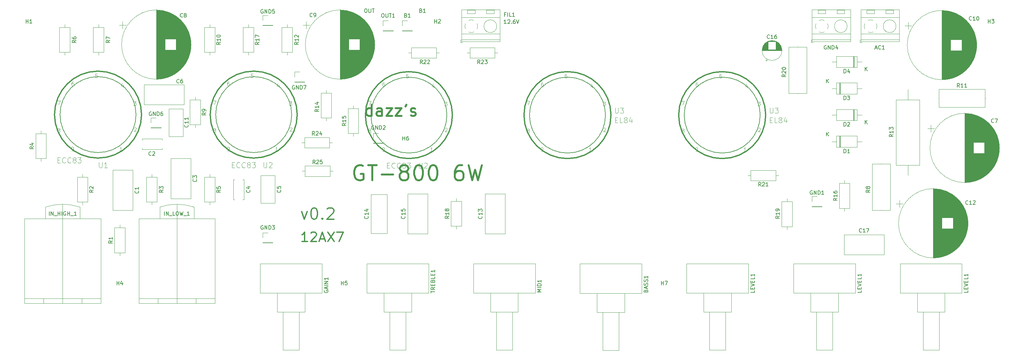
<source format=gto>
G04 #@! TF.GenerationSoftware,KiCad,Pcbnew,(5.1.4)-1*
G04 #@! TF.CreationDate,2019-12-03T00:22:22+01:00*
G04 #@! TF.ProjectId,pp,70702e6b-6963-4616-945f-706362585858,rev?*
G04 #@! TF.SameCoordinates,Original*
G04 #@! TF.FileFunction,Legend,Top*
G04 #@! TF.FilePolarity,Positive*
%FSLAX46Y46*%
G04 Gerber Fmt 4.6, Leading zero omitted, Abs format (unit mm)*
G04 Created by KiCad (PCBNEW (5.1.4)-1) date 2019-12-03 00:22:22*
%MOMM*%
%LPD*%
G04 APERTURE LIST*
%ADD10C,0.150000*%
%ADD11C,0.300000*%
%ADD12C,0.500000*%
%ADD13C,0.127000*%
%ADD14C,0.304800*%
%ADD15C,0.120000*%
%ADD16C,0.050000*%
G04 APERTURE END LIST*
D10*
X174434666Y-59253380D02*
X173863238Y-59253380D01*
X174148952Y-59253380D02*
X174148952Y-58253380D01*
X174053714Y-58396238D01*
X173958476Y-58491476D01*
X173863238Y-58539095D01*
X174815619Y-58348619D02*
X174863238Y-58301000D01*
X174958476Y-58253380D01*
X175196571Y-58253380D01*
X175291809Y-58301000D01*
X175339428Y-58348619D01*
X175387047Y-58443857D01*
X175387047Y-58539095D01*
X175339428Y-58681952D01*
X174768000Y-59253380D01*
X175387047Y-59253380D01*
X175815619Y-59158142D02*
X175863238Y-59205761D01*
X175815619Y-59253380D01*
X175768000Y-59205761D01*
X175815619Y-59158142D01*
X175815619Y-59253380D01*
X176720380Y-58253380D02*
X176529904Y-58253380D01*
X176434666Y-58301000D01*
X176387047Y-58348619D01*
X176291809Y-58491476D01*
X176244190Y-58681952D01*
X176244190Y-59062904D01*
X176291809Y-59158142D01*
X176339428Y-59205761D01*
X176434666Y-59253380D01*
X176625142Y-59253380D01*
X176720380Y-59205761D01*
X176768000Y-59158142D01*
X176815619Y-59062904D01*
X176815619Y-58824809D01*
X176768000Y-58729571D01*
X176720380Y-58681952D01*
X176625142Y-58634333D01*
X176434666Y-58634333D01*
X176339428Y-58681952D01*
X176291809Y-58729571D01*
X176244190Y-58824809D01*
X177101333Y-58253380D02*
X177434666Y-59253380D01*
X177768000Y-58253380D01*
D11*
X122182428Y-116573952D02*
X120753857Y-116573952D01*
X121468142Y-116573952D02*
X121468142Y-114073952D01*
X121230047Y-114431095D01*
X120991952Y-114669190D01*
X120753857Y-114788238D01*
X123134809Y-114312047D02*
X123253857Y-114193000D01*
X123491952Y-114073952D01*
X124087190Y-114073952D01*
X124325285Y-114193000D01*
X124444333Y-114312047D01*
X124563380Y-114550142D01*
X124563380Y-114788238D01*
X124444333Y-115145380D01*
X123015761Y-116573952D01*
X124563380Y-116573952D01*
X125515761Y-115859666D02*
X126706238Y-115859666D01*
X125277666Y-116573952D02*
X126111000Y-114073952D01*
X126944333Y-116573952D01*
X127539571Y-114073952D02*
X129206238Y-116573952D01*
X129206238Y-114073952D02*
X127539571Y-116573952D01*
X129920523Y-114073952D02*
X131587190Y-114073952D01*
X130515761Y-116573952D01*
D10*
X151995238Y-55808571D02*
X152138095Y-55856190D01*
X152185714Y-55903809D01*
X152233333Y-55999047D01*
X152233333Y-56141904D01*
X152185714Y-56237142D01*
X152138095Y-56284761D01*
X152042857Y-56332380D01*
X151661904Y-56332380D01*
X151661904Y-55332380D01*
X151995238Y-55332380D01*
X152090476Y-55380000D01*
X152138095Y-55427619D01*
X152185714Y-55522857D01*
X152185714Y-55618095D01*
X152138095Y-55713333D01*
X152090476Y-55760952D01*
X151995238Y-55808571D01*
X151661904Y-55808571D01*
X153185714Y-56332380D02*
X152614285Y-56332380D01*
X152900000Y-56332380D02*
X152900000Y-55332380D01*
X152804761Y-55475238D01*
X152709523Y-55570476D01*
X152614285Y-55618095D01*
X137430000Y-55332380D02*
X137620476Y-55332380D01*
X137715714Y-55380000D01*
X137810952Y-55475238D01*
X137858571Y-55665714D01*
X137858571Y-55999047D01*
X137810952Y-56189523D01*
X137715714Y-56284761D01*
X137620476Y-56332380D01*
X137430000Y-56332380D01*
X137334761Y-56284761D01*
X137239523Y-56189523D01*
X137191904Y-55999047D01*
X137191904Y-55665714D01*
X137239523Y-55475238D01*
X137334761Y-55380000D01*
X137430000Y-55332380D01*
X138287142Y-55332380D02*
X138287142Y-56141904D01*
X138334761Y-56237142D01*
X138382380Y-56284761D01*
X138477619Y-56332380D01*
X138668095Y-56332380D01*
X138763333Y-56284761D01*
X138810952Y-56237142D01*
X138858571Y-56141904D01*
X138858571Y-55332380D01*
X139191904Y-55332380D02*
X139763333Y-55332380D01*
X139477619Y-56332380D02*
X139477619Y-55332380D01*
D12*
X139073571Y-83526142D02*
X139073571Y-80526142D01*
X139073571Y-83383285D02*
X138787857Y-83526142D01*
X138216428Y-83526142D01*
X137930714Y-83383285D01*
X137787857Y-83240428D01*
X137645000Y-82954714D01*
X137645000Y-82097571D01*
X137787857Y-81811857D01*
X137930714Y-81669000D01*
X138216428Y-81526142D01*
X138787857Y-81526142D01*
X139073571Y-81669000D01*
X141787857Y-83526142D02*
X141787857Y-81954714D01*
X141645000Y-81669000D01*
X141359285Y-81526142D01*
X140787857Y-81526142D01*
X140502142Y-81669000D01*
X141787857Y-83383285D02*
X141502142Y-83526142D01*
X140787857Y-83526142D01*
X140502142Y-83383285D01*
X140359285Y-83097571D01*
X140359285Y-82811857D01*
X140502142Y-82526142D01*
X140787857Y-82383285D01*
X141502142Y-82383285D01*
X141787857Y-82240428D01*
X142930714Y-81526142D02*
X144502142Y-81526142D01*
X142930714Y-83526142D01*
X144502142Y-83526142D01*
X145359285Y-81526142D02*
X146930714Y-81526142D01*
X145359285Y-83526142D01*
X146930714Y-83526142D01*
X148216428Y-80526142D02*
X147930714Y-81097571D01*
X149359285Y-83383285D02*
X149645000Y-83526142D01*
X150216428Y-83526142D01*
X150502142Y-83383285D01*
X150645000Y-83097571D01*
X150645000Y-82954714D01*
X150502142Y-82669000D01*
X150216428Y-82526142D01*
X149787857Y-82526142D01*
X149502142Y-82383285D01*
X149359285Y-82097571D01*
X149359285Y-81954714D01*
X149502142Y-81669000D01*
X149787857Y-81526142D01*
X150216428Y-81526142D01*
X150502142Y-81669000D01*
D11*
X120682285Y-108704142D02*
X121396571Y-110704142D01*
X122110857Y-108704142D01*
X123825142Y-107704142D02*
X124110857Y-107704142D01*
X124396571Y-107847000D01*
X124539428Y-107989857D01*
X124682285Y-108275571D01*
X124825142Y-108847000D01*
X124825142Y-109561285D01*
X124682285Y-110132714D01*
X124539428Y-110418428D01*
X124396571Y-110561285D01*
X124110857Y-110704142D01*
X123825142Y-110704142D01*
X123539428Y-110561285D01*
X123396571Y-110418428D01*
X123253714Y-110132714D01*
X123110857Y-109561285D01*
X123110857Y-108847000D01*
X123253714Y-108275571D01*
X123396571Y-107989857D01*
X123539428Y-107847000D01*
X123825142Y-107704142D01*
X126110857Y-110418428D02*
X126253714Y-110561285D01*
X126110857Y-110704142D01*
X125968000Y-110561285D01*
X126110857Y-110418428D01*
X126110857Y-110704142D01*
X127396571Y-107989857D02*
X127539428Y-107847000D01*
X127825142Y-107704142D01*
X128539428Y-107704142D01*
X128825142Y-107847000D01*
X128968000Y-107989857D01*
X129110857Y-108275571D01*
X129110857Y-108561285D01*
X128968000Y-108989857D01*
X127253714Y-110704142D01*
X129110857Y-110704142D01*
D12*
X136749047Y-96679000D02*
X136368095Y-96488523D01*
X135796666Y-96488523D01*
X135225238Y-96679000D01*
X134844285Y-97059952D01*
X134653809Y-97440904D01*
X134463333Y-98202809D01*
X134463333Y-98774238D01*
X134653809Y-99536142D01*
X134844285Y-99917095D01*
X135225238Y-100298047D01*
X135796666Y-100488523D01*
X136177619Y-100488523D01*
X136749047Y-100298047D01*
X136939523Y-100107571D01*
X136939523Y-98774238D01*
X136177619Y-98774238D01*
X138082380Y-96488523D02*
X140368095Y-96488523D01*
X139225238Y-100488523D02*
X139225238Y-96488523D01*
X141701428Y-98964714D02*
X144749047Y-98964714D01*
X147225238Y-98202809D02*
X146844285Y-98012333D01*
X146653809Y-97821857D01*
X146463333Y-97440904D01*
X146463333Y-97250428D01*
X146653809Y-96869476D01*
X146844285Y-96679000D01*
X147225238Y-96488523D01*
X147987142Y-96488523D01*
X148368095Y-96679000D01*
X148558571Y-96869476D01*
X148749047Y-97250428D01*
X148749047Y-97440904D01*
X148558571Y-97821857D01*
X148368095Y-98012333D01*
X147987142Y-98202809D01*
X147225238Y-98202809D01*
X146844285Y-98393285D01*
X146653809Y-98583761D01*
X146463333Y-98964714D01*
X146463333Y-99726619D01*
X146653809Y-100107571D01*
X146844285Y-100298047D01*
X147225238Y-100488523D01*
X147987142Y-100488523D01*
X148368095Y-100298047D01*
X148558571Y-100107571D01*
X148749047Y-99726619D01*
X148749047Y-98964714D01*
X148558571Y-98583761D01*
X148368095Y-98393285D01*
X147987142Y-98202809D01*
X151225238Y-96488523D02*
X151606190Y-96488523D01*
X151987142Y-96679000D01*
X152177619Y-96869476D01*
X152368095Y-97250428D01*
X152558571Y-98012333D01*
X152558571Y-98964714D01*
X152368095Y-99726619D01*
X152177619Y-100107571D01*
X151987142Y-100298047D01*
X151606190Y-100488523D01*
X151225238Y-100488523D01*
X150844285Y-100298047D01*
X150653809Y-100107571D01*
X150463333Y-99726619D01*
X150272857Y-98964714D01*
X150272857Y-98012333D01*
X150463333Y-97250428D01*
X150653809Y-96869476D01*
X150844285Y-96679000D01*
X151225238Y-96488523D01*
X155034761Y-96488523D02*
X155415714Y-96488523D01*
X155796666Y-96679000D01*
X155987142Y-96869476D01*
X156177619Y-97250428D01*
X156368095Y-98012333D01*
X156368095Y-98964714D01*
X156177619Y-99726619D01*
X155987142Y-100107571D01*
X155796666Y-100298047D01*
X155415714Y-100488523D01*
X155034761Y-100488523D01*
X154653809Y-100298047D01*
X154463333Y-100107571D01*
X154272857Y-99726619D01*
X154082380Y-98964714D01*
X154082380Y-98012333D01*
X154272857Y-97250428D01*
X154463333Y-96869476D01*
X154653809Y-96679000D01*
X155034761Y-96488523D01*
X162844285Y-96488523D02*
X162082380Y-96488523D01*
X161701428Y-96679000D01*
X161510952Y-96869476D01*
X161130000Y-97440904D01*
X160939523Y-98202809D01*
X160939523Y-99726619D01*
X161130000Y-100107571D01*
X161320476Y-100298047D01*
X161701428Y-100488523D01*
X162463333Y-100488523D01*
X162844285Y-100298047D01*
X163034761Y-100107571D01*
X163225238Y-99726619D01*
X163225238Y-98774238D01*
X163034761Y-98393285D01*
X162844285Y-98202809D01*
X162463333Y-98012333D01*
X161701428Y-98012333D01*
X161320476Y-98202809D01*
X161130000Y-98393285D01*
X160939523Y-98774238D01*
X164558571Y-96488523D02*
X165510952Y-100488523D01*
X166272857Y-97631380D01*
X167034761Y-100488523D01*
X167987142Y-96488523D01*
D13*
X241122230Y-83312000D02*
G75*
G03X241122230Y-83312000I-9982230J0D01*
G01*
D14*
X242570000Y-83312000D02*
G75*
G03X242570000Y-83312000I-11430000J0D01*
G01*
D15*
X294120000Y-122380000D02*
X294120000Y-130120000D01*
X277880000Y-122380000D02*
X277880000Y-130120000D01*
X294120000Y-122380000D02*
X277880000Y-122380000D01*
X294120000Y-130120000D02*
X277880000Y-130120000D01*
X289620000Y-130120000D02*
X289620000Y-135120000D01*
X282380000Y-130120000D02*
X282380000Y-135120000D01*
X289620000Y-130120000D02*
X282380000Y-130120000D01*
X289620000Y-135120000D02*
X282380000Y-135120000D01*
X288120000Y-135120000D02*
X288120000Y-145120000D01*
X283880000Y-135120000D02*
X283880000Y-145120000D01*
X288120000Y-135120000D02*
X283880000Y-135120000D01*
X288120000Y-145120000D02*
X283880000Y-145120000D01*
X266120000Y-122380000D02*
X266120000Y-130120000D01*
X249880000Y-122380000D02*
X249880000Y-130120000D01*
X266120000Y-122380000D02*
X249880000Y-122380000D01*
X266120000Y-130120000D02*
X249880000Y-130120000D01*
X261620000Y-130120000D02*
X261620000Y-135120000D01*
X254380000Y-130120000D02*
X254380000Y-135120000D01*
X261620000Y-130120000D02*
X254380000Y-130120000D01*
X261620000Y-135120000D02*
X254380000Y-135120000D01*
X260120000Y-135120000D02*
X260120000Y-145120000D01*
X255880000Y-135120000D02*
X255880000Y-145120000D01*
X260120000Y-135120000D02*
X255880000Y-135120000D01*
X260120000Y-145120000D02*
X255880000Y-145120000D01*
D14*
X160274000Y-83312000D02*
G75*
G03X160274000Y-83312000I-11430000J0D01*
G01*
D13*
X158826230Y-83312000D02*
G75*
G03X158826230Y-83312000I-9982230J0D01*
G01*
D15*
X116840000Y-59460000D02*
X116840000Y-60230000D01*
X116840000Y-67540000D02*
X116840000Y-66770000D01*
X115470000Y-60230000D02*
X115470000Y-66770000D01*
X118210000Y-60230000D02*
X115470000Y-60230000D01*
X118210000Y-66770000D02*
X118210000Y-60230000D01*
X115470000Y-66770000D02*
X118210000Y-66770000D01*
X300312000Y-78867000D02*
X300202000Y-78867000D01*
X287952000Y-78867000D02*
X288062000Y-78867000D01*
X300202000Y-76497000D02*
X288062000Y-76497000D01*
X300202000Y-81237000D02*
X300202000Y-76497000D01*
X288062000Y-81237000D02*
X300202000Y-81237000D01*
X288062000Y-76497000D02*
X288062000Y-81237000D01*
X279908000Y-76624000D02*
X279908000Y-79264000D01*
X279908000Y-99144000D02*
X279908000Y-96504000D01*
X276788000Y-79264000D02*
X276788000Y-96504000D01*
X283028000Y-79264000D02*
X276788000Y-79264000D01*
X283028000Y-96504000D02*
X283028000Y-79264000D01*
X276788000Y-96504000D02*
X283028000Y-96504000D01*
X272923000Y-96055000D02*
X272923000Y-96165000D01*
X272923000Y-108415000D02*
X272923000Y-108305000D01*
X270553000Y-96165000D02*
X270553000Y-108305000D01*
X275293000Y-96165000D02*
X270553000Y-96165000D01*
X275293000Y-108305000D02*
X275293000Y-96165000D01*
X270553000Y-108305000D02*
X275293000Y-108305000D01*
X121890560Y-58755000D02*
X121890560Y-60555000D01*
X120990560Y-59655000D02*
X122790560Y-59655000D01*
X139870000Y-64730000D02*
X139870000Y-64810000D01*
X139830000Y-63956000D02*
X139830000Y-65584000D01*
X139790000Y-63604000D02*
X139790000Y-65936000D01*
X139750000Y-63335000D02*
X139750000Y-66205000D01*
X139710000Y-63109000D02*
X139710000Y-66431000D01*
X139670000Y-62910000D02*
X139670000Y-66630000D01*
X139630000Y-62731000D02*
X139630000Y-66809000D01*
X139590000Y-62567000D02*
X139590000Y-66973000D01*
X139550000Y-62415000D02*
X139550000Y-67125000D01*
X139510000Y-62272000D02*
X139510000Y-67268000D01*
X139470000Y-62138000D02*
X139470000Y-67402000D01*
X139430000Y-62011000D02*
X139430000Y-67529000D01*
X139390000Y-61890000D02*
X139390000Y-67650000D01*
X139350000Y-61774000D02*
X139350000Y-67766000D01*
X139310000Y-61663000D02*
X139310000Y-67877000D01*
X139270000Y-61556000D02*
X139270000Y-67984000D01*
X139230000Y-61453000D02*
X139230000Y-68087000D01*
X139190000Y-61354000D02*
X139190000Y-68186000D01*
X139150000Y-61258000D02*
X139150000Y-68282000D01*
X139110000Y-61165000D02*
X139110000Y-68375000D01*
X139070000Y-61074000D02*
X139070000Y-68466000D01*
X139030000Y-60986000D02*
X139030000Y-68554000D01*
X138990000Y-60901000D02*
X138990000Y-68639000D01*
X138950000Y-60818000D02*
X138950000Y-68722000D01*
X138911000Y-60737000D02*
X138911000Y-68803000D01*
X138871000Y-60657000D02*
X138871000Y-68883000D01*
X138831000Y-60580000D02*
X138831000Y-68960000D01*
X138791000Y-60505000D02*
X138791000Y-69035000D01*
X138751000Y-60431000D02*
X138751000Y-69109000D01*
X138711000Y-60358000D02*
X138711000Y-69182000D01*
X138671000Y-60288000D02*
X138671000Y-69252000D01*
X138631000Y-60218000D02*
X138631000Y-69322000D01*
X138591000Y-60150000D02*
X138591000Y-69390000D01*
X138551000Y-60084000D02*
X138551000Y-69456000D01*
X138511000Y-60018000D02*
X138511000Y-69522000D01*
X138471000Y-59954000D02*
X138471000Y-69586000D01*
X138431000Y-59891000D02*
X138431000Y-69649000D01*
X138391000Y-59829000D02*
X138391000Y-69711000D01*
X138351000Y-59768000D02*
X138351000Y-69772000D01*
X138311000Y-59708000D02*
X138311000Y-69832000D01*
X138271000Y-59650000D02*
X138271000Y-69890000D01*
X138231000Y-59592000D02*
X138231000Y-69948000D01*
X138191000Y-59535000D02*
X138191000Y-70005000D01*
X138151000Y-59479000D02*
X138151000Y-70061000D01*
X138111000Y-59424000D02*
X138111000Y-70116000D01*
X138071000Y-59370000D02*
X138071000Y-70170000D01*
X138031000Y-59316000D02*
X138031000Y-70224000D01*
X137991000Y-59264000D02*
X137991000Y-70276000D01*
X137951000Y-59212000D02*
X137951000Y-70328000D01*
X137911000Y-59161000D02*
X137911000Y-70379000D01*
X137871000Y-59110000D02*
X137871000Y-70430000D01*
X137831000Y-59061000D02*
X137831000Y-70479000D01*
X137791000Y-59012000D02*
X137791000Y-70528000D01*
X137751000Y-58964000D02*
X137751000Y-70576000D01*
X137711000Y-58916000D02*
X137711000Y-70624000D01*
X137671000Y-58869000D02*
X137671000Y-70671000D01*
X137631000Y-58823000D02*
X137631000Y-70717000D01*
X137591000Y-58777000D02*
X137591000Y-70763000D01*
X137551000Y-58732000D02*
X137551000Y-70808000D01*
X137511000Y-58688000D02*
X137511000Y-70852000D01*
X137471000Y-58644000D02*
X137471000Y-70896000D01*
X137431000Y-58600000D02*
X137431000Y-70940000D01*
X137391000Y-58558000D02*
X137391000Y-70982000D01*
X137351000Y-58516000D02*
X137351000Y-71024000D01*
X137311000Y-58474000D02*
X137311000Y-71066000D01*
X137271000Y-58433000D02*
X137271000Y-71107000D01*
X137231000Y-58392000D02*
X137231000Y-71148000D01*
X137191000Y-58352000D02*
X137191000Y-71188000D01*
X137151000Y-58312000D02*
X137151000Y-71228000D01*
X137111000Y-58273000D02*
X137111000Y-71267000D01*
X137071000Y-58234000D02*
X137071000Y-71306000D01*
X137031000Y-58196000D02*
X137031000Y-71344000D01*
X136991000Y-58158000D02*
X136991000Y-71382000D01*
X136951000Y-58121000D02*
X136951000Y-71419000D01*
X136911000Y-58084000D02*
X136911000Y-71456000D01*
X136871000Y-58048000D02*
X136871000Y-71492000D01*
X136831000Y-58012000D02*
X136831000Y-71528000D01*
X136791000Y-57976000D02*
X136791000Y-71564000D01*
X136751000Y-57941000D02*
X136751000Y-71599000D01*
X136711000Y-57906000D02*
X136711000Y-71634000D01*
X136671000Y-57872000D02*
X136671000Y-71668000D01*
X136631000Y-57838000D02*
X136631000Y-71702000D01*
X136591000Y-57805000D02*
X136591000Y-71735000D01*
X136551000Y-57771000D02*
X136551000Y-71769000D01*
X136511000Y-57739000D02*
X136511000Y-71801000D01*
X136471000Y-57706000D02*
X136471000Y-71834000D01*
X136431000Y-57674000D02*
X136431000Y-71866000D01*
X136391000Y-57643000D02*
X136391000Y-71897000D01*
X136351000Y-57611000D02*
X136351000Y-71929000D01*
X136311000Y-57580000D02*
X136311000Y-71960000D01*
X136271000Y-57550000D02*
X136271000Y-71990000D01*
X136231000Y-57520000D02*
X136231000Y-72020000D01*
X136191000Y-57490000D02*
X136191000Y-72050000D01*
X136151000Y-57460000D02*
X136151000Y-72080000D01*
X136111000Y-57431000D02*
X136111000Y-72109000D01*
X136071000Y-57402000D02*
X136071000Y-72138000D01*
X136031000Y-57373000D02*
X136031000Y-72167000D01*
X135991000Y-57345000D02*
X135991000Y-72195000D01*
X135951000Y-57317000D02*
X135951000Y-72223000D01*
X135911000Y-66210000D02*
X135911000Y-72250000D01*
X135911000Y-57290000D02*
X135911000Y-63330000D01*
X135871000Y-66210000D02*
X135871000Y-72278000D01*
X135871000Y-57262000D02*
X135871000Y-63330000D01*
X135831000Y-66210000D02*
X135831000Y-72305000D01*
X135831000Y-57235000D02*
X135831000Y-63330000D01*
X135791000Y-66210000D02*
X135791000Y-72331000D01*
X135791000Y-57209000D02*
X135791000Y-63330000D01*
X135751000Y-66210000D02*
X135751000Y-72358000D01*
X135751000Y-57182000D02*
X135751000Y-63330000D01*
X135711000Y-66210000D02*
X135711000Y-72384000D01*
X135711000Y-57156000D02*
X135711000Y-63330000D01*
X135671000Y-66210000D02*
X135671000Y-72410000D01*
X135671000Y-57130000D02*
X135671000Y-63330000D01*
X135631000Y-66210000D02*
X135631000Y-72435000D01*
X135631000Y-57105000D02*
X135631000Y-63330000D01*
X135591000Y-66210000D02*
X135591000Y-72460000D01*
X135591000Y-57080000D02*
X135591000Y-63330000D01*
X135551000Y-66210000D02*
X135551000Y-72485000D01*
X135551000Y-57055000D02*
X135551000Y-63330000D01*
X135511000Y-66210000D02*
X135511000Y-72510000D01*
X135511000Y-57030000D02*
X135511000Y-63330000D01*
X135471000Y-66210000D02*
X135471000Y-72534000D01*
X135471000Y-57006000D02*
X135471000Y-63330000D01*
X135431000Y-66210000D02*
X135431000Y-72558000D01*
X135431000Y-56982000D02*
X135431000Y-63330000D01*
X135391000Y-66210000D02*
X135391000Y-72582000D01*
X135391000Y-56958000D02*
X135391000Y-63330000D01*
X135351000Y-66210000D02*
X135351000Y-72605000D01*
X135351000Y-56935000D02*
X135351000Y-63330000D01*
X135311000Y-66210000D02*
X135311000Y-72629000D01*
X135311000Y-56911000D02*
X135311000Y-63330000D01*
X135271000Y-66210000D02*
X135271000Y-72652000D01*
X135271000Y-56888000D02*
X135271000Y-63330000D01*
X135231000Y-66210000D02*
X135231000Y-72674000D01*
X135231000Y-56866000D02*
X135231000Y-63330000D01*
X135191000Y-66210000D02*
X135191000Y-72697000D01*
X135191000Y-56843000D02*
X135191000Y-63330000D01*
X135151000Y-66210000D02*
X135151000Y-72719000D01*
X135151000Y-56821000D02*
X135151000Y-63330000D01*
X135111000Y-66210000D02*
X135111000Y-72741000D01*
X135111000Y-56799000D02*
X135111000Y-63330000D01*
X135071000Y-66210000D02*
X135071000Y-72762000D01*
X135071000Y-56778000D02*
X135071000Y-63330000D01*
X135031000Y-66210000D02*
X135031000Y-72784000D01*
X135031000Y-56756000D02*
X135031000Y-63330000D01*
X134991000Y-66210000D02*
X134991000Y-72805000D01*
X134991000Y-56735000D02*
X134991000Y-63330000D01*
X134951000Y-66210000D02*
X134951000Y-72826000D01*
X134951000Y-56714000D02*
X134951000Y-63330000D01*
X134911000Y-66210000D02*
X134911000Y-72846000D01*
X134911000Y-56694000D02*
X134911000Y-63330000D01*
X134871000Y-66210000D02*
X134871000Y-72867000D01*
X134871000Y-56673000D02*
X134871000Y-63330000D01*
X134831000Y-66210000D02*
X134831000Y-72887000D01*
X134831000Y-56653000D02*
X134831000Y-63330000D01*
X134791000Y-66210000D02*
X134791000Y-72907000D01*
X134791000Y-56633000D02*
X134791000Y-63330000D01*
X134751000Y-66210000D02*
X134751000Y-72926000D01*
X134751000Y-56614000D02*
X134751000Y-63330000D01*
X134711000Y-66210000D02*
X134711000Y-72946000D01*
X134711000Y-56594000D02*
X134711000Y-63330000D01*
X134671000Y-66210000D02*
X134671000Y-72965000D01*
X134671000Y-56575000D02*
X134671000Y-63330000D01*
X134631000Y-66210000D02*
X134631000Y-72984000D01*
X134631000Y-56556000D02*
X134631000Y-63330000D01*
X134591000Y-66210000D02*
X134591000Y-73003000D01*
X134591000Y-56537000D02*
X134591000Y-63330000D01*
X134551000Y-66210000D02*
X134551000Y-73021000D01*
X134551000Y-56519000D02*
X134551000Y-63330000D01*
X134511000Y-66210000D02*
X134511000Y-73039000D01*
X134511000Y-56501000D02*
X134511000Y-63330000D01*
X134471000Y-66210000D02*
X134471000Y-73057000D01*
X134471000Y-56483000D02*
X134471000Y-63330000D01*
X134431000Y-66210000D02*
X134431000Y-73075000D01*
X134431000Y-56465000D02*
X134431000Y-63330000D01*
X134391000Y-66210000D02*
X134391000Y-73093000D01*
X134391000Y-56447000D02*
X134391000Y-63330000D01*
X134351000Y-66210000D02*
X134351000Y-73110000D01*
X134351000Y-56430000D02*
X134351000Y-63330000D01*
X134311000Y-66210000D02*
X134311000Y-73127000D01*
X134311000Y-56413000D02*
X134311000Y-63330000D01*
X134271000Y-66210000D02*
X134271000Y-73144000D01*
X134271000Y-56396000D02*
X134271000Y-63330000D01*
X134231000Y-66210000D02*
X134231000Y-73160000D01*
X134231000Y-56380000D02*
X134231000Y-63330000D01*
X134191000Y-66210000D02*
X134191000Y-73177000D01*
X134191000Y-56363000D02*
X134191000Y-63330000D01*
X134151000Y-66210000D02*
X134151000Y-73193000D01*
X134151000Y-56347000D02*
X134151000Y-63330000D01*
X134111000Y-66210000D02*
X134111000Y-73209000D01*
X134111000Y-56331000D02*
X134111000Y-63330000D01*
X134071000Y-66210000D02*
X134071000Y-73225000D01*
X134071000Y-56315000D02*
X134071000Y-63330000D01*
X134031000Y-66210000D02*
X134031000Y-73240000D01*
X134031000Y-56300000D02*
X134031000Y-63330000D01*
X133991000Y-66210000D02*
X133991000Y-73256000D01*
X133991000Y-56284000D02*
X133991000Y-63330000D01*
X133951000Y-66210000D02*
X133951000Y-73271000D01*
X133951000Y-56269000D02*
X133951000Y-63330000D01*
X133911000Y-66210000D02*
X133911000Y-73286000D01*
X133911000Y-56254000D02*
X133911000Y-63330000D01*
X133871000Y-66210000D02*
X133871000Y-73300000D01*
X133871000Y-56240000D02*
X133871000Y-63330000D01*
X133831000Y-66210000D02*
X133831000Y-73315000D01*
X133831000Y-56225000D02*
X133831000Y-63330000D01*
X133791000Y-66210000D02*
X133791000Y-73329000D01*
X133791000Y-56211000D02*
X133791000Y-63330000D01*
X133751000Y-66210000D02*
X133751000Y-73343000D01*
X133751000Y-56197000D02*
X133751000Y-63330000D01*
X133711000Y-66210000D02*
X133711000Y-73357000D01*
X133711000Y-56183000D02*
X133711000Y-63330000D01*
X133671000Y-66210000D02*
X133671000Y-73370000D01*
X133671000Y-56170000D02*
X133671000Y-63330000D01*
X133631000Y-66210000D02*
X133631000Y-73384000D01*
X133631000Y-56156000D02*
X133631000Y-63330000D01*
X133591000Y-66210000D02*
X133591000Y-73397000D01*
X133591000Y-56143000D02*
X133591000Y-63330000D01*
X133551000Y-66210000D02*
X133551000Y-73410000D01*
X133551000Y-56130000D02*
X133551000Y-63330000D01*
X133511000Y-66210000D02*
X133511000Y-73423000D01*
X133511000Y-56117000D02*
X133511000Y-63330000D01*
X133471000Y-66210000D02*
X133471000Y-73435000D01*
X133471000Y-56105000D02*
X133471000Y-63330000D01*
X133431000Y-66210000D02*
X133431000Y-73448000D01*
X133431000Y-56092000D02*
X133431000Y-63330000D01*
X133391000Y-66210000D02*
X133391000Y-73460000D01*
X133391000Y-56080000D02*
X133391000Y-63330000D01*
X133351000Y-66210000D02*
X133351000Y-73472000D01*
X133351000Y-56068000D02*
X133351000Y-63330000D01*
X133311000Y-66210000D02*
X133311000Y-73484000D01*
X133311000Y-56056000D02*
X133311000Y-63330000D01*
X133271000Y-66210000D02*
X133271000Y-73495000D01*
X133271000Y-56045000D02*
X133271000Y-63330000D01*
X133231000Y-66210000D02*
X133231000Y-73507000D01*
X133231000Y-56033000D02*
X133231000Y-63330000D01*
X133191000Y-66210000D02*
X133191000Y-73518000D01*
X133191000Y-56022000D02*
X133191000Y-63330000D01*
X133151000Y-66210000D02*
X133151000Y-73529000D01*
X133151000Y-56011000D02*
X133151000Y-63330000D01*
X133111000Y-66210000D02*
X133111000Y-73540000D01*
X133111000Y-56000000D02*
X133111000Y-63330000D01*
X133071000Y-66210000D02*
X133071000Y-73550000D01*
X133071000Y-55990000D02*
X133071000Y-63330000D01*
X133031000Y-55979000D02*
X133031000Y-73561000D01*
X132991000Y-55969000D02*
X132991000Y-73571000D01*
X132951000Y-55959000D02*
X132951000Y-73581000D01*
X132911000Y-55949000D02*
X132911000Y-73591000D01*
X132871000Y-55939000D02*
X132871000Y-73601000D01*
X132831000Y-55930000D02*
X132831000Y-73610000D01*
X132791000Y-55921000D02*
X132791000Y-73619000D01*
X132751000Y-55912000D02*
X132751000Y-73628000D01*
X132711000Y-55903000D02*
X132711000Y-73637000D01*
X132671000Y-55894000D02*
X132671000Y-73646000D01*
X132631000Y-55885000D02*
X132631000Y-73655000D01*
X132591000Y-55877000D02*
X132591000Y-73663000D01*
X132551000Y-55869000D02*
X132551000Y-73671000D01*
X132511000Y-55861000D02*
X132511000Y-73679000D01*
X132471000Y-55853000D02*
X132471000Y-73687000D01*
X132431000Y-55846000D02*
X132431000Y-73694000D01*
X132391000Y-55838000D02*
X132391000Y-73702000D01*
X132351000Y-55831000D02*
X132351000Y-73709000D01*
X132311000Y-55824000D02*
X132311000Y-73716000D01*
X132271000Y-55817000D02*
X132271000Y-73723000D01*
X132231000Y-55810000D02*
X132231000Y-73730000D01*
X132191000Y-55804000D02*
X132191000Y-73736000D01*
X132151000Y-55798000D02*
X132151000Y-73742000D01*
X132111000Y-55791000D02*
X132111000Y-73749000D01*
X132071000Y-55786000D02*
X132071000Y-73754000D01*
X132031000Y-55780000D02*
X132031000Y-73760000D01*
X131991000Y-55774000D02*
X131991000Y-73766000D01*
X131951000Y-55769000D02*
X131951000Y-73771000D01*
X131911000Y-55764000D02*
X131911000Y-73776000D01*
X131871000Y-55759000D02*
X131871000Y-73781000D01*
X131831000Y-55754000D02*
X131831000Y-73786000D01*
X131791000Y-55749000D02*
X131791000Y-73791000D01*
X131751000Y-55744000D02*
X131751000Y-73796000D01*
X131711000Y-55740000D02*
X131711000Y-73800000D01*
X131671000Y-55736000D02*
X131671000Y-73804000D01*
X131631000Y-55732000D02*
X131631000Y-73808000D01*
X131591000Y-55728000D02*
X131591000Y-73812000D01*
X131551000Y-55725000D02*
X131551000Y-73815000D01*
X131511000Y-55721000D02*
X131511000Y-73819000D01*
X131471000Y-55718000D02*
X131471000Y-73822000D01*
X131430000Y-55715000D02*
X131430000Y-73825000D01*
X131390000Y-55712000D02*
X131390000Y-73828000D01*
X131350000Y-55709000D02*
X131350000Y-73831000D01*
X131310000Y-55707000D02*
X131310000Y-73833000D01*
X131270000Y-55704000D02*
X131270000Y-73836000D01*
X131230000Y-55702000D02*
X131230000Y-73838000D01*
X131190000Y-55700000D02*
X131190000Y-73840000D01*
X131150000Y-55698000D02*
X131150000Y-73842000D01*
X131110000Y-55697000D02*
X131110000Y-73843000D01*
X131070000Y-55695000D02*
X131070000Y-73845000D01*
X131030000Y-55694000D02*
X131030000Y-73846000D01*
X130990000Y-55693000D02*
X130990000Y-73847000D01*
X130950000Y-55692000D02*
X130950000Y-73848000D01*
X130910000Y-55691000D02*
X130910000Y-73849000D01*
X130870000Y-55690000D02*
X130870000Y-73850000D01*
X130830000Y-55690000D02*
X130830000Y-73850000D01*
X130790000Y-55690000D02*
X130790000Y-73850000D01*
X130750000Y-55689000D02*
X130750000Y-73851000D01*
X139870000Y-64770000D02*
G75*
G03X139870000Y-64770000I-9120000J0D01*
G01*
X47900000Y-110500000D02*
X67900000Y-110500000D01*
X67900000Y-110500000D02*
X67900000Y-131500000D01*
X67900000Y-131500000D02*
X47900000Y-131500000D01*
X47900000Y-131500000D02*
X47900000Y-110500000D01*
X47900000Y-131500000D02*
X47900000Y-132800000D01*
X47900000Y-132800000D02*
X67900000Y-132800000D01*
X67900000Y-132800000D02*
X67900000Y-131500000D01*
X52900000Y-131500000D02*
X52900000Y-132800000D01*
X62900000Y-132800000D02*
X62900000Y-131500000D01*
X57900000Y-130400000D02*
X57900000Y-132800000D01*
X57900000Y-130400000D02*
X57900000Y-106800000D01*
X62400000Y-110500000D02*
X62400000Y-107500000D01*
X53400000Y-110500000D02*
X53400000Y-107500000D01*
X53400000Y-107500002D02*
G75*
G02X62399999Y-107500001I4500000J-13399998D01*
G01*
X77900000Y-110500000D02*
X97900000Y-110500000D01*
X97900000Y-110500000D02*
X97900000Y-131500000D01*
X97900000Y-131500000D02*
X77900000Y-131500000D01*
X77900000Y-131500000D02*
X77900000Y-110500000D01*
X77900000Y-131500000D02*
X77900000Y-132800000D01*
X77900000Y-132800000D02*
X97900000Y-132800000D01*
X97900000Y-132800000D02*
X97900000Y-131500000D01*
X82900000Y-131500000D02*
X82900000Y-132800000D01*
X92900000Y-132800000D02*
X92900000Y-131500000D01*
X87900000Y-130400000D02*
X87900000Y-132800000D01*
X87900000Y-130400000D02*
X87900000Y-106800000D01*
X92400000Y-110500000D02*
X92400000Y-107500000D01*
X83400000Y-110500000D02*
X83400000Y-107500000D01*
X83400000Y-107500002D02*
G75*
G02X92399999Y-107500001I4500000J-13399998D01*
G01*
X89500000Y-88924000D02*
X85760000Y-88924000D01*
X89500000Y-81684000D02*
X85760000Y-81684000D01*
X85760000Y-81684000D02*
X85760000Y-88924000D01*
X89500000Y-81684000D02*
X89500000Y-88924000D01*
X113630000Y-106450000D02*
X109890000Y-106450000D01*
X113630000Y-99210000D02*
X109890000Y-99210000D01*
X109890000Y-99210000D02*
X109890000Y-106450000D01*
X113630000Y-99210000D02*
X113630000Y-106450000D01*
X148510000Y-104010000D02*
X153750000Y-104010000D01*
X148510000Y-114550000D02*
X153750000Y-114550000D01*
X153750000Y-114550000D02*
X153750000Y-104010000D01*
X148510000Y-114550000D02*
X148510000Y-104010000D01*
X174070000Y-114557000D02*
X168830000Y-114557000D01*
X174070000Y-104017000D02*
X168830000Y-104017000D01*
X168830000Y-104017000D02*
X168830000Y-114557000D01*
X174070000Y-104017000D02*
X174070000Y-114557000D01*
X79245000Y-80598000D02*
X79245000Y-75358000D01*
X89785000Y-80598000D02*
X89785000Y-75358000D01*
X89785000Y-75358000D02*
X79245000Y-75358000D01*
X89785000Y-80598000D02*
X79245000Y-80598000D01*
X91520000Y-105286000D02*
X86280000Y-105286000D01*
X91520000Y-94746000D02*
X86280000Y-94746000D01*
X86280000Y-94746000D02*
X86280000Y-105286000D01*
X91520000Y-94746000D02*
X91520000Y-105286000D01*
X76280000Y-108334000D02*
X71040000Y-108334000D01*
X76280000Y-97794000D02*
X71040000Y-97794000D01*
X71040000Y-97794000D02*
X71040000Y-108334000D01*
X76280000Y-97794000D02*
X76280000Y-108334000D01*
X138850000Y-104160000D02*
X143090000Y-104160000D01*
X138850000Y-114400000D02*
X143090000Y-114400000D01*
X143090000Y-114400000D02*
X143090000Y-104160000D01*
X138850000Y-114400000D02*
X138850000Y-104160000D01*
D14*
X78613000Y-83185000D02*
G75*
G03X78613000Y-83185000I-11430000J0D01*
G01*
D13*
X77165230Y-83185000D02*
G75*
G03X77165230Y-83185000I-9982230J0D01*
G01*
D15*
X254502000Y-64244000D02*
X255002000Y-64244000D01*
X254502000Y-63504000D02*
X254502000Y-64244000D01*
X263302000Y-55644000D02*
X263302000Y-56644000D01*
X261302000Y-55644000D02*
X261302000Y-56644000D01*
X261302000Y-56644000D02*
X263302000Y-56644000D01*
X261302000Y-55644000D02*
X263302000Y-55644000D01*
X261075000Y-60967000D02*
X261028000Y-61013000D01*
X263372000Y-58669000D02*
X263337000Y-58705000D01*
X261268000Y-61183000D02*
X261233000Y-61218000D01*
X263577000Y-58875000D02*
X263530000Y-58921000D01*
X258302000Y-55644000D02*
X258302000Y-56644000D01*
X256302000Y-55644000D02*
X256302000Y-56644000D01*
X256302000Y-56644000D02*
X258302000Y-56644000D01*
X256302000Y-55644000D02*
X258302000Y-55644000D01*
X264862000Y-55584000D02*
X264862000Y-64004000D01*
X254742000Y-55584000D02*
X254742000Y-64004000D01*
X254742000Y-64004000D02*
X264862000Y-64004000D01*
X254742000Y-55584000D02*
X264862000Y-55584000D01*
X254742000Y-57643000D02*
X264862000Y-57643000D01*
X254742000Y-61944000D02*
X264862000Y-61944000D01*
X254742000Y-63444000D02*
X264862000Y-63444000D01*
X263982000Y-59944000D02*
G75*
G03X263982000Y-59944000I-1680000J0D01*
G01*
X257330805Y-61624253D02*
G75*
G02X256618000Y-61479000I-28805J1680253D01*
G01*
X255766574Y-60627042D02*
G75*
G02X255767000Y-59260000I1535426J683042D01*
G01*
X256618958Y-58408574D02*
G75*
G02X257986000Y-58409000I683042J-1535426D01*
G01*
X258837426Y-59260958D02*
G75*
G02X258837000Y-60628000I-1535426J-683042D01*
G01*
X257985318Y-61478756D02*
G75*
G02X257302000Y-61624000I-683318J1534756D01*
G01*
X277719560Y-105745000D02*
X277719560Y-107545000D01*
X276819560Y-106645000D02*
X278619560Y-106645000D01*
X295699000Y-111720000D02*
X295699000Y-111800000D01*
X295659000Y-110946000D02*
X295659000Y-112574000D01*
X295619000Y-110594000D02*
X295619000Y-112926000D01*
X295579000Y-110325000D02*
X295579000Y-113195000D01*
X295539000Y-110099000D02*
X295539000Y-113421000D01*
X295499000Y-109900000D02*
X295499000Y-113620000D01*
X295459000Y-109721000D02*
X295459000Y-113799000D01*
X295419000Y-109557000D02*
X295419000Y-113963000D01*
X295379000Y-109405000D02*
X295379000Y-114115000D01*
X295339000Y-109262000D02*
X295339000Y-114258000D01*
X295299000Y-109128000D02*
X295299000Y-114392000D01*
X295259000Y-109001000D02*
X295259000Y-114519000D01*
X295219000Y-108880000D02*
X295219000Y-114640000D01*
X295179000Y-108764000D02*
X295179000Y-114756000D01*
X295139000Y-108653000D02*
X295139000Y-114867000D01*
X295099000Y-108546000D02*
X295099000Y-114974000D01*
X295059000Y-108443000D02*
X295059000Y-115077000D01*
X295019000Y-108344000D02*
X295019000Y-115176000D01*
X294979000Y-108248000D02*
X294979000Y-115272000D01*
X294939000Y-108155000D02*
X294939000Y-115365000D01*
X294899000Y-108064000D02*
X294899000Y-115456000D01*
X294859000Y-107976000D02*
X294859000Y-115544000D01*
X294819000Y-107891000D02*
X294819000Y-115629000D01*
X294779000Y-107808000D02*
X294779000Y-115712000D01*
X294740000Y-107727000D02*
X294740000Y-115793000D01*
X294700000Y-107647000D02*
X294700000Y-115873000D01*
X294660000Y-107570000D02*
X294660000Y-115950000D01*
X294620000Y-107495000D02*
X294620000Y-116025000D01*
X294580000Y-107421000D02*
X294580000Y-116099000D01*
X294540000Y-107348000D02*
X294540000Y-116172000D01*
X294500000Y-107278000D02*
X294500000Y-116242000D01*
X294460000Y-107208000D02*
X294460000Y-116312000D01*
X294420000Y-107140000D02*
X294420000Y-116380000D01*
X294380000Y-107074000D02*
X294380000Y-116446000D01*
X294340000Y-107008000D02*
X294340000Y-116512000D01*
X294300000Y-106944000D02*
X294300000Y-116576000D01*
X294260000Y-106881000D02*
X294260000Y-116639000D01*
X294220000Y-106819000D02*
X294220000Y-116701000D01*
X294180000Y-106758000D02*
X294180000Y-116762000D01*
X294140000Y-106698000D02*
X294140000Y-116822000D01*
X294100000Y-106640000D02*
X294100000Y-116880000D01*
X294060000Y-106582000D02*
X294060000Y-116938000D01*
X294020000Y-106525000D02*
X294020000Y-116995000D01*
X293980000Y-106469000D02*
X293980000Y-117051000D01*
X293940000Y-106414000D02*
X293940000Y-117106000D01*
X293900000Y-106360000D02*
X293900000Y-117160000D01*
X293860000Y-106306000D02*
X293860000Y-117214000D01*
X293820000Y-106254000D02*
X293820000Y-117266000D01*
X293780000Y-106202000D02*
X293780000Y-117318000D01*
X293740000Y-106151000D02*
X293740000Y-117369000D01*
X293700000Y-106100000D02*
X293700000Y-117420000D01*
X293660000Y-106051000D02*
X293660000Y-117469000D01*
X293620000Y-106002000D02*
X293620000Y-117518000D01*
X293580000Y-105954000D02*
X293580000Y-117566000D01*
X293540000Y-105906000D02*
X293540000Y-117614000D01*
X293500000Y-105859000D02*
X293500000Y-117661000D01*
X293460000Y-105813000D02*
X293460000Y-117707000D01*
X293420000Y-105767000D02*
X293420000Y-117753000D01*
X293380000Y-105722000D02*
X293380000Y-117798000D01*
X293340000Y-105678000D02*
X293340000Y-117842000D01*
X293300000Y-105634000D02*
X293300000Y-117886000D01*
X293260000Y-105590000D02*
X293260000Y-117930000D01*
X293220000Y-105548000D02*
X293220000Y-117972000D01*
X293180000Y-105506000D02*
X293180000Y-118014000D01*
X293140000Y-105464000D02*
X293140000Y-118056000D01*
X293100000Y-105423000D02*
X293100000Y-118097000D01*
X293060000Y-105382000D02*
X293060000Y-118138000D01*
X293020000Y-105342000D02*
X293020000Y-118178000D01*
X292980000Y-105302000D02*
X292980000Y-118218000D01*
X292940000Y-105263000D02*
X292940000Y-118257000D01*
X292900000Y-105224000D02*
X292900000Y-118296000D01*
X292860000Y-105186000D02*
X292860000Y-118334000D01*
X292820000Y-105148000D02*
X292820000Y-118372000D01*
X292780000Y-105111000D02*
X292780000Y-118409000D01*
X292740000Y-105074000D02*
X292740000Y-118446000D01*
X292700000Y-105038000D02*
X292700000Y-118482000D01*
X292660000Y-105002000D02*
X292660000Y-118518000D01*
X292620000Y-104966000D02*
X292620000Y-118554000D01*
X292580000Y-104931000D02*
X292580000Y-118589000D01*
X292540000Y-104896000D02*
X292540000Y-118624000D01*
X292500000Y-104862000D02*
X292500000Y-118658000D01*
X292460000Y-104828000D02*
X292460000Y-118692000D01*
X292420000Y-104795000D02*
X292420000Y-118725000D01*
X292380000Y-104761000D02*
X292380000Y-118759000D01*
X292340000Y-104729000D02*
X292340000Y-118791000D01*
X292300000Y-104696000D02*
X292300000Y-118824000D01*
X292260000Y-104664000D02*
X292260000Y-118856000D01*
X292220000Y-104633000D02*
X292220000Y-118887000D01*
X292180000Y-104601000D02*
X292180000Y-118919000D01*
X292140000Y-104570000D02*
X292140000Y-118950000D01*
X292100000Y-104540000D02*
X292100000Y-118980000D01*
X292060000Y-104510000D02*
X292060000Y-119010000D01*
X292020000Y-104480000D02*
X292020000Y-119040000D01*
X291980000Y-104450000D02*
X291980000Y-119070000D01*
X291940000Y-104421000D02*
X291940000Y-119099000D01*
X291900000Y-104392000D02*
X291900000Y-119128000D01*
X291860000Y-104363000D02*
X291860000Y-119157000D01*
X291820000Y-104335000D02*
X291820000Y-119185000D01*
X291780000Y-104307000D02*
X291780000Y-119213000D01*
X291740000Y-113200000D02*
X291740000Y-119240000D01*
X291740000Y-104280000D02*
X291740000Y-110320000D01*
X291700000Y-113200000D02*
X291700000Y-119268000D01*
X291700000Y-104252000D02*
X291700000Y-110320000D01*
X291660000Y-113200000D02*
X291660000Y-119295000D01*
X291660000Y-104225000D02*
X291660000Y-110320000D01*
X291620000Y-113200000D02*
X291620000Y-119321000D01*
X291620000Y-104199000D02*
X291620000Y-110320000D01*
X291580000Y-113200000D02*
X291580000Y-119348000D01*
X291580000Y-104172000D02*
X291580000Y-110320000D01*
X291540000Y-113200000D02*
X291540000Y-119374000D01*
X291540000Y-104146000D02*
X291540000Y-110320000D01*
X291500000Y-113200000D02*
X291500000Y-119400000D01*
X291500000Y-104120000D02*
X291500000Y-110320000D01*
X291460000Y-113200000D02*
X291460000Y-119425000D01*
X291460000Y-104095000D02*
X291460000Y-110320000D01*
X291420000Y-113200000D02*
X291420000Y-119450000D01*
X291420000Y-104070000D02*
X291420000Y-110320000D01*
X291380000Y-113200000D02*
X291380000Y-119475000D01*
X291380000Y-104045000D02*
X291380000Y-110320000D01*
X291340000Y-113200000D02*
X291340000Y-119500000D01*
X291340000Y-104020000D02*
X291340000Y-110320000D01*
X291300000Y-113200000D02*
X291300000Y-119524000D01*
X291300000Y-103996000D02*
X291300000Y-110320000D01*
X291260000Y-113200000D02*
X291260000Y-119548000D01*
X291260000Y-103972000D02*
X291260000Y-110320000D01*
X291220000Y-113200000D02*
X291220000Y-119572000D01*
X291220000Y-103948000D02*
X291220000Y-110320000D01*
X291180000Y-113200000D02*
X291180000Y-119595000D01*
X291180000Y-103925000D02*
X291180000Y-110320000D01*
X291140000Y-113200000D02*
X291140000Y-119619000D01*
X291140000Y-103901000D02*
X291140000Y-110320000D01*
X291100000Y-113200000D02*
X291100000Y-119642000D01*
X291100000Y-103878000D02*
X291100000Y-110320000D01*
X291060000Y-113200000D02*
X291060000Y-119664000D01*
X291060000Y-103856000D02*
X291060000Y-110320000D01*
X291020000Y-113200000D02*
X291020000Y-119687000D01*
X291020000Y-103833000D02*
X291020000Y-110320000D01*
X290980000Y-113200000D02*
X290980000Y-119709000D01*
X290980000Y-103811000D02*
X290980000Y-110320000D01*
X290940000Y-113200000D02*
X290940000Y-119731000D01*
X290940000Y-103789000D02*
X290940000Y-110320000D01*
X290900000Y-113200000D02*
X290900000Y-119752000D01*
X290900000Y-103768000D02*
X290900000Y-110320000D01*
X290860000Y-113200000D02*
X290860000Y-119774000D01*
X290860000Y-103746000D02*
X290860000Y-110320000D01*
X290820000Y-113200000D02*
X290820000Y-119795000D01*
X290820000Y-103725000D02*
X290820000Y-110320000D01*
X290780000Y-113200000D02*
X290780000Y-119816000D01*
X290780000Y-103704000D02*
X290780000Y-110320000D01*
X290740000Y-113200000D02*
X290740000Y-119836000D01*
X290740000Y-103684000D02*
X290740000Y-110320000D01*
X290700000Y-113200000D02*
X290700000Y-119857000D01*
X290700000Y-103663000D02*
X290700000Y-110320000D01*
X290660000Y-113200000D02*
X290660000Y-119877000D01*
X290660000Y-103643000D02*
X290660000Y-110320000D01*
X290620000Y-113200000D02*
X290620000Y-119897000D01*
X290620000Y-103623000D02*
X290620000Y-110320000D01*
X290580000Y-113200000D02*
X290580000Y-119916000D01*
X290580000Y-103604000D02*
X290580000Y-110320000D01*
X290540000Y-113200000D02*
X290540000Y-119936000D01*
X290540000Y-103584000D02*
X290540000Y-110320000D01*
X290500000Y-113200000D02*
X290500000Y-119955000D01*
X290500000Y-103565000D02*
X290500000Y-110320000D01*
X290460000Y-113200000D02*
X290460000Y-119974000D01*
X290460000Y-103546000D02*
X290460000Y-110320000D01*
X290420000Y-113200000D02*
X290420000Y-119993000D01*
X290420000Y-103527000D02*
X290420000Y-110320000D01*
X290380000Y-113200000D02*
X290380000Y-120011000D01*
X290380000Y-103509000D02*
X290380000Y-110320000D01*
X290340000Y-113200000D02*
X290340000Y-120029000D01*
X290340000Y-103491000D02*
X290340000Y-110320000D01*
X290300000Y-113200000D02*
X290300000Y-120047000D01*
X290300000Y-103473000D02*
X290300000Y-110320000D01*
X290260000Y-113200000D02*
X290260000Y-120065000D01*
X290260000Y-103455000D02*
X290260000Y-110320000D01*
X290220000Y-113200000D02*
X290220000Y-120083000D01*
X290220000Y-103437000D02*
X290220000Y-110320000D01*
X290180000Y-113200000D02*
X290180000Y-120100000D01*
X290180000Y-103420000D02*
X290180000Y-110320000D01*
X290140000Y-113200000D02*
X290140000Y-120117000D01*
X290140000Y-103403000D02*
X290140000Y-110320000D01*
X290100000Y-113200000D02*
X290100000Y-120134000D01*
X290100000Y-103386000D02*
X290100000Y-110320000D01*
X290060000Y-113200000D02*
X290060000Y-120150000D01*
X290060000Y-103370000D02*
X290060000Y-110320000D01*
X290020000Y-113200000D02*
X290020000Y-120167000D01*
X290020000Y-103353000D02*
X290020000Y-110320000D01*
X289980000Y-113200000D02*
X289980000Y-120183000D01*
X289980000Y-103337000D02*
X289980000Y-110320000D01*
X289940000Y-113200000D02*
X289940000Y-120199000D01*
X289940000Y-103321000D02*
X289940000Y-110320000D01*
X289900000Y-113200000D02*
X289900000Y-120215000D01*
X289900000Y-103305000D02*
X289900000Y-110320000D01*
X289860000Y-113200000D02*
X289860000Y-120230000D01*
X289860000Y-103290000D02*
X289860000Y-110320000D01*
X289820000Y-113200000D02*
X289820000Y-120246000D01*
X289820000Y-103274000D02*
X289820000Y-110320000D01*
X289780000Y-113200000D02*
X289780000Y-120261000D01*
X289780000Y-103259000D02*
X289780000Y-110320000D01*
X289740000Y-113200000D02*
X289740000Y-120276000D01*
X289740000Y-103244000D02*
X289740000Y-110320000D01*
X289700000Y-113200000D02*
X289700000Y-120290000D01*
X289700000Y-103230000D02*
X289700000Y-110320000D01*
X289660000Y-113200000D02*
X289660000Y-120305000D01*
X289660000Y-103215000D02*
X289660000Y-110320000D01*
X289620000Y-113200000D02*
X289620000Y-120319000D01*
X289620000Y-103201000D02*
X289620000Y-110320000D01*
X289580000Y-113200000D02*
X289580000Y-120333000D01*
X289580000Y-103187000D02*
X289580000Y-110320000D01*
X289540000Y-113200000D02*
X289540000Y-120347000D01*
X289540000Y-103173000D02*
X289540000Y-110320000D01*
X289500000Y-113200000D02*
X289500000Y-120360000D01*
X289500000Y-103160000D02*
X289500000Y-110320000D01*
X289460000Y-113200000D02*
X289460000Y-120374000D01*
X289460000Y-103146000D02*
X289460000Y-110320000D01*
X289420000Y-113200000D02*
X289420000Y-120387000D01*
X289420000Y-103133000D02*
X289420000Y-110320000D01*
X289380000Y-113200000D02*
X289380000Y-120400000D01*
X289380000Y-103120000D02*
X289380000Y-110320000D01*
X289340000Y-113200000D02*
X289340000Y-120413000D01*
X289340000Y-103107000D02*
X289340000Y-110320000D01*
X289300000Y-113200000D02*
X289300000Y-120425000D01*
X289300000Y-103095000D02*
X289300000Y-110320000D01*
X289260000Y-113200000D02*
X289260000Y-120438000D01*
X289260000Y-103082000D02*
X289260000Y-110320000D01*
X289220000Y-113200000D02*
X289220000Y-120450000D01*
X289220000Y-103070000D02*
X289220000Y-110320000D01*
X289180000Y-113200000D02*
X289180000Y-120462000D01*
X289180000Y-103058000D02*
X289180000Y-110320000D01*
X289140000Y-113200000D02*
X289140000Y-120474000D01*
X289140000Y-103046000D02*
X289140000Y-110320000D01*
X289100000Y-113200000D02*
X289100000Y-120485000D01*
X289100000Y-103035000D02*
X289100000Y-110320000D01*
X289060000Y-113200000D02*
X289060000Y-120497000D01*
X289060000Y-103023000D02*
X289060000Y-110320000D01*
X289020000Y-113200000D02*
X289020000Y-120508000D01*
X289020000Y-103012000D02*
X289020000Y-110320000D01*
X288980000Y-113200000D02*
X288980000Y-120519000D01*
X288980000Y-103001000D02*
X288980000Y-110320000D01*
X288940000Y-113200000D02*
X288940000Y-120530000D01*
X288940000Y-102990000D02*
X288940000Y-110320000D01*
X288900000Y-113200000D02*
X288900000Y-120540000D01*
X288900000Y-102980000D02*
X288900000Y-110320000D01*
X288860000Y-102969000D02*
X288860000Y-120551000D01*
X288820000Y-102959000D02*
X288820000Y-120561000D01*
X288780000Y-102949000D02*
X288780000Y-120571000D01*
X288740000Y-102939000D02*
X288740000Y-120581000D01*
X288700000Y-102929000D02*
X288700000Y-120591000D01*
X288660000Y-102920000D02*
X288660000Y-120600000D01*
X288620000Y-102911000D02*
X288620000Y-120609000D01*
X288580000Y-102902000D02*
X288580000Y-120618000D01*
X288540000Y-102893000D02*
X288540000Y-120627000D01*
X288500000Y-102884000D02*
X288500000Y-120636000D01*
X288460000Y-102875000D02*
X288460000Y-120645000D01*
X288420000Y-102867000D02*
X288420000Y-120653000D01*
X288380000Y-102859000D02*
X288380000Y-120661000D01*
X288340000Y-102851000D02*
X288340000Y-120669000D01*
X288300000Y-102843000D02*
X288300000Y-120677000D01*
X288260000Y-102836000D02*
X288260000Y-120684000D01*
X288220000Y-102828000D02*
X288220000Y-120692000D01*
X288180000Y-102821000D02*
X288180000Y-120699000D01*
X288140000Y-102814000D02*
X288140000Y-120706000D01*
X288100000Y-102807000D02*
X288100000Y-120713000D01*
X288060000Y-102800000D02*
X288060000Y-120720000D01*
X288020000Y-102794000D02*
X288020000Y-120726000D01*
X287980000Y-102788000D02*
X287980000Y-120732000D01*
X287940000Y-102781000D02*
X287940000Y-120739000D01*
X287900000Y-102776000D02*
X287900000Y-120744000D01*
X287860000Y-102770000D02*
X287860000Y-120750000D01*
X287820000Y-102764000D02*
X287820000Y-120756000D01*
X287780000Y-102759000D02*
X287780000Y-120761000D01*
X287740000Y-102754000D02*
X287740000Y-120766000D01*
X287700000Y-102749000D02*
X287700000Y-120771000D01*
X287660000Y-102744000D02*
X287660000Y-120776000D01*
X287620000Y-102739000D02*
X287620000Y-120781000D01*
X287580000Y-102734000D02*
X287580000Y-120786000D01*
X287540000Y-102730000D02*
X287540000Y-120790000D01*
X287500000Y-102726000D02*
X287500000Y-120794000D01*
X287460000Y-102722000D02*
X287460000Y-120798000D01*
X287420000Y-102718000D02*
X287420000Y-120802000D01*
X287380000Y-102715000D02*
X287380000Y-120805000D01*
X287340000Y-102711000D02*
X287340000Y-120809000D01*
X287300000Y-102708000D02*
X287300000Y-120812000D01*
X287259000Y-102705000D02*
X287259000Y-120815000D01*
X287219000Y-102702000D02*
X287219000Y-120818000D01*
X287179000Y-102699000D02*
X287179000Y-120821000D01*
X287139000Y-102697000D02*
X287139000Y-120823000D01*
X287099000Y-102694000D02*
X287099000Y-120826000D01*
X287059000Y-102692000D02*
X287059000Y-120828000D01*
X287019000Y-102690000D02*
X287019000Y-120830000D01*
X286979000Y-102688000D02*
X286979000Y-120832000D01*
X286939000Y-102687000D02*
X286939000Y-120833000D01*
X286899000Y-102685000D02*
X286899000Y-120835000D01*
X286859000Y-102684000D02*
X286859000Y-120836000D01*
X286819000Y-102683000D02*
X286819000Y-120837000D01*
X286779000Y-102682000D02*
X286779000Y-120838000D01*
X286739000Y-102681000D02*
X286739000Y-120839000D01*
X286699000Y-102680000D02*
X286699000Y-120840000D01*
X286659000Y-102680000D02*
X286659000Y-120840000D01*
X286619000Y-102680000D02*
X286619000Y-120840000D01*
X286579000Y-102679000D02*
X286579000Y-120841000D01*
X295699000Y-111760000D02*
G75*
G03X295699000Y-111760000I-9120000J0D01*
G01*
X280005560Y-58882000D02*
X280005560Y-60682000D01*
X279105560Y-59782000D02*
X280905560Y-59782000D01*
X297985000Y-64857000D02*
X297985000Y-64937000D01*
X297945000Y-64083000D02*
X297945000Y-65711000D01*
X297905000Y-63731000D02*
X297905000Y-66063000D01*
X297865000Y-63462000D02*
X297865000Y-66332000D01*
X297825000Y-63236000D02*
X297825000Y-66558000D01*
X297785000Y-63037000D02*
X297785000Y-66757000D01*
X297745000Y-62858000D02*
X297745000Y-66936000D01*
X297705000Y-62694000D02*
X297705000Y-67100000D01*
X297665000Y-62542000D02*
X297665000Y-67252000D01*
X297625000Y-62399000D02*
X297625000Y-67395000D01*
X297585000Y-62265000D02*
X297585000Y-67529000D01*
X297545000Y-62138000D02*
X297545000Y-67656000D01*
X297505000Y-62017000D02*
X297505000Y-67777000D01*
X297465000Y-61901000D02*
X297465000Y-67893000D01*
X297425000Y-61790000D02*
X297425000Y-68004000D01*
X297385000Y-61683000D02*
X297385000Y-68111000D01*
X297345000Y-61580000D02*
X297345000Y-68214000D01*
X297305000Y-61481000D02*
X297305000Y-68313000D01*
X297265000Y-61385000D02*
X297265000Y-68409000D01*
X297225000Y-61292000D02*
X297225000Y-68502000D01*
X297185000Y-61201000D02*
X297185000Y-68593000D01*
X297145000Y-61113000D02*
X297145000Y-68681000D01*
X297105000Y-61028000D02*
X297105000Y-68766000D01*
X297065000Y-60945000D02*
X297065000Y-68849000D01*
X297026000Y-60864000D02*
X297026000Y-68930000D01*
X296986000Y-60784000D02*
X296986000Y-69010000D01*
X296946000Y-60707000D02*
X296946000Y-69087000D01*
X296906000Y-60632000D02*
X296906000Y-69162000D01*
X296866000Y-60558000D02*
X296866000Y-69236000D01*
X296826000Y-60485000D02*
X296826000Y-69309000D01*
X296786000Y-60415000D02*
X296786000Y-69379000D01*
X296746000Y-60345000D02*
X296746000Y-69449000D01*
X296706000Y-60277000D02*
X296706000Y-69517000D01*
X296666000Y-60211000D02*
X296666000Y-69583000D01*
X296626000Y-60145000D02*
X296626000Y-69649000D01*
X296586000Y-60081000D02*
X296586000Y-69713000D01*
X296546000Y-60018000D02*
X296546000Y-69776000D01*
X296506000Y-59956000D02*
X296506000Y-69838000D01*
X296466000Y-59895000D02*
X296466000Y-69899000D01*
X296426000Y-59835000D02*
X296426000Y-69959000D01*
X296386000Y-59777000D02*
X296386000Y-70017000D01*
X296346000Y-59719000D02*
X296346000Y-70075000D01*
X296306000Y-59662000D02*
X296306000Y-70132000D01*
X296266000Y-59606000D02*
X296266000Y-70188000D01*
X296226000Y-59551000D02*
X296226000Y-70243000D01*
X296186000Y-59497000D02*
X296186000Y-70297000D01*
X296146000Y-59443000D02*
X296146000Y-70351000D01*
X296106000Y-59391000D02*
X296106000Y-70403000D01*
X296066000Y-59339000D02*
X296066000Y-70455000D01*
X296026000Y-59288000D02*
X296026000Y-70506000D01*
X295986000Y-59237000D02*
X295986000Y-70557000D01*
X295946000Y-59188000D02*
X295946000Y-70606000D01*
X295906000Y-59139000D02*
X295906000Y-70655000D01*
X295866000Y-59091000D02*
X295866000Y-70703000D01*
X295826000Y-59043000D02*
X295826000Y-70751000D01*
X295786000Y-58996000D02*
X295786000Y-70798000D01*
X295746000Y-58950000D02*
X295746000Y-70844000D01*
X295706000Y-58904000D02*
X295706000Y-70890000D01*
X295666000Y-58859000D02*
X295666000Y-70935000D01*
X295626000Y-58815000D02*
X295626000Y-70979000D01*
X295586000Y-58771000D02*
X295586000Y-71023000D01*
X295546000Y-58727000D02*
X295546000Y-71067000D01*
X295506000Y-58685000D02*
X295506000Y-71109000D01*
X295466000Y-58643000D02*
X295466000Y-71151000D01*
X295426000Y-58601000D02*
X295426000Y-71193000D01*
X295386000Y-58560000D02*
X295386000Y-71234000D01*
X295346000Y-58519000D02*
X295346000Y-71275000D01*
X295306000Y-58479000D02*
X295306000Y-71315000D01*
X295266000Y-58439000D02*
X295266000Y-71355000D01*
X295226000Y-58400000D02*
X295226000Y-71394000D01*
X295186000Y-58361000D02*
X295186000Y-71433000D01*
X295146000Y-58323000D02*
X295146000Y-71471000D01*
X295106000Y-58285000D02*
X295106000Y-71509000D01*
X295066000Y-58248000D02*
X295066000Y-71546000D01*
X295026000Y-58211000D02*
X295026000Y-71583000D01*
X294986000Y-58175000D02*
X294986000Y-71619000D01*
X294946000Y-58139000D02*
X294946000Y-71655000D01*
X294906000Y-58103000D02*
X294906000Y-71691000D01*
X294866000Y-58068000D02*
X294866000Y-71726000D01*
X294826000Y-58033000D02*
X294826000Y-71761000D01*
X294786000Y-57999000D02*
X294786000Y-71795000D01*
X294746000Y-57965000D02*
X294746000Y-71829000D01*
X294706000Y-57932000D02*
X294706000Y-71862000D01*
X294666000Y-57898000D02*
X294666000Y-71896000D01*
X294626000Y-57866000D02*
X294626000Y-71928000D01*
X294586000Y-57833000D02*
X294586000Y-71961000D01*
X294546000Y-57801000D02*
X294546000Y-71993000D01*
X294506000Y-57770000D02*
X294506000Y-72024000D01*
X294466000Y-57738000D02*
X294466000Y-72056000D01*
X294426000Y-57707000D02*
X294426000Y-72087000D01*
X294386000Y-57677000D02*
X294386000Y-72117000D01*
X294346000Y-57647000D02*
X294346000Y-72147000D01*
X294306000Y-57617000D02*
X294306000Y-72177000D01*
X294266000Y-57587000D02*
X294266000Y-72207000D01*
X294226000Y-57558000D02*
X294226000Y-72236000D01*
X294186000Y-57529000D02*
X294186000Y-72265000D01*
X294146000Y-57500000D02*
X294146000Y-72294000D01*
X294106000Y-57472000D02*
X294106000Y-72322000D01*
X294066000Y-57444000D02*
X294066000Y-72350000D01*
X294026000Y-66337000D02*
X294026000Y-72377000D01*
X294026000Y-57417000D02*
X294026000Y-63457000D01*
X293986000Y-66337000D02*
X293986000Y-72405000D01*
X293986000Y-57389000D02*
X293986000Y-63457000D01*
X293946000Y-66337000D02*
X293946000Y-72432000D01*
X293946000Y-57362000D02*
X293946000Y-63457000D01*
X293906000Y-66337000D02*
X293906000Y-72458000D01*
X293906000Y-57336000D02*
X293906000Y-63457000D01*
X293866000Y-66337000D02*
X293866000Y-72485000D01*
X293866000Y-57309000D02*
X293866000Y-63457000D01*
X293826000Y-66337000D02*
X293826000Y-72511000D01*
X293826000Y-57283000D02*
X293826000Y-63457000D01*
X293786000Y-66337000D02*
X293786000Y-72537000D01*
X293786000Y-57257000D02*
X293786000Y-63457000D01*
X293746000Y-66337000D02*
X293746000Y-72562000D01*
X293746000Y-57232000D02*
X293746000Y-63457000D01*
X293706000Y-66337000D02*
X293706000Y-72587000D01*
X293706000Y-57207000D02*
X293706000Y-63457000D01*
X293666000Y-66337000D02*
X293666000Y-72612000D01*
X293666000Y-57182000D02*
X293666000Y-63457000D01*
X293626000Y-66337000D02*
X293626000Y-72637000D01*
X293626000Y-57157000D02*
X293626000Y-63457000D01*
X293586000Y-66337000D02*
X293586000Y-72661000D01*
X293586000Y-57133000D02*
X293586000Y-63457000D01*
X293546000Y-66337000D02*
X293546000Y-72685000D01*
X293546000Y-57109000D02*
X293546000Y-63457000D01*
X293506000Y-66337000D02*
X293506000Y-72709000D01*
X293506000Y-57085000D02*
X293506000Y-63457000D01*
X293466000Y-66337000D02*
X293466000Y-72732000D01*
X293466000Y-57062000D02*
X293466000Y-63457000D01*
X293426000Y-66337000D02*
X293426000Y-72756000D01*
X293426000Y-57038000D02*
X293426000Y-63457000D01*
X293386000Y-66337000D02*
X293386000Y-72779000D01*
X293386000Y-57015000D02*
X293386000Y-63457000D01*
X293346000Y-66337000D02*
X293346000Y-72801000D01*
X293346000Y-56993000D02*
X293346000Y-63457000D01*
X293306000Y-66337000D02*
X293306000Y-72824000D01*
X293306000Y-56970000D02*
X293306000Y-63457000D01*
X293266000Y-66337000D02*
X293266000Y-72846000D01*
X293266000Y-56948000D02*
X293266000Y-63457000D01*
X293226000Y-66337000D02*
X293226000Y-72868000D01*
X293226000Y-56926000D02*
X293226000Y-63457000D01*
X293186000Y-66337000D02*
X293186000Y-72889000D01*
X293186000Y-56905000D02*
X293186000Y-63457000D01*
X293146000Y-66337000D02*
X293146000Y-72911000D01*
X293146000Y-56883000D02*
X293146000Y-63457000D01*
X293106000Y-66337000D02*
X293106000Y-72932000D01*
X293106000Y-56862000D02*
X293106000Y-63457000D01*
X293066000Y-66337000D02*
X293066000Y-72953000D01*
X293066000Y-56841000D02*
X293066000Y-63457000D01*
X293026000Y-66337000D02*
X293026000Y-72973000D01*
X293026000Y-56821000D02*
X293026000Y-63457000D01*
X292986000Y-66337000D02*
X292986000Y-72994000D01*
X292986000Y-56800000D02*
X292986000Y-63457000D01*
X292946000Y-66337000D02*
X292946000Y-73014000D01*
X292946000Y-56780000D02*
X292946000Y-63457000D01*
X292906000Y-66337000D02*
X292906000Y-73034000D01*
X292906000Y-56760000D02*
X292906000Y-63457000D01*
X292866000Y-66337000D02*
X292866000Y-73053000D01*
X292866000Y-56741000D02*
X292866000Y-63457000D01*
X292826000Y-66337000D02*
X292826000Y-73073000D01*
X292826000Y-56721000D02*
X292826000Y-63457000D01*
X292786000Y-66337000D02*
X292786000Y-73092000D01*
X292786000Y-56702000D02*
X292786000Y-63457000D01*
X292746000Y-66337000D02*
X292746000Y-73111000D01*
X292746000Y-56683000D02*
X292746000Y-63457000D01*
X292706000Y-66337000D02*
X292706000Y-73130000D01*
X292706000Y-56664000D02*
X292706000Y-63457000D01*
X292666000Y-66337000D02*
X292666000Y-73148000D01*
X292666000Y-56646000D02*
X292666000Y-63457000D01*
X292626000Y-66337000D02*
X292626000Y-73166000D01*
X292626000Y-56628000D02*
X292626000Y-63457000D01*
X292586000Y-66337000D02*
X292586000Y-73184000D01*
X292586000Y-56610000D02*
X292586000Y-63457000D01*
X292546000Y-66337000D02*
X292546000Y-73202000D01*
X292546000Y-56592000D02*
X292546000Y-63457000D01*
X292506000Y-66337000D02*
X292506000Y-73220000D01*
X292506000Y-56574000D02*
X292506000Y-63457000D01*
X292466000Y-66337000D02*
X292466000Y-73237000D01*
X292466000Y-56557000D02*
X292466000Y-63457000D01*
X292426000Y-66337000D02*
X292426000Y-73254000D01*
X292426000Y-56540000D02*
X292426000Y-63457000D01*
X292386000Y-66337000D02*
X292386000Y-73271000D01*
X292386000Y-56523000D02*
X292386000Y-63457000D01*
X292346000Y-66337000D02*
X292346000Y-73287000D01*
X292346000Y-56507000D02*
X292346000Y-63457000D01*
X292306000Y-66337000D02*
X292306000Y-73304000D01*
X292306000Y-56490000D02*
X292306000Y-63457000D01*
X292266000Y-66337000D02*
X292266000Y-73320000D01*
X292266000Y-56474000D02*
X292266000Y-63457000D01*
X292226000Y-66337000D02*
X292226000Y-73336000D01*
X292226000Y-56458000D02*
X292226000Y-63457000D01*
X292186000Y-66337000D02*
X292186000Y-73352000D01*
X292186000Y-56442000D02*
X292186000Y-63457000D01*
X292146000Y-66337000D02*
X292146000Y-73367000D01*
X292146000Y-56427000D02*
X292146000Y-63457000D01*
X292106000Y-66337000D02*
X292106000Y-73383000D01*
X292106000Y-56411000D02*
X292106000Y-63457000D01*
X292066000Y-66337000D02*
X292066000Y-73398000D01*
X292066000Y-56396000D02*
X292066000Y-63457000D01*
X292026000Y-66337000D02*
X292026000Y-73413000D01*
X292026000Y-56381000D02*
X292026000Y-63457000D01*
X291986000Y-66337000D02*
X291986000Y-73427000D01*
X291986000Y-56367000D02*
X291986000Y-63457000D01*
X291946000Y-66337000D02*
X291946000Y-73442000D01*
X291946000Y-56352000D02*
X291946000Y-63457000D01*
X291906000Y-66337000D02*
X291906000Y-73456000D01*
X291906000Y-56338000D02*
X291906000Y-63457000D01*
X291866000Y-66337000D02*
X291866000Y-73470000D01*
X291866000Y-56324000D02*
X291866000Y-63457000D01*
X291826000Y-66337000D02*
X291826000Y-73484000D01*
X291826000Y-56310000D02*
X291826000Y-63457000D01*
X291786000Y-66337000D02*
X291786000Y-73497000D01*
X291786000Y-56297000D02*
X291786000Y-63457000D01*
X291746000Y-66337000D02*
X291746000Y-73511000D01*
X291746000Y-56283000D02*
X291746000Y-63457000D01*
X291706000Y-66337000D02*
X291706000Y-73524000D01*
X291706000Y-56270000D02*
X291706000Y-63457000D01*
X291666000Y-66337000D02*
X291666000Y-73537000D01*
X291666000Y-56257000D02*
X291666000Y-63457000D01*
X291626000Y-66337000D02*
X291626000Y-73550000D01*
X291626000Y-56244000D02*
X291626000Y-63457000D01*
X291586000Y-66337000D02*
X291586000Y-73562000D01*
X291586000Y-56232000D02*
X291586000Y-63457000D01*
X291546000Y-66337000D02*
X291546000Y-73575000D01*
X291546000Y-56219000D02*
X291546000Y-63457000D01*
X291506000Y-66337000D02*
X291506000Y-73587000D01*
X291506000Y-56207000D02*
X291506000Y-63457000D01*
X291466000Y-66337000D02*
X291466000Y-73599000D01*
X291466000Y-56195000D02*
X291466000Y-63457000D01*
X291426000Y-66337000D02*
X291426000Y-73611000D01*
X291426000Y-56183000D02*
X291426000Y-63457000D01*
X291386000Y-66337000D02*
X291386000Y-73622000D01*
X291386000Y-56172000D02*
X291386000Y-63457000D01*
X291346000Y-66337000D02*
X291346000Y-73634000D01*
X291346000Y-56160000D02*
X291346000Y-63457000D01*
X291306000Y-66337000D02*
X291306000Y-73645000D01*
X291306000Y-56149000D02*
X291306000Y-63457000D01*
X291266000Y-66337000D02*
X291266000Y-73656000D01*
X291266000Y-56138000D02*
X291266000Y-63457000D01*
X291226000Y-66337000D02*
X291226000Y-73667000D01*
X291226000Y-56127000D02*
X291226000Y-63457000D01*
X291186000Y-66337000D02*
X291186000Y-73677000D01*
X291186000Y-56117000D02*
X291186000Y-63457000D01*
X291146000Y-56106000D02*
X291146000Y-73688000D01*
X291106000Y-56096000D02*
X291106000Y-73698000D01*
X291066000Y-56086000D02*
X291066000Y-73708000D01*
X291026000Y-56076000D02*
X291026000Y-73718000D01*
X290986000Y-56066000D02*
X290986000Y-73728000D01*
X290946000Y-56057000D02*
X290946000Y-73737000D01*
X290906000Y-56048000D02*
X290906000Y-73746000D01*
X290866000Y-56039000D02*
X290866000Y-73755000D01*
X290826000Y-56030000D02*
X290826000Y-73764000D01*
X290786000Y-56021000D02*
X290786000Y-73773000D01*
X290746000Y-56012000D02*
X290746000Y-73782000D01*
X290706000Y-56004000D02*
X290706000Y-73790000D01*
X290666000Y-55996000D02*
X290666000Y-73798000D01*
X290626000Y-55988000D02*
X290626000Y-73806000D01*
X290586000Y-55980000D02*
X290586000Y-73814000D01*
X290546000Y-55973000D02*
X290546000Y-73821000D01*
X290506000Y-55965000D02*
X290506000Y-73829000D01*
X290466000Y-55958000D02*
X290466000Y-73836000D01*
X290426000Y-55951000D02*
X290426000Y-73843000D01*
X290386000Y-55944000D02*
X290386000Y-73850000D01*
X290346000Y-55937000D02*
X290346000Y-73857000D01*
X290306000Y-55931000D02*
X290306000Y-73863000D01*
X290266000Y-55925000D02*
X290266000Y-73869000D01*
X290226000Y-55918000D02*
X290226000Y-73876000D01*
X290186000Y-55913000D02*
X290186000Y-73881000D01*
X290146000Y-55907000D02*
X290146000Y-73887000D01*
X290106000Y-55901000D02*
X290106000Y-73893000D01*
X290066000Y-55896000D02*
X290066000Y-73898000D01*
X290026000Y-55891000D02*
X290026000Y-73903000D01*
X289986000Y-55886000D02*
X289986000Y-73908000D01*
X289946000Y-55881000D02*
X289946000Y-73913000D01*
X289906000Y-55876000D02*
X289906000Y-73918000D01*
X289866000Y-55871000D02*
X289866000Y-73923000D01*
X289826000Y-55867000D02*
X289826000Y-73927000D01*
X289786000Y-55863000D02*
X289786000Y-73931000D01*
X289746000Y-55859000D02*
X289746000Y-73935000D01*
X289706000Y-55855000D02*
X289706000Y-73939000D01*
X289666000Y-55852000D02*
X289666000Y-73942000D01*
X289626000Y-55848000D02*
X289626000Y-73946000D01*
X289586000Y-55845000D02*
X289586000Y-73949000D01*
X289545000Y-55842000D02*
X289545000Y-73952000D01*
X289505000Y-55839000D02*
X289505000Y-73955000D01*
X289465000Y-55836000D02*
X289465000Y-73958000D01*
X289425000Y-55834000D02*
X289425000Y-73960000D01*
X289385000Y-55831000D02*
X289385000Y-73963000D01*
X289345000Y-55829000D02*
X289345000Y-73965000D01*
X289305000Y-55827000D02*
X289305000Y-73967000D01*
X289265000Y-55825000D02*
X289265000Y-73969000D01*
X289225000Y-55824000D02*
X289225000Y-73970000D01*
X289185000Y-55822000D02*
X289185000Y-73972000D01*
X289145000Y-55821000D02*
X289145000Y-73973000D01*
X289105000Y-55820000D02*
X289105000Y-73974000D01*
X289065000Y-55819000D02*
X289065000Y-73975000D01*
X289025000Y-55818000D02*
X289025000Y-73976000D01*
X288985000Y-55817000D02*
X288985000Y-73977000D01*
X288945000Y-55817000D02*
X288945000Y-73977000D01*
X288905000Y-55817000D02*
X288905000Y-73977000D01*
X288865000Y-55816000D02*
X288865000Y-73978000D01*
X297985000Y-64897000D02*
G75*
G03X297985000Y-64897000I-9120000J0D01*
G01*
X73630560Y-58755000D02*
X73630560Y-60555000D01*
X72730560Y-59655000D02*
X74530560Y-59655000D01*
X91610000Y-64730000D02*
X91610000Y-64810000D01*
X91570000Y-63956000D02*
X91570000Y-65584000D01*
X91530000Y-63604000D02*
X91530000Y-65936000D01*
X91490000Y-63335000D02*
X91490000Y-66205000D01*
X91450000Y-63109000D02*
X91450000Y-66431000D01*
X91410000Y-62910000D02*
X91410000Y-66630000D01*
X91370000Y-62731000D02*
X91370000Y-66809000D01*
X91330000Y-62567000D02*
X91330000Y-66973000D01*
X91290000Y-62415000D02*
X91290000Y-67125000D01*
X91250000Y-62272000D02*
X91250000Y-67268000D01*
X91210000Y-62138000D02*
X91210000Y-67402000D01*
X91170000Y-62011000D02*
X91170000Y-67529000D01*
X91130000Y-61890000D02*
X91130000Y-67650000D01*
X91090000Y-61774000D02*
X91090000Y-67766000D01*
X91050000Y-61663000D02*
X91050000Y-67877000D01*
X91010000Y-61556000D02*
X91010000Y-67984000D01*
X90970000Y-61453000D02*
X90970000Y-68087000D01*
X90930000Y-61354000D02*
X90930000Y-68186000D01*
X90890000Y-61258000D02*
X90890000Y-68282000D01*
X90850000Y-61165000D02*
X90850000Y-68375000D01*
X90810000Y-61074000D02*
X90810000Y-68466000D01*
X90770000Y-60986000D02*
X90770000Y-68554000D01*
X90730000Y-60901000D02*
X90730000Y-68639000D01*
X90690000Y-60818000D02*
X90690000Y-68722000D01*
X90651000Y-60737000D02*
X90651000Y-68803000D01*
X90611000Y-60657000D02*
X90611000Y-68883000D01*
X90571000Y-60580000D02*
X90571000Y-68960000D01*
X90531000Y-60505000D02*
X90531000Y-69035000D01*
X90491000Y-60431000D02*
X90491000Y-69109000D01*
X90451000Y-60358000D02*
X90451000Y-69182000D01*
X90411000Y-60288000D02*
X90411000Y-69252000D01*
X90371000Y-60218000D02*
X90371000Y-69322000D01*
X90331000Y-60150000D02*
X90331000Y-69390000D01*
X90291000Y-60084000D02*
X90291000Y-69456000D01*
X90251000Y-60018000D02*
X90251000Y-69522000D01*
X90211000Y-59954000D02*
X90211000Y-69586000D01*
X90171000Y-59891000D02*
X90171000Y-69649000D01*
X90131000Y-59829000D02*
X90131000Y-69711000D01*
X90091000Y-59768000D02*
X90091000Y-69772000D01*
X90051000Y-59708000D02*
X90051000Y-69832000D01*
X90011000Y-59650000D02*
X90011000Y-69890000D01*
X89971000Y-59592000D02*
X89971000Y-69948000D01*
X89931000Y-59535000D02*
X89931000Y-70005000D01*
X89891000Y-59479000D02*
X89891000Y-70061000D01*
X89851000Y-59424000D02*
X89851000Y-70116000D01*
X89811000Y-59370000D02*
X89811000Y-70170000D01*
X89771000Y-59316000D02*
X89771000Y-70224000D01*
X89731000Y-59264000D02*
X89731000Y-70276000D01*
X89691000Y-59212000D02*
X89691000Y-70328000D01*
X89651000Y-59161000D02*
X89651000Y-70379000D01*
X89611000Y-59110000D02*
X89611000Y-70430000D01*
X89571000Y-59061000D02*
X89571000Y-70479000D01*
X89531000Y-59012000D02*
X89531000Y-70528000D01*
X89491000Y-58964000D02*
X89491000Y-70576000D01*
X89451000Y-58916000D02*
X89451000Y-70624000D01*
X89411000Y-58869000D02*
X89411000Y-70671000D01*
X89371000Y-58823000D02*
X89371000Y-70717000D01*
X89331000Y-58777000D02*
X89331000Y-70763000D01*
X89291000Y-58732000D02*
X89291000Y-70808000D01*
X89251000Y-58688000D02*
X89251000Y-70852000D01*
X89211000Y-58644000D02*
X89211000Y-70896000D01*
X89171000Y-58600000D02*
X89171000Y-70940000D01*
X89131000Y-58558000D02*
X89131000Y-70982000D01*
X89091000Y-58516000D02*
X89091000Y-71024000D01*
X89051000Y-58474000D02*
X89051000Y-71066000D01*
X89011000Y-58433000D02*
X89011000Y-71107000D01*
X88971000Y-58392000D02*
X88971000Y-71148000D01*
X88931000Y-58352000D02*
X88931000Y-71188000D01*
X88891000Y-58312000D02*
X88891000Y-71228000D01*
X88851000Y-58273000D02*
X88851000Y-71267000D01*
X88811000Y-58234000D02*
X88811000Y-71306000D01*
X88771000Y-58196000D02*
X88771000Y-71344000D01*
X88731000Y-58158000D02*
X88731000Y-71382000D01*
X88691000Y-58121000D02*
X88691000Y-71419000D01*
X88651000Y-58084000D02*
X88651000Y-71456000D01*
X88611000Y-58048000D02*
X88611000Y-71492000D01*
X88571000Y-58012000D02*
X88571000Y-71528000D01*
X88531000Y-57976000D02*
X88531000Y-71564000D01*
X88491000Y-57941000D02*
X88491000Y-71599000D01*
X88451000Y-57906000D02*
X88451000Y-71634000D01*
X88411000Y-57872000D02*
X88411000Y-71668000D01*
X88371000Y-57838000D02*
X88371000Y-71702000D01*
X88331000Y-57805000D02*
X88331000Y-71735000D01*
X88291000Y-57771000D02*
X88291000Y-71769000D01*
X88251000Y-57739000D02*
X88251000Y-71801000D01*
X88211000Y-57706000D02*
X88211000Y-71834000D01*
X88171000Y-57674000D02*
X88171000Y-71866000D01*
X88131000Y-57643000D02*
X88131000Y-71897000D01*
X88091000Y-57611000D02*
X88091000Y-71929000D01*
X88051000Y-57580000D02*
X88051000Y-71960000D01*
X88011000Y-57550000D02*
X88011000Y-71990000D01*
X87971000Y-57520000D02*
X87971000Y-72020000D01*
X87931000Y-57490000D02*
X87931000Y-72050000D01*
X87891000Y-57460000D02*
X87891000Y-72080000D01*
X87851000Y-57431000D02*
X87851000Y-72109000D01*
X87811000Y-57402000D02*
X87811000Y-72138000D01*
X87771000Y-57373000D02*
X87771000Y-72167000D01*
X87731000Y-57345000D02*
X87731000Y-72195000D01*
X87691000Y-57317000D02*
X87691000Y-72223000D01*
X87651000Y-66210000D02*
X87651000Y-72250000D01*
X87651000Y-57290000D02*
X87651000Y-63330000D01*
X87611000Y-66210000D02*
X87611000Y-72278000D01*
X87611000Y-57262000D02*
X87611000Y-63330000D01*
X87571000Y-66210000D02*
X87571000Y-72305000D01*
X87571000Y-57235000D02*
X87571000Y-63330000D01*
X87531000Y-66210000D02*
X87531000Y-72331000D01*
X87531000Y-57209000D02*
X87531000Y-63330000D01*
X87491000Y-66210000D02*
X87491000Y-72358000D01*
X87491000Y-57182000D02*
X87491000Y-63330000D01*
X87451000Y-66210000D02*
X87451000Y-72384000D01*
X87451000Y-57156000D02*
X87451000Y-63330000D01*
X87411000Y-66210000D02*
X87411000Y-72410000D01*
X87411000Y-57130000D02*
X87411000Y-63330000D01*
X87371000Y-66210000D02*
X87371000Y-72435000D01*
X87371000Y-57105000D02*
X87371000Y-63330000D01*
X87331000Y-66210000D02*
X87331000Y-72460000D01*
X87331000Y-57080000D02*
X87331000Y-63330000D01*
X87291000Y-66210000D02*
X87291000Y-72485000D01*
X87291000Y-57055000D02*
X87291000Y-63330000D01*
X87251000Y-66210000D02*
X87251000Y-72510000D01*
X87251000Y-57030000D02*
X87251000Y-63330000D01*
X87211000Y-66210000D02*
X87211000Y-72534000D01*
X87211000Y-57006000D02*
X87211000Y-63330000D01*
X87171000Y-66210000D02*
X87171000Y-72558000D01*
X87171000Y-56982000D02*
X87171000Y-63330000D01*
X87131000Y-66210000D02*
X87131000Y-72582000D01*
X87131000Y-56958000D02*
X87131000Y-63330000D01*
X87091000Y-66210000D02*
X87091000Y-72605000D01*
X87091000Y-56935000D02*
X87091000Y-63330000D01*
X87051000Y-66210000D02*
X87051000Y-72629000D01*
X87051000Y-56911000D02*
X87051000Y-63330000D01*
X87011000Y-66210000D02*
X87011000Y-72652000D01*
X87011000Y-56888000D02*
X87011000Y-63330000D01*
X86971000Y-66210000D02*
X86971000Y-72674000D01*
X86971000Y-56866000D02*
X86971000Y-63330000D01*
X86931000Y-66210000D02*
X86931000Y-72697000D01*
X86931000Y-56843000D02*
X86931000Y-63330000D01*
X86891000Y-66210000D02*
X86891000Y-72719000D01*
X86891000Y-56821000D02*
X86891000Y-63330000D01*
X86851000Y-66210000D02*
X86851000Y-72741000D01*
X86851000Y-56799000D02*
X86851000Y-63330000D01*
X86811000Y-66210000D02*
X86811000Y-72762000D01*
X86811000Y-56778000D02*
X86811000Y-63330000D01*
X86771000Y-66210000D02*
X86771000Y-72784000D01*
X86771000Y-56756000D02*
X86771000Y-63330000D01*
X86731000Y-66210000D02*
X86731000Y-72805000D01*
X86731000Y-56735000D02*
X86731000Y-63330000D01*
X86691000Y-66210000D02*
X86691000Y-72826000D01*
X86691000Y-56714000D02*
X86691000Y-63330000D01*
X86651000Y-66210000D02*
X86651000Y-72846000D01*
X86651000Y-56694000D02*
X86651000Y-63330000D01*
X86611000Y-66210000D02*
X86611000Y-72867000D01*
X86611000Y-56673000D02*
X86611000Y-63330000D01*
X86571000Y-66210000D02*
X86571000Y-72887000D01*
X86571000Y-56653000D02*
X86571000Y-63330000D01*
X86531000Y-66210000D02*
X86531000Y-72907000D01*
X86531000Y-56633000D02*
X86531000Y-63330000D01*
X86491000Y-66210000D02*
X86491000Y-72926000D01*
X86491000Y-56614000D02*
X86491000Y-63330000D01*
X86451000Y-66210000D02*
X86451000Y-72946000D01*
X86451000Y-56594000D02*
X86451000Y-63330000D01*
X86411000Y-66210000D02*
X86411000Y-72965000D01*
X86411000Y-56575000D02*
X86411000Y-63330000D01*
X86371000Y-66210000D02*
X86371000Y-72984000D01*
X86371000Y-56556000D02*
X86371000Y-63330000D01*
X86331000Y-66210000D02*
X86331000Y-73003000D01*
X86331000Y-56537000D02*
X86331000Y-63330000D01*
X86291000Y-66210000D02*
X86291000Y-73021000D01*
X86291000Y-56519000D02*
X86291000Y-63330000D01*
X86251000Y-66210000D02*
X86251000Y-73039000D01*
X86251000Y-56501000D02*
X86251000Y-63330000D01*
X86211000Y-66210000D02*
X86211000Y-73057000D01*
X86211000Y-56483000D02*
X86211000Y-63330000D01*
X86171000Y-66210000D02*
X86171000Y-73075000D01*
X86171000Y-56465000D02*
X86171000Y-63330000D01*
X86131000Y-66210000D02*
X86131000Y-73093000D01*
X86131000Y-56447000D02*
X86131000Y-63330000D01*
X86091000Y-66210000D02*
X86091000Y-73110000D01*
X86091000Y-56430000D02*
X86091000Y-63330000D01*
X86051000Y-66210000D02*
X86051000Y-73127000D01*
X86051000Y-56413000D02*
X86051000Y-63330000D01*
X86011000Y-66210000D02*
X86011000Y-73144000D01*
X86011000Y-56396000D02*
X86011000Y-63330000D01*
X85971000Y-66210000D02*
X85971000Y-73160000D01*
X85971000Y-56380000D02*
X85971000Y-63330000D01*
X85931000Y-66210000D02*
X85931000Y-73177000D01*
X85931000Y-56363000D02*
X85931000Y-63330000D01*
X85891000Y-66210000D02*
X85891000Y-73193000D01*
X85891000Y-56347000D02*
X85891000Y-63330000D01*
X85851000Y-66210000D02*
X85851000Y-73209000D01*
X85851000Y-56331000D02*
X85851000Y-63330000D01*
X85811000Y-66210000D02*
X85811000Y-73225000D01*
X85811000Y-56315000D02*
X85811000Y-63330000D01*
X85771000Y-66210000D02*
X85771000Y-73240000D01*
X85771000Y-56300000D02*
X85771000Y-63330000D01*
X85731000Y-66210000D02*
X85731000Y-73256000D01*
X85731000Y-56284000D02*
X85731000Y-63330000D01*
X85691000Y-66210000D02*
X85691000Y-73271000D01*
X85691000Y-56269000D02*
X85691000Y-63330000D01*
X85651000Y-66210000D02*
X85651000Y-73286000D01*
X85651000Y-56254000D02*
X85651000Y-63330000D01*
X85611000Y-66210000D02*
X85611000Y-73300000D01*
X85611000Y-56240000D02*
X85611000Y-63330000D01*
X85571000Y-66210000D02*
X85571000Y-73315000D01*
X85571000Y-56225000D02*
X85571000Y-63330000D01*
X85531000Y-66210000D02*
X85531000Y-73329000D01*
X85531000Y-56211000D02*
X85531000Y-63330000D01*
X85491000Y-66210000D02*
X85491000Y-73343000D01*
X85491000Y-56197000D02*
X85491000Y-63330000D01*
X85451000Y-66210000D02*
X85451000Y-73357000D01*
X85451000Y-56183000D02*
X85451000Y-63330000D01*
X85411000Y-66210000D02*
X85411000Y-73370000D01*
X85411000Y-56170000D02*
X85411000Y-63330000D01*
X85371000Y-66210000D02*
X85371000Y-73384000D01*
X85371000Y-56156000D02*
X85371000Y-63330000D01*
X85331000Y-66210000D02*
X85331000Y-73397000D01*
X85331000Y-56143000D02*
X85331000Y-63330000D01*
X85291000Y-66210000D02*
X85291000Y-73410000D01*
X85291000Y-56130000D02*
X85291000Y-63330000D01*
X85251000Y-66210000D02*
X85251000Y-73423000D01*
X85251000Y-56117000D02*
X85251000Y-63330000D01*
X85211000Y-66210000D02*
X85211000Y-73435000D01*
X85211000Y-56105000D02*
X85211000Y-63330000D01*
X85171000Y-66210000D02*
X85171000Y-73448000D01*
X85171000Y-56092000D02*
X85171000Y-63330000D01*
X85131000Y-66210000D02*
X85131000Y-73460000D01*
X85131000Y-56080000D02*
X85131000Y-63330000D01*
X85091000Y-66210000D02*
X85091000Y-73472000D01*
X85091000Y-56068000D02*
X85091000Y-63330000D01*
X85051000Y-66210000D02*
X85051000Y-73484000D01*
X85051000Y-56056000D02*
X85051000Y-63330000D01*
X85011000Y-66210000D02*
X85011000Y-73495000D01*
X85011000Y-56045000D02*
X85011000Y-63330000D01*
X84971000Y-66210000D02*
X84971000Y-73507000D01*
X84971000Y-56033000D02*
X84971000Y-63330000D01*
X84931000Y-66210000D02*
X84931000Y-73518000D01*
X84931000Y-56022000D02*
X84931000Y-63330000D01*
X84891000Y-66210000D02*
X84891000Y-73529000D01*
X84891000Y-56011000D02*
X84891000Y-63330000D01*
X84851000Y-66210000D02*
X84851000Y-73540000D01*
X84851000Y-56000000D02*
X84851000Y-63330000D01*
X84811000Y-66210000D02*
X84811000Y-73550000D01*
X84811000Y-55990000D02*
X84811000Y-63330000D01*
X84771000Y-55979000D02*
X84771000Y-73561000D01*
X84731000Y-55969000D02*
X84731000Y-73571000D01*
X84691000Y-55959000D02*
X84691000Y-73581000D01*
X84651000Y-55949000D02*
X84651000Y-73591000D01*
X84611000Y-55939000D02*
X84611000Y-73601000D01*
X84571000Y-55930000D02*
X84571000Y-73610000D01*
X84531000Y-55921000D02*
X84531000Y-73619000D01*
X84491000Y-55912000D02*
X84491000Y-73628000D01*
X84451000Y-55903000D02*
X84451000Y-73637000D01*
X84411000Y-55894000D02*
X84411000Y-73646000D01*
X84371000Y-55885000D02*
X84371000Y-73655000D01*
X84331000Y-55877000D02*
X84331000Y-73663000D01*
X84291000Y-55869000D02*
X84291000Y-73671000D01*
X84251000Y-55861000D02*
X84251000Y-73679000D01*
X84211000Y-55853000D02*
X84211000Y-73687000D01*
X84171000Y-55846000D02*
X84171000Y-73694000D01*
X84131000Y-55838000D02*
X84131000Y-73702000D01*
X84091000Y-55831000D02*
X84091000Y-73709000D01*
X84051000Y-55824000D02*
X84051000Y-73716000D01*
X84011000Y-55817000D02*
X84011000Y-73723000D01*
X83971000Y-55810000D02*
X83971000Y-73730000D01*
X83931000Y-55804000D02*
X83931000Y-73736000D01*
X83891000Y-55798000D02*
X83891000Y-73742000D01*
X83851000Y-55791000D02*
X83851000Y-73749000D01*
X83811000Y-55786000D02*
X83811000Y-73754000D01*
X83771000Y-55780000D02*
X83771000Y-73760000D01*
X83731000Y-55774000D02*
X83731000Y-73766000D01*
X83691000Y-55769000D02*
X83691000Y-73771000D01*
X83651000Y-55764000D02*
X83651000Y-73776000D01*
X83611000Y-55759000D02*
X83611000Y-73781000D01*
X83571000Y-55754000D02*
X83571000Y-73786000D01*
X83531000Y-55749000D02*
X83531000Y-73791000D01*
X83491000Y-55744000D02*
X83491000Y-73796000D01*
X83451000Y-55740000D02*
X83451000Y-73800000D01*
X83411000Y-55736000D02*
X83411000Y-73804000D01*
X83371000Y-55732000D02*
X83371000Y-73808000D01*
X83331000Y-55728000D02*
X83331000Y-73812000D01*
X83291000Y-55725000D02*
X83291000Y-73815000D01*
X83251000Y-55721000D02*
X83251000Y-73819000D01*
X83211000Y-55718000D02*
X83211000Y-73822000D01*
X83170000Y-55715000D02*
X83170000Y-73825000D01*
X83130000Y-55712000D02*
X83130000Y-73828000D01*
X83090000Y-55709000D02*
X83090000Y-73831000D01*
X83050000Y-55707000D02*
X83050000Y-73833000D01*
X83010000Y-55704000D02*
X83010000Y-73836000D01*
X82970000Y-55702000D02*
X82970000Y-73838000D01*
X82930000Y-55700000D02*
X82930000Y-73840000D01*
X82890000Y-55698000D02*
X82890000Y-73842000D01*
X82850000Y-55697000D02*
X82850000Y-73843000D01*
X82810000Y-55695000D02*
X82810000Y-73845000D01*
X82770000Y-55694000D02*
X82770000Y-73846000D01*
X82730000Y-55693000D02*
X82730000Y-73847000D01*
X82690000Y-55692000D02*
X82690000Y-73848000D01*
X82650000Y-55691000D02*
X82650000Y-73849000D01*
X82610000Y-55690000D02*
X82610000Y-73850000D01*
X82570000Y-55690000D02*
X82570000Y-73850000D01*
X82530000Y-55690000D02*
X82530000Y-73850000D01*
X82490000Y-55689000D02*
X82490000Y-73851000D01*
X91610000Y-64770000D02*
G75*
G03X91610000Y-64770000I-9120000J0D01*
G01*
X285974560Y-85933000D02*
X285974560Y-87733000D01*
X285074560Y-86833000D02*
X286874560Y-86833000D01*
X303954000Y-91908000D02*
X303954000Y-91988000D01*
X303914000Y-91134000D02*
X303914000Y-92762000D01*
X303874000Y-90782000D02*
X303874000Y-93114000D01*
X303834000Y-90513000D02*
X303834000Y-93383000D01*
X303794000Y-90287000D02*
X303794000Y-93609000D01*
X303754000Y-90088000D02*
X303754000Y-93808000D01*
X303714000Y-89909000D02*
X303714000Y-93987000D01*
X303674000Y-89745000D02*
X303674000Y-94151000D01*
X303634000Y-89593000D02*
X303634000Y-94303000D01*
X303594000Y-89450000D02*
X303594000Y-94446000D01*
X303554000Y-89316000D02*
X303554000Y-94580000D01*
X303514000Y-89189000D02*
X303514000Y-94707000D01*
X303474000Y-89068000D02*
X303474000Y-94828000D01*
X303434000Y-88952000D02*
X303434000Y-94944000D01*
X303394000Y-88841000D02*
X303394000Y-95055000D01*
X303354000Y-88734000D02*
X303354000Y-95162000D01*
X303314000Y-88631000D02*
X303314000Y-95265000D01*
X303274000Y-88532000D02*
X303274000Y-95364000D01*
X303234000Y-88436000D02*
X303234000Y-95460000D01*
X303194000Y-88343000D02*
X303194000Y-95553000D01*
X303154000Y-88252000D02*
X303154000Y-95644000D01*
X303114000Y-88164000D02*
X303114000Y-95732000D01*
X303074000Y-88079000D02*
X303074000Y-95817000D01*
X303034000Y-87996000D02*
X303034000Y-95900000D01*
X302995000Y-87915000D02*
X302995000Y-95981000D01*
X302955000Y-87835000D02*
X302955000Y-96061000D01*
X302915000Y-87758000D02*
X302915000Y-96138000D01*
X302875000Y-87683000D02*
X302875000Y-96213000D01*
X302835000Y-87609000D02*
X302835000Y-96287000D01*
X302795000Y-87536000D02*
X302795000Y-96360000D01*
X302755000Y-87466000D02*
X302755000Y-96430000D01*
X302715000Y-87396000D02*
X302715000Y-96500000D01*
X302675000Y-87328000D02*
X302675000Y-96568000D01*
X302635000Y-87262000D02*
X302635000Y-96634000D01*
X302595000Y-87196000D02*
X302595000Y-96700000D01*
X302555000Y-87132000D02*
X302555000Y-96764000D01*
X302515000Y-87069000D02*
X302515000Y-96827000D01*
X302475000Y-87007000D02*
X302475000Y-96889000D01*
X302435000Y-86946000D02*
X302435000Y-96950000D01*
X302395000Y-86886000D02*
X302395000Y-97010000D01*
X302355000Y-86828000D02*
X302355000Y-97068000D01*
X302315000Y-86770000D02*
X302315000Y-97126000D01*
X302275000Y-86713000D02*
X302275000Y-97183000D01*
X302235000Y-86657000D02*
X302235000Y-97239000D01*
X302195000Y-86602000D02*
X302195000Y-97294000D01*
X302155000Y-86548000D02*
X302155000Y-97348000D01*
X302115000Y-86494000D02*
X302115000Y-97402000D01*
X302075000Y-86442000D02*
X302075000Y-97454000D01*
X302035000Y-86390000D02*
X302035000Y-97506000D01*
X301995000Y-86339000D02*
X301995000Y-97557000D01*
X301955000Y-86288000D02*
X301955000Y-97608000D01*
X301915000Y-86239000D02*
X301915000Y-97657000D01*
X301875000Y-86190000D02*
X301875000Y-97706000D01*
X301835000Y-86142000D02*
X301835000Y-97754000D01*
X301795000Y-86094000D02*
X301795000Y-97802000D01*
X301755000Y-86047000D02*
X301755000Y-97849000D01*
X301715000Y-86001000D02*
X301715000Y-97895000D01*
X301675000Y-85955000D02*
X301675000Y-97941000D01*
X301635000Y-85910000D02*
X301635000Y-97986000D01*
X301595000Y-85866000D02*
X301595000Y-98030000D01*
X301555000Y-85822000D02*
X301555000Y-98074000D01*
X301515000Y-85778000D02*
X301515000Y-98118000D01*
X301475000Y-85736000D02*
X301475000Y-98160000D01*
X301435000Y-85694000D02*
X301435000Y-98202000D01*
X301395000Y-85652000D02*
X301395000Y-98244000D01*
X301355000Y-85611000D02*
X301355000Y-98285000D01*
X301315000Y-85570000D02*
X301315000Y-98326000D01*
X301275000Y-85530000D02*
X301275000Y-98366000D01*
X301235000Y-85490000D02*
X301235000Y-98406000D01*
X301195000Y-85451000D02*
X301195000Y-98445000D01*
X301155000Y-85412000D02*
X301155000Y-98484000D01*
X301115000Y-85374000D02*
X301115000Y-98522000D01*
X301075000Y-85336000D02*
X301075000Y-98560000D01*
X301035000Y-85299000D02*
X301035000Y-98597000D01*
X300995000Y-85262000D02*
X300995000Y-98634000D01*
X300955000Y-85226000D02*
X300955000Y-98670000D01*
X300915000Y-85190000D02*
X300915000Y-98706000D01*
X300875000Y-85154000D02*
X300875000Y-98742000D01*
X300835000Y-85119000D02*
X300835000Y-98777000D01*
X300795000Y-85084000D02*
X300795000Y-98812000D01*
X300755000Y-85050000D02*
X300755000Y-98846000D01*
X300715000Y-85016000D02*
X300715000Y-98880000D01*
X300675000Y-84983000D02*
X300675000Y-98913000D01*
X300635000Y-84949000D02*
X300635000Y-98947000D01*
X300595000Y-84917000D02*
X300595000Y-98979000D01*
X300555000Y-84884000D02*
X300555000Y-99012000D01*
X300515000Y-84852000D02*
X300515000Y-99044000D01*
X300475000Y-84821000D02*
X300475000Y-99075000D01*
X300435000Y-84789000D02*
X300435000Y-99107000D01*
X300395000Y-84758000D02*
X300395000Y-99138000D01*
X300355000Y-84728000D02*
X300355000Y-99168000D01*
X300315000Y-84698000D02*
X300315000Y-99198000D01*
X300275000Y-84668000D02*
X300275000Y-99228000D01*
X300235000Y-84638000D02*
X300235000Y-99258000D01*
X300195000Y-84609000D02*
X300195000Y-99287000D01*
X300155000Y-84580000D02*
X300155000Y-99316000D01*
X300115000Y-84551000D02*
X300115000Y-99345000D01*
X300075000Y-84523000D02*
X300075000Y-99373000D01*
X300035000Y-84495000D02*
X300035000Y-99401000D01*
X299995000Y-93388000D02*
X299995000Y-99428000D01*
X299995000Y-84468000D02*
X299995000Y-90508000D01*
X299955000Y-93388000D02*
X299955000Y-99456000D01*
X299955000Y-84440000D02*
X299955000Y-90508000D01*
X299915000Y-93388000D02*
X299915000Y-99483000D01*
X299915000Y-84413000D02*
X299915000Y-90508000D01*
X299875000Y-93388000D02*
X299875000Y-99509000D01*
X299875000Y-84387000D02*
X299875000Y-90508000D01*
X299835000Y-93388000D02*
X299835000Y-99536000D01*
X299835000Y-84360000D02*
X299835000Y-90508000D01*
X299795000Y-93388000D02*
X299795000Y-99562000D01*
X299795000Y-84334000D02*
X299795000Y-90508000D01*
X299755000Y-93388000D02*
X299755000Y-99588000D01*
X299755000Y-84308000D02*
X299755000Y-90508000D01*
X299715000Y-93388000D02*
X299715000Y-99613000D01*
X299715000Y-84283000D02*
X299715000Y-90508000D01*
X299675000Y-93388000D02*
X299675000Y-99638000D01*
X299675000Y-84258000D02*
X299675000Y-90508000D01*
X299635000Y-93388000D02*
X299635000Y-99663000D01*
X299635000Y-84233000D02*
X299635000Y-90508000D01*
X299595000Y-93388000D02*
X299595000Y-99688000D01*
X299595000Y-84208000D02*
X299595000Y-90508000D01*
X299555000Y-93388000D02*
X299555000Y-99712000D01*
X299555000Y-84184000D02*
X299555000Y-90508000D01*
X299515000Y-93388000D02*
X299515000Y-99736000D01*
X299515000Y-84160000D02*
X299515000Y-90508000D01*
X299475000Y-93388000D02*
X299475000Y-99760000D01*
X299475000Y-84136000D02*
X299475000Y-90508000D01*
X299435000Y-93388000D02*
X299435000Y-99783000D01*
X299435000Y-84113000D02*
X299435000Y-90508000D01*
X299395000Y-93388000D02*
X299395000Y-99807000D01*
X299395000Y-84089000D02*
X299395000Y-90508000D01*
X299355000Y-93388000D02*
X299355000Y-99830000D01*
X299355000Y-84066000D02*
X299355000Y-90508000D01*
X299315000Y-93388000D02*
X299315000Y-99852000D01*
X299315000Y-84044000D02*
X299315000Y-90508000D01*
X299275000Y-93388000D02*
X299275000Y-99875000D01*
X299275000Y-84021000D02*
X299275000Y-90508000D01*
X299235000Y-93388000D02*
X299235000Y-99897000D01*
X299235000Y-83999000D02*
X299235000Y-90508000D01*
X299195000Y-93388000D02*
X299195000Y-99919000D01*
X299195000Y-83977000D02*
X299195000Y-90508000D01*
X299155000Y-93388000D02*
X299155000Y-99940000D01*
X299155000Y-83956000D02*
X299155000Y-90508000D01*
X299115000Y-93388000D02*
X299115000Y-99962000D01*
X299115000Y-83934000D02*
X299115000Y-90508000D01*
X299075000Y-93388000D02*
X299075000Y-99983000D01*
X299075000Y-83913000D02*
X299075000Y-90508000D01*
X299035000Y-93388000D02*
X299035000Y-100004000D01*
X299035000Y-83892000D02*
X299035000Y-90508000D01*
X298995000Y-93388000D02*
X298995000Y-100024000D01*
X298995000Y-83872000D02*
X298995000Y-90508000D01*
X298955000Y-93388000D02*
X298955000Y-100045000D01*
X298955000Y-83851000D02*
X298955000Y-90508000D01*
X298915000Y-93388000D02*
X298915000Y-100065000D01*
X298915000Y-83831000D02*
X298915000Y-90508000D01*
X298875000Y-93388000D02*
X298875000Y-100085000D01*
X298875000Y-83811000D02*
X298875000Y-90508000D01*
X298835000Y-93388000D02*
X298835000Y-100104000D01*
X298835000Y-83792000D02*
X298835000Y-90508000D01*
X298795000Y-93388000D02*
X298795000Y-100124000D01*
X298795000Y-83772000D02*
X298795000Y-90508000D01*
X298755000Y-93388000D02*
X298755000Y-100143000D01*
X298755000Y-83753000D02*
X298755000Y-90508000D01*
X298715000Y-93388000D02*
X298715000Y-100162000D01*
X298715000Y-83734000D02*
X298715000Y-90508000D01*
X298675000Y-93388000D02*
X298675000Y-100181000D01*
X298675000Y-83715000D02*
X298675000Y-90508000D01*
X298635000Y-93388000D02*
X298635000Y-100199000D01*
X298635000Y-83697000D02*
X298635000Y-90508000D01*
X298595000Y-93388000D02*
X298595000Y-100217000D01*
X298595000Y-83679000D02*
X298595000Y-90508000D01*
X298555000Y-93388000D02*
X298555000Y-100235000D01*
X298555000Y-83661000D02*
X298555000Y-90508000D01*
X298515000Y-93388000D02*
X298515000Y-100253000D01*
X298515000Y-83643000D02*
X298515000Y-90508000D01*
X298475000Y-93388000D02*
X298475000Y-100271000D01*
X298475000Y-83625000D02*
X298475000Y-90508000D01*
X298435000Y-93388000D02*
X298435000Y-100288000D01*
X298435000Y-83608000D02*
X298435000Y-90508000D01*
X298395000Y-93388000D02*
X298395000Y-100305000D01*
X298395000Y-83591000D02*
X298395000Y-90508000D01*
X298355000Y-93388000D02*
X298355000Y-100322000D01*
X298355000Y-83574000D02*
X298355000Y-90508000D01*
X298315000Y-93388000D02*
X298315000Y-100338000D01*
X298315000Y-83558000D02*
X298315000Y-90508000D01*
X298275000Y-93388000D02*
X298275000Y-100355000D01*
X298275000Y-83541000D02*
X298275000Y-90508000D01*
X298235000Y-93388000D02*
X298235000Y-100371000D01*
X298235000Y-83525000D02*
X298235000Y-90508000D01*
X298195000Y-93388000D02*
X298195000Y-100387000D01*
X298195000Y-83509000D02*
X298195000Y-90508000D01*
X298155000Y-93388000D02*
X298155000Y-100403000D01*
X298155000Y-83493000D02*
X298155000Y-90508000D01*
X298115000Y-93388000D02*
X298115000Y-100418000D01*
X298115000Y-83478000D02*
X298115000Y-90508000D01*
X298075000Y-93388000D02*
X298075000Y-100434000D01*
X298075000Y-83462000D02*
X298075000Y-90508000D01*
X298035000Y-93388000D02*
X298035000Y-100449000D01*
X298035000Y-83447000D02*
X298035000Y-90508000D01*
X297995000Y-93388000D02*
X297995000Y-100464000D01*
X297995000Y-83432000D02*
X297995000Y-90508000D01*
X297955000Y-93388000D02*
X297955000Y-100478000D01*
X297955000Y-83418000D02*
X297955000Y-90508000D01*
X297915000Y-93388000D02*
X297915000Y-100493000D01*
X297915000Y-83403000D02*
X297915000Y-90508000D01*
X297875000Y-93388000D02*
X297875000Y-100507000D01*
X297875000Y-83389000D02*
X297875000Y-90508000D01*
X297835000Y-93388000D02*
X297835000Y-100521000D01*
X297835000Y-83375000D02*
X297835000Y-90508000D01*
X297795000Y-93388000D02*
X297795000Y-100535000D01*
X297795000Y-83361000D02*
X297795000Y-90508000D01*
X297755000Y-93388000D02*
X297755000Y-100548000D01*
X297755000Y-83348000D02*
X297755000Y-90508000D01*
X297715000Y-93388000D02*
X297715000Y-100562000D01*
X297715000Y-83334000D02*
X297715000Y-90508000D01*
X297675000Y-93388000D02*
X297675000Y-100575000D01*
X297675000Y-83321000D02*
X297675000Y-90508000D01*
X297635000Y-93388000D02*
X297635000Y-100588000D01*
X297635000Y-83308000D02*
X297635000Y-90508000D01*
X297595000Y-93388000D02*
X297595000Y-100601000D01*
X297595000Y-83295000D02*
X297595000Y-90508000D01*
X297555000Y-93388000D02*
X297555000Y-100613000D01*
X297555000Y-83283000D02*
X297555000Y-90508000D01*
X297515000Y-93388000D02*
X297515000Y-100626000D01*
X297515000Y-83270000D02*
X297515000Y-90508000D01*
X297475000Y-93388000D02*
X297475000Y-100638000D01*
X297475000Y-83258000D02*
X297475000Y-90508000D01*
X297435000Y-93388000D02*
X297435000Y-100650000D01*
X297435000Y-83246000D02*
X297435000Y-90508000D01*
X297395000Y-93388000D02*
X297395000Y-100662000D01*
X297395000Y-83234000D02*
X297395000Y-90508000D01*
X297355000Y-93388000D02*
X297355000Y-100673000D01*
X297355000Y-83223000D02*
X297355000Y-90508000D01*
X297315000Y-93388000D02*
X297315000Y-100685000D01*
X297315000Y-83211000D02*
X297315000Y-90508000D01*
X297275000Y-93388000D02*
X297275000Y-100696000D01*
X297275000Y-83200000D02*
X297275000Y-90508000D01*
X297235000Y-93388000D02*
X297235000Y-100707000D01*
X297235000Y-83189000D02*
X297235000Y-90508000D01*
X297195000Y-93388000D02*
X297195000Y-100718000D01*
X297195000Y-83178000D02*
X297195000Y-90508000D01*
X297155000Y-93388000D02*
X297155000Y-100728000D01*
X297155000Y-83168000D02*
X297155000Y-90508000D01*
X297115000Y-83157000D02*
X297115000Y-100739000D01*
X297075000Y-83147000D02*
X297075000Y-100749000D01*
X297035000Y-83137000D02*
X297035000Y-100759000D01*
X296995000Y-83127000D02*
X296995000Y-100769000D01*
X296955000Y-83117000D02*
X296955000Y-100779000D01*
X296915000Y-83108000D02*
X296915000Y-100788000D01*
X296875000Y-83099000D02*
X296875000Y-100797000D01*
X296835000Y-83090000D02*
X296835000Y-100806000D01*
X296795000Y-83081000D02*
X296795000Y-100815000D01*
X296755000Y-83072000D02*
X296755000Y-100824000D01*
X296715000Y-83063000D02*
X296715000Y-100833000D01*
X296675000Y-83055000D02*
X296675000Y-100841000D01*
X296635000Y-83047000D02*
X296635000Y-100849000D01*
X296595000Y-83039000D02*
X296595000Y-100857000D01*
X296555000Y-83031000D02*
X296555000Y-100865000D01*
X296515000Y-83024000D02*
X296515000Y-100872000D01*
X296475000Y-83016000D02*
X296475000Y-100880000D01*
X296435000Y-83009000D02*
X296435000Y-100887000D01*
X296395000Y-83002000D02*
X296395000Y-100894000D01*
X296355000Y-82995000D02*
X296355000Y-100901000D01*
X296315000Y-82988000D02*
X296315000Y-100908000D01*
X296275000Y-82982000D02*
X296275000Y-100914000D01*
X296235000Y-82976000D02*
X296235000Y-100920000D01*
X296195000Y-82969000D02*
X296195000Y-100927000D01*
X296155000Y-82964000D02*
X296155000Y-100932000D01*
X296115000Y-82958000D02*
X296115000Y-100938000D01*
X296075000Y-82952000D02*
X296075000Y-100944000D01*
X296035000Y-82947000D02*
X296035000Y-100949000D01*
X295995000Y-82942000D02*
X295995000Y-100954000D01*
X295955000Y-82937000D02*
X295955000Y-100959000D01*
X295915000Y-82932000D02*
X295915000Y-100964000D01*
X295875000Y-82927000D02*
X295875000Y-100969000D01*
X295835000Y-82922000D02*
X295835000Y-100974000D01*
X295795000Y-82918000D02*
X295795000Y-100978000D01*
X295755000Y-82914000D02*
X295755000Y-100982000D01*
X295715000Y-82910000D02*
X295715000Y-100986000D01*
X295675000Y-82906000D02*
X295675000Y-100990000D01*
X295635000Y-82903000D02*
X295635000Y-100993000D01*
X295595000Y-82899000D02*
X295595000Y-100997000D01*
X295555000Y-82896000D02*
X295555000Y-101000000D01*
X295514000Y-82893000D02*
X295514000Y-101003000D01*
X295474000Y-82890000D02*
X295474000Y-101006000D01*
X295434000Y-82887000D02*
X295434000Y-101009000D01*
X295394000Y-82885000D02*
X295394000Y-101011000D01*
X295354000Y-82882000D02*
X295354000Y-101014000D01*
X295314000Y-82880000D02*
X295314000Y-101016000D01*
X295274000Y-82878000D02*
X295274000Y-101018000D01*
X295234000Y-82876000D02*
X295234000Y-101020000D01*
X295194000Y-82875000D02*
X295194000Y-101021000D01*
X295154000Y-82873000D02*
X295154000Y-101023000D01*
X295114000Y-82872000D02*
X295114000Y-101024000D01*
X295074000Y-82871000D02*
X295074000Y-101025000D01*
X295034000Y-82870000D02*
X295034000Y-101026000D01*
X294994000Y-82869000D02*
X294994000Y-101027000D01*
X294954000Y-82868000D02*
X294954000Y-101028000D01*
X294914000Y-82868000D02*
X294914000Y-101028000D01*
X294874000Y-82868000D02*
X294874000Y-101028000D01*
X294834000Y-82867000D02*
X294834000Y-101029000D01*
X303954000Y-91948000D02*
G75*
G03X303954000Y-91948000I-9120000J0D01*
G01*
X142053000Y-58487000D02*
X143383000Y-58487000D01*
X142053000Y-59817000D02*
X142053000Y-58487000D01*
X142053000Y-61087000D02*
X144713000Y-61087000D01*
X144713000Y-61087000D02*
X144713000Y-61147000D01*
X142053000Y-61087000D02*
X142053000Y-61147000D01*
X142053000Y-61147000D02*
X144713000Y-61147000D01*
X110430000Y-114240000D02*
X111760000Y-114240000D01*
X110430000Y-115570000D02*
X110430000Y-114240000D01*
X110430000Y-116840000D02*
X113090000Y-116840000D01*
X113090000Y-116840000D02*
X113090000Y-116900000D01*
X110430000Y-116840000D02*
X110430000Y-116900000D01*
X110430000Y-116900000D02*
X113090000Y-116900000D01*
X139513000Y-88078000D02*
X140843000Y-88078000D01*
X139513000Y-89408000D02*
X139513000Y-88078000D01*
X139513000Y-90678000D02*
X142173000Y-90678000D01*
X142173000Y-90678000D02*
X142173000Y-90738000D01*
X139513000Y-90678000D02*
X139513000Y-90738000D01*
X139513000Y-90738000D02*
X142173000Y-90738000D01*
X147098000Y-61147000D02*
X149758000Y-61147000D01*
X147098000Y-61087000D02*
X147098000Y-61147000D01*
X149758000Y-61087000D02*
X149758000Y-61147000D01*
X147098000Y-61087000D02*
X149758000Y-61087000D01*
X147098000Y-59817000D02*
X147098000Y-58487000D01*
X147098000Y-58487000D02*
X148428000Y-58487000D01*
D13*
X118059230Y-83186000D02*
G75*
G03X118059230Y-83186000I-9982230J0D01*
G01*
D14*
X119507000Y-83186000D02*
G75*
G03X119507000Y-83186000I-11430000J0D01*
G01*
D15*
X78747000Y-89562000D02*
X83987000Y-89562000D01*
X78747000Y-92302000D02*
X83987000Y-92302000D01*
X78747000Y-89562000D02*
X78747000Y-89877000D01*
X78747000Y-91987000D02*
X78747000Y-92302000D01*
X83987000Y-89562000D02*
X83987000Y-89877000D01*
X83987000Y-91987000D02*
X83987000Y-92302000D01*
X102770000Y-105530000D02*
X102770000Y-100290000D01*
X105510000Y-105530000D02*
X105510000Y-100290000D01*
X102770000Y-105530000D02*
X103085000Y-105530000D01*
X105195000Y-105530000D02*
X105510000Y-105530000D01*
X102770000Y-100290000D02*
X103085000Y-100290000D01*
X105195000Y-100290000D02*
X105510000Y-100290000D01*
X261149999Y-88794000D02*
X261149999Y-91734000D01*
X261149999Y-91734000D02*
X266589999Y-91734000D01*
X266589999Y-91734000D02*
X266589999Y-88794000D01*
X266589999Y-88794000D02*
X261149999Y-88794000D01*
X259929999Y-90264000D02*
X261149999Y-90264000D01*
X267809999Y-90264000D02*
X266589999Y-90264000D01*
X262049999Y-88794000D02*
X262049999Y-91734000D01*
X262169999Y-88794000D02*
X262169999Y-91734000D01*
X261929999Y-88794000D02*
X261929999Y-91734000D01*
X265809999Y-84749000D02*
X265809999Y-81809000D01*
X265569999Y-84749000D02*
X265569999Y-81809000D01*
X265689999Y-84749000D02*
X265689999Y-81809000D01*
X259929999Y-83279000D02*
X261149999Y-83279000D01*
X267809999Y-83279000D02*
X266589999Y-83279000D01*
X261149999Y-84749000D02*
X266589999Y-84749000D01*
X261149999Y-81809000D02*
X261149999Y-84749000D01*
X266589999Y-81809000D02*
X261149999Y-81809000D01*
X266589999Y-84749000D02*
X266589999Y-81809000D01*
X261149999Y-74824000D02*
X261149999Y-77764000D01*
X261149999Y-77764000D02*
X266589999Y-77764000D01*
X266589999Y-77764000D02*
X266589999Y-74824000D01*
X266589999Y-74824000D02*
X261149999Y-74824000D01*
X259929999Y-76294000D02*
X261149999Y-76294000D01*
X267809999Y-76294000D02*
X266589999Y-76294000D01*
X262049999Y-74824000D02*
X262049999Y-77764000D01*
X262169999Y-74824000D02*
X262169999Y-77764000D01*
X261929999Y-74824000D02*
X261929999Y-77764000D01*
X265809999Y-70779000D02*
X265809999Y-67839000D01*
X265569999Y-70779000D02*
X265569999Y-67839000D01*
X265689999Y-70779000D02*
X265689999Y-67839000D01*
X259929999Y-69309000D02*
X261149999Y-69309000D01*
X267809999Y-69309000D02*
X266589999Y-69309000D01*
X261149999Y-70779000D02*
X266589999Y-70779000D01*
X261149999Y-67839000D02*
X261149999Y-70779000D01*
X266589999Y-67839000D02*
X261149999Y-67839000D01*
X266589999Y-70779000D02*
X266589999Y-67839000D01*
X72898000Y-112165000D02*
X72898000Y-112935000D01*
X72898000Y-120245000D02*
X72898000Y-119475000D01*
X71528000Y-112935000D02*
X71528000Y-119475000D01*
X74268000Y-112935000D02*
X71528000Y-112935000D01*
X74268000Y-119475000D02*
X74268000Y-112935000D01*
X71528000Y-119475000D02*
X74268000Y-119475000D01*
X63119000Y-106910000D02*
X63119000Y-106140000D01*
X63119000Y-98830000D02*
X63119000Y-99600000D01*
X64489000Y-106140000D02*
X64489000Y-99600000D01*
X61749000Y-106140000D02*
X64489000Y-106140000D01*
X61749000Y-99600000D02*
X61749000Y-106140000D01*
X64489000Y-99600000D02*
X61749000Y-99600000D01*
X81280000Y-98830000D02*
X81280000Y-99600000D01*
X81280000Y-106910000D02*
X81280000Y-106140000D01*
X79910000Y-99600000D02*
X79910000Y-106140000D01*
X82650000Y-99600000D02*
X79910000Y-99600000D01*
X82650000Y-106140000D02*
X82650000Y-99600000D01*
X79910000Y-106140000D02*
X82650000Y-106140000D01*
X50827000Y-94710000D02*
X53567000Y-94710000D01*
X53567000Y-94710000D02*
X53567000Y-88170000D01*
X53567000Y-88170000D02*
X50827000Y-88170000D01*
X50827000Y-88170000D02*
X50827000Y-94710000D01*
X52197000Y-95480000D02*
X52197000Y-94710000D01*
X52197000Y-87400000D02*
X52197000Y-88170000D01*
X97890000Y-99600000D02*
X95150000Y-99600000D01*
X95150000Y-99600000D02*
X95150000Y-106140000D01*
X95150000Y-106140000D02*
X97890000Y-106140000D01*
X97890000Y-106140000D02*
X97890000Y-99600000D01*
X96520000Y-98830000D02*
X96520000Y-99600000D01*
X96520000Y-106910000D02*
X96520000Y-106140000D01*
X58420000Y-67540000D02*
X58420000Y-66770000D01*
X58420000Y-59460000D02*
X58420000Y-60230000D01*
X59790000Y-66770000D02*
X59790000Y-60230000D01*
X57050000Y-66770000D02*
X59790000Y-66770000D01*
X57050000Y-60230000D02*
X57050000Y-66770000D01*
X59790000Y-60230000D02*
X57050000Y-60230000D01*
X67310000Y-59460000D02*
X67310000Y-60230000D01*
X67310000Y-67540000D02*
X67310000Y-66770000D01*
X65940000Y-60230000D02*
X65940000Y-66770000D01*
X68680000Y-60230000D02*
X65940000Y-60230000D01*
X68680000Y-66770000D02*
X68680000Y-60230000D01*
X65940000Y-66770000D02*
X68680000Y-66770000D01*
X94080000Y-79280000D02*
X91340000Y-79280000D01*
X91340000Y-79280000D02*
X91340000Y-85820000D01*
X91340000Y-85820000D02*
X94080000Y-85820000D01*
X94080000Y-85820000D02*
X94080000Y-79280000D01*
X92710000Y-78510000D02*
X92710000Y-79280000D01*
X92710000Y-86590000D02*
X92710000Y-85820000D01*
X97890000Y-60230000D02*
X95150000Y-60230000D01*
X95150000Y-60230000D02*
X95150000Y-66770000D01*
X95150000Y-66770000D02*
X97890000Y-66770000D01*
X97890000Y-66770000D02*
X97890000Y-60230000D01*
X96520000Y-59460000D02*
X96520000Y-60230000D01*
X96520000Y-67540000D02*
X96520000Y-66770000D01*
X127127000Y-84812000D02*
X127127000Y-84042000D01*
X127127000Y-76732000D02*
X127127000Y-77502000D01*
X128497000Y-84042000D02*
X128497000Y-77502000D01*
X125757000Y-84042000D02*
X128497000Y-84042000D01*
X125757000Y-77502000D02*
X125757000Y-84042000D01*
X128497000Y-77502000D02*
X125757000Y-77502000D01*
X134239000Y-80796000D02*
X134239000Y-81566000D01*
X134239000Y-88876000D02*
X134239000Y-88106000D01*
X132869000Y-81566000D02*
X132869000Y-88106000D01*
X135609000Y-81566000D02*
X132869000Y-81566000D01*
X135609000Y-88106000D02*
X135609000Y-81566000D01*
X132869000Y-88106000D02*
X135609000Y-88106000D01*
X263271000Y-100481000D02*
X263271000Y-101251000D01*
X263271000Y-108561000D02*
X263271000Y-107791000D01*
X261901000Y-101251000D02*
X261901000Y-107791000D01*
X264641000Y-101251000D02*
X261901000Y-101251000D01*
X264641000Y-107791000D02*
X264641000Y-101251000D01*
X261901000Y-107791000D02*
X264641000Y-107791000D01*
X108050000Y-60230000D02*
X105310000Y-60230000D01*
X105310000Y-60230000D02*
X105310000Y-66770000D01*
X105310000Y-66770000D02*
X108050000Y-66770000D01*
X108050000Y-66770000D02*
X108050000Y-60230000D01*
X106680000Y-59460000D02*
X106680000Y-60230000D01*
X106680000Y-67540000D02*
X106680000Y-66770000D01*
X159920000Y-112490000D02*
X162660000Y-112490000D01*
X162660000Y-112490000D02*
X162660000Y-105950000D01*
X162660000Y-105950000D02*
X159920000Y-105950000D01*
X159920000Y-105950000D02*
X159920000Y-112490000D01*
X161290000Y-113260000D02*
X161290000Y-112490000D01*
X161290000Y-105180000D02*
X161290000Y-105950000D01*
X249528000Y-106077000D02*
X246788000Y-106077000D01*
X246788000Y-106077000D02*
X246788000Y-112617000D01*
X246788000Y-112617000D02*
X249528000Y-112617000D01*
X249528000Y-112617000D02*
X249528000Y-106077000D01*
X248158000Y-105307000D02*
X248158000Y-106077000D01*
X248158000Y-113387000D02*
X248158000Y-112617000D01*
X237895000Y-99187000D02*
X238665000Y-99187000D01*
X245975000Y-99187000D02*
X245205000Y-99187000D01*
X238665000Y-100557000D02*
X245205000Y-100557000D01*
X238665000Y-97817000D02*
X238665000Y-100557000D01*
X245205000Y-97817000D02*
X238665000Y-97817000D01*
X245205000Y-100557000D02*
X245205000Y-97817000D01*
X156821000Y-66929000D02*
X156051000Y-66929000D01*
X148741000Y-66929000D02*
X149511000Y-66929000D01*
X156051000Y-65559000D02*
X149511000Y-65559000D01*
X156051000Y-68299000D02*
X156051000Y-65559000D01*
X149511000Y-68299000D02*
X156051000Y-68299000D01*
X149511000Y-65559000D02*
X149511000Y-68299000D01*
X164878000Y-65559000D02*
X164878000Y-68299000D01*
X164878000Y-68299000D02*
X171418000Y-68299000D01*
X171418000Y-68299000D02*
X171418000Y-65559000D01*
X171418000Y-65559000D02*
X164878000Y-65559000D01*
X164108000Y-66929000D02*
X164878000Y-66929000D01*
X172188000Y-66929000D02*
X171418000Y-66929000D01*
D14*
X201930000Y-83312000D02*
G75*
G03X201930000Y-83312000I-11430000J0D01*
G01*
D13*
X200482230Y-83312000D02*
G75*
G03X200482230Y-83312000I-9982230J0D01*
G01*
D15*
X267329000Y-64244000D02*
X267829000Y-64244000D01*
X267329000Y-63504000D02*
X267329000Y-64244000D01*
X276129000Y-55644000D02*
X276129000Y-56644000D01*
X274129000Y-55644000D02*
X274129000Y-56644000D01*
X274129000Y-56644000D02*
X276129000Y-56644000D01*
X274129000Y-55644000D02*
X276129000Y-55644000D01*
X273902000Y-60967000D02*
X273855000Y-61013000D01*
X276199000Y-58669000D02*
X276164000Y-58705000D01*
X274095000Y-61183000D02*
X274060000Y-61218000D01*
X276404000Y-58875000D02*
X276357000Y-58921000D01*
X271129000Y-55644000D02*
X271129000Y-56644000D01*
X269129000Y-55644000D02*
X269129000Y-56644000D01*
X269129000Y-56644000D02*
X271129000Y-56644000D01*
X269129000Y-55644000D02*
X271129000Y-55644000D01*
X277689000Y-55584000D02*
X277689000Y-64004000D01*
X267569000Y-55584000D02*
X267569000Y-64004000D01*
X267569000Y-64004000D02*
X277689000Y-64004000D01*
X267569000Y-55584000D02*
X277689000Y-55584000D01*
X267569000Y-57643000D02*
X277689000Y-57643000D01*
X267569000Y-61944000D02*
X277689000Y-61944000D01*
X267569000Y-63444000D02*
X277689000Y-63444000D01*
X276809000Y-59944000D02*
G75*
G03X276809000Y-59944000I-1680000J0D01*
G01*
X270157805Y-61624253D02*
G75*
G02X269445000Y-61479000I-28805J1680253D01*
G01*
X268593574Y-60627042D02*
G75*
G02X268594000Y-59260000I1535426J683042D01*
G01*
X269445958Y-58408574D02*
G75*
G02X270813000Y-58409000I683042J-1535426D01*
G01*
X271664426Y-59260958D02*
G75*
G02X271664000Y-60628000I-1535426J-683042D01*
G01*
X270812318Y-61478756D02*
G75*
G02X270129000Y-61624000I-683318J1534756D01*
G01*
X165910318Y-61478756D02*
G75*
G02X165227000Y-61624000I-683318J1534756D01*
G01*
X166762426Y-59260958D02*
G75*
G02X166762000Y-60628000I-1535426J-683042D01*
G01*
X164543958Y-58408574D02*
G75*
G02X165911000Y-58409000I683042J-1535426D01*
G01*
X163691574Y-60627042D02*
G75*
G02X163692000Y-59260000I1535426J683042D01*
G01*
X165255805Y-61624253D02*
G75*
G02X164543000Y-61479000I-28805J1680253D01*
G01*
X171907000Y-59944000D02*
G75*
G03X171907000Y-59944000I-1680000J0D01*
G01*
X162667000Y-63444000D02*
X172787000Y-63444000D01*
X162667000Y-61944000D02*
X172787000Y-61944000D01*
X162667000Y-57643000D02*
X172787000Y-57643000D01*
X162667000Y-55584000D02*
X172787000Y-55584000D01*
X162667000Y-64004000D02*
X172787000Y-64004000D01*
X162667000Y-55584000D02*
X162667000Y-64004000D01*
X172787000Y-55584000D02*
X172787000Y-64004000D01*
X164227000Y-55644000D02*
X166227000Y-55644000D01*
X164227000Y-56644000D02*
X166227000Y-56644000D01*
X164227000Y-55644000D02*
X164227000Y-56644000D01*
X166227000Y-55644000D02*
X166227000Y-56644000D01*
X171502000Y-58875000D02*
X171455000Y-58921000D01*
X169193000Y-61183000D02*
X169158000Y-61218000D01*
X171297000Y-58669000D02*
X171262000Y-58705000D01*
X169000000Y-60967000D02*
X168953000Y-61013000D01*
X169227000Y-55644000D02*
X171227000Y-55644000D01*
X169227000Y-56644000D02*
X171227000Y-56644000D01*
X169227000Y-55644000D02*
X169227000Y-56644000D01*
X171227000Y-55644000D02*
X171227000Y-56644000D01*
X162427000Y-63504000D02*
X162427000Y-64244000D01*
X162427000Y-64244000D02*
X162927000Y-64244000D01*
X254702000Y-107375000D02*
X257362000Y-107375000D01*
X254702000Y-107315000D02*
X254702000Y-107375000D01*
X257362000Y-107315000D02*
X257362000Y-107375000D01*
X254702000Y-107315000D02*
X257362000Y-107315000D01*
X254702000Y-106045000D02*
X254702000Y-104715000D01*
X254702000Y-104715000D02*
X256032000Y-104715000D01*
X263148000Y-114798959D02*
X273688000Y-114798959D01*
X263148000Y-120038959D02*
X273688000Y-120038959D01*
X263148000Y-114798959D02*
X263148000Y-120038959D01*
X273688000Y-114798959D02*
X273688000Y-120038959D01*
X110430000Y-57090000D02*
X111760000Y-57090000D01*
X110430000Y-58420000D02*
X110430000Y-57090000D01*
X110430000Y-59690000D02*
X113090000Y-59690000D01*
X113090000Y-59690000D02*
X113090000Y-59750000D01*
X110430000Y-59690000D02*
X110430000Y-59750000D01*
X110430000Y-59750000D02*
X113090000Y-59750000D01*
X81093000Y-84014000D02*
X82423000Y-84014000D01*
X81093000Y-85344000D02*
X81093000Y-84014000D01*
X81093000Y-86614000D02*
X83753000Y-86614000D01*
X83753000Y-86614000D02*
X83753000Y-86674000D01*
X81093000Y-86614000D02*
X81093000Y-86674000D01*
X81093000Y-86674000D02*
X83753000Y-86674000D01*
X118812000Y-71949000D02*
X120142000Y-71949000D01*
X118812000Y-73279000D02*
X118812000Y-71949000D01*
X118812000Y-74549000D02*
X121472000Y-74549000D01*
X121472000Y-74549000D02*
X121472000Y-74609000D01*
X118812000Y-74549000D02*
X118812000Y-74609000D01*
X118812000Y-74609000D02*
X121472000Y-74609000D01*
X121444000Y-89181000D02*
X121444000Y-91921000D01*
X121444000Y-91921000D02*
X127984000Y-91921000D01*
X127984000Y-91921000D02*
X127984000Y-89181000D01*
X127984000Y-89181000D02*
X121444000Y-89181000D01*
X120674000Y-90551000D02*
X121444000Y-90551000D01*
X128754000Y-90551000D02*
X127984000Y-90551000D01*
X121571000Y-96674000D02*
X121571000Y-99414000D01*
X121571000Y-99414000D02*
X128111000Y-99414000D01*
X128111000Y-99414000D02*
X128111000Y-96674000D01*
X128111000Y-96674000D02*
X121571000Y-96674000D01*
X120801000Y-98044000D02*
X121571000Y-98044000D01*
X128881000Y-98044000D02*
X128111000Y-98044000D01*
X210020000Y-122404000D02*
X210020000Y-130144000D01*
X193780000Y-122404000D02*
X193780000Y-130144000D01*
X210020000Y-122404000D02*
X193780000Y-122404000D01*
X210020000Y-130144000D02*
X193780000Y-130144000D01*
X205520000Y-130144000D02*
X205520000Y-135144000D01*
X198280000Y-130144000D02*
X198280000Y-135144000D01*
X205520000Y-130144000D02*
X198280000Y-130144000D01*
X205520000Y-135144000D02*
X198280000Y-135144000D01*
X204020000Y-135144000D02*
X204020000Y-145144000D01*
X199780000Y-135144000D02*
X199780000Y-145144000D01*
X204020000Y-135144000D02*
X199780000Y-135144000D01*
X204020000Y-145144000D02*
X199780000Y-145144000D01*
X126020000Y-122380000D02*
X126020000Y-130120000D01*
X109780000Y-122380000D02*
X109780000Y-130120000D01*
X126020000Y-122380000D02*
X109780000Y-122380000D01*
X126020000Y-130120000D02*
X109780000Y-130120000D01*
X121520000Y-130120000D02*
X121520000Y-135120000D01*
X114280000Y-130120000D02*
X114280000Y-135120000D01*
X121520000Y-130120000D02*
X114280000Y-130120000D01*
X121520000Y-135120000D02*
X114280000Y-135120000D01*
X120020000Y-135120000D02*
X120020000Y-145120000D01*
X115780000Y-135120000D02*
X115780000Y-145120000D01*
X120020000Y-135120000D02*
X115780000Y-135120000D01*
X120020000Y-145120000D02*
X115780000Y-145120000D01*
X232020000Y-145120000D02*
X227780000Y-145120000D01*
X232020000Y-135120000D02*
X227780000Y-135120000D01*
X227780000Y-135120000D02*
X227780000Y-145120000D01*
X232020000Y-135120000D02*
X232020000Y-145120000D01*
X233520000Y-135120000D02*
X226280000Y-135120000D01*
X233520000Y-130120000D02*
X226280000Y-130120000D01*
X226280000Y-130120000D02*
X226280000Y-135120000D01*
X233520000Y-130120000D02*
X233520000Y-135120000D01*
X238020000Y-130120000D02*
X221780000Y-130120000D01*
X238020000Y-122380000D02*
X221780000Y-122380000D01*
X221780000Y-122380000D02*
X221780000Y-130120000D01*
X238020000Y-122380000D02*
X238020000Y-130120000D01*
X182030000Y-122380000D02*
X182030000Y-130120000D01*
X165790000Y-122380000D02*
X165790000Y-130120000D01*
X182030000Y-122380000D02*
X165790000Y-122380000D01*
X182030000Y-130120000D02*
X165790000Y-130120000D01*
X177530000Y-130120000D02*
X177530000Y-135120000D01*
X170290000Y-130120000D02*
X170290000Y-135120000D01*
X177530000Y-130120000D02*
X170290000Y-130120000D01*
X177530000Y-135120000D02*
X170290000Y-135120000D01*
X176030000Y-135120000D02*
X176030000Y-145120000D01*
X171790000Y-135120000D02*
X171790000Y-145120000D01*
X176030000Y-135120000D02*
X171790000Y-135120000D01*
X176030000Y-145120000D02*
X171790000Y-145120000D01*
X148020000Y-145120000D02*
X143780000Y-145120000D01*
X148020000Y-135120000D02*
X143780000Y-135120000D01*
X143780000Y-135120000D02*
X143780000Y-145120000D01*
X148020000Y-135120000D02*
X148020000Y-145120000D01*
X149520000Y-135120000D02*
X142280000Y-135120000D01*
X149520000Y-130120000D02*
X142280000Y-130120000D01*
X142280000Y-130120000D02*
X142280000Y-135120000D01*
X149520000Y-130120000D02*
X149520000Y-135120000D01*
X154020000Y-130120000D02*
X137780000Y-130120000D01*
X154020000Y-122380000D02*
X137780000Y-122380000D01*
X137780000Y-122380000D02*
X137780000Y-130120000D01*
X154020000Y-122380000D02*
X154020000Y-130120000D01*
X246841000Y-66314000D02*
G75*
G03X246841000Y-66314000I-2620000J0D01*
G01*
X241641000Y-66314000D02*
X246801000Y-66314000D01*
X241641000Y-66274000D02*
X246801000Y-66274000D01*
X241642000Y-66234000D02*
X246800000Y-66234000D01*
X241643000Y-66194000D02*
X246799000Y-66194000D01*
X241645000Y-66154000D02*
X246797000Y-66154000D01*
X241648000Y-66114000D02*
X246794000Y-66114000D01*
X241652000Y-66074000D02*
X243181000Y-66074000D01*
X245261000Y-66074000D02*
X246790000Y-66074000D01*
X241656000Y-66034000D02*
X243181000Y-66034000D01*
X245261000Y-66034000D02*
X246786000Y-66034000D01*
X241660000Y-65994000D02*
X243181000Y-65994000D01*
X245261000Y-65994000D02*
X246782000Y-65994000D01*
X241665000Y-65954000D02*
X243181000Y-65954000D01*
X245261000Y-65954000D02*
X246777000Y-65954000D01*
X241671000Y-65914000D02*
X243181000Y-65914000D01*
X245261000Y-65914000D02*
X246771000Y-65914000D01*
X241678000Y-65874000D02*
X243181000Y-65874000D01*
X245261000Y-65874000D02*
X246764000Y-65874000D01*
X241685000Y-65834000D02*
X243181000Y-65834000D01*
X245261000Y-65834000D02*
X246757000Y-65834000D01*
X241693000Y-65794000D02*
X243181000Y-65794000D01*
X245261000Y-65794000D02*
X246749000Y-65794000D01*
X241701000Y-65754000D02*
X243181000Y-65754000D01*
X245261000Y-65754000D02*
X246741000Y-65754000D01*
X241710000Y-65714000D02*
X243181000Y-65714000D01*
X245261000Y-65714000D02*
X246732000Y-65714000D01*
X241720000Y-65674000D02*
X243181000Y-65674000D01*
X245261000Y-65674000D02*
X246722000Y-65674000D01*
X241730000Y-65634000D02*
X243181000Y-65634000D01*
X245261000Y-65634000D02*
X246712000Y-65634000D01*
X241741000Y-65593000D02*
X243181000Y-65593000D01*
X245261000Y-65593000D02*
X246701000Y-65593000D01*
X241753000Y-65553000D02*
X243181000Y-65553000D01*
X245261000Y-65553000D02*
X246689000Y-65553000D01*
X241766000Y-65513000D02*
X243181000Y-65513000D01*
X245261000Y-65513000D02*
X246676000Y-65513000D01*
X241779000Y-65473000D02*
X243181000Y-65473000D01*
X245261000Y-65473000D02*
X246663000Y-65473000D01*
X241793000Y-65433000D02*
X243181000Y-65433000D01*
X245261000Y-65433000D02*
X246649000Y-65433000D01*
X241807000Y-65393000D02*
X243181000Y-65393000D01*
X245261000Y-65393000D02*
X246635000Y-65393000D01*
X241823000Y-65353000D02*
X243181000Y-65353000D01*
X245261000Y-65353000D02*
X246619000Y-65353000D01*
X241839000Y-65313000D02*
X243181000Y-65313000D01*
X245261000Y-65313000D02*
X246603000Y-65313000D01*
X241856000Y-65273000D02*
X243181000Y-65273000D01*
X245261000Y-65273000D02*
X246586000Y-65273000D01*
X241873000Y-65233000D02*
X243181000Y-65233000D01*
X245261000Y-65233000D02*
X246569000Y-65233000D01*
X241892000Y-65193000D02*
X243181000Y-65193000D01*
X245261000Y-65193000D02*
X246550000Y-65193000D01*
X241911000Y-65153000D02*
X243181000Y-65153000D01*
X245261000Y-65153000D02*
X246531000Y-65153000D01*
X241931000Y-65113000D02*
X243181000Y-65113000D01*
X245261000Y-65113000D02*
X246511000Y-65113000D01*
X241953000Y-65073000D02*
X243181000Y-65073000D01*
X245261000Y-65073000D02*
X246489000Y-65073000D01*
X241974000Y-65033000D02*
X243181000Y-65033000D01*
X245261000Y-65033000D02*
X246468000Y-65033000D01*
X241997000Y-64993000D02*
X243181000Y-64993000D01*
X245261000Y-64993000D02*
X246445000Y-64993000D01*
X242021000Y-64953000D02*
X243181000Y-64953000D01*
X245261000Y-64953000D02*
X246421000Y-64953000D01*
X242046000Y-64913000D02*
X243181000Y-64913000D01*
X245261000Y-64913000D02*
X246396000Y-64913000D01*
X242072000Y-64873000D02*
X243181000Y-64873000D01*
X245261000Y-64873000D02*
X246370000Y-64873000D01*
X242099000Y-64833000D02*
X243181000Y-64833000D01*
X245261000Y-64833000D02*
X246343000Y-64833000D01*
X242126000Y-64793000D02*
X243181000Y-64793000D01*
X245261000Y-64793000D02*
X246316000Y-64793000D01*
X242156000Y-64753000D02*
X243181000Y-64753000D01*
X245261000Y-64753000D02*
X246286000Y-64753000D01*
X242186000Y-64713000D02*
X243181000Y-64713000D01*
X245261000Y-64713000D02*
X246256000Y-64713000D01*
X242217000Y-64673000D02*
X243181000Y-64673000D01*
X245261000Y-64673000D02*
X246225000Y-64673000D01*
X242250000Y-64633000D02*
X243181000Y-64633000D01*
X245261000Y-64633000D02*
X246192000Y-64633000D01*
X242284000Y-64593000D02*
X243181000Y-64593000D01*
X245261000Y-64593000D02*
X246158000Y-64593000D01*
X242320000Y-64553000D02*
X243181000Y-64553000D01*
X245261000Y-64553000D02*
X246122000Y-64553000D01*
X242357000Y-64513000D02*
X243181000Y-64513000D01*
X245261000Y-64513000D02*
X246085000Y-64513000D01*
X242395000Y-64473000D02*
X243181000Y-64473000D01*
X245261000Y-64473000D02*
X246047000Y-64473000D01*
X242436000Y-64433000D02*
X243181000Y-64433000D01*
X245261000Y-64433000D02*
X246006000Y-64433000D01*
X242478000Y-64393000D02*
X243181000Y-64393000D01*
X245261000Y-64393000D02*
X245964000Y-64393000D01*
X242522000Y-64353000D02*
X243181000Y-64353000D01*
X245261000Y-64353000D02*
X245920000Y-64353000D01*
X242568000Y-64313000D02*
X243181000Y-64313000D01*
X245261000Y-64313000D02*
X245874000Y-64313000D01*
X242616000Y-64273000D02*
X243181000Y-64273000D01*
X245261000Y-64273000D02*
X245826000Y-64273000D01*
X242667000Y-64233000D02*
X243181000Y-64233000D01*
X245261000Y-64233000D02*
X245775000Y-64233000D01*
X242721000Y-64193000D02*
X243181000Y-64193000D01*
X245261000Y-64193000D02*
X245721000Y-64193000D01*
X242778000Y-64153000D02*
X243181000Y-64153000D01*
X245261000Y-64153000D02*
X245664000Y-64153000D01*
X242838000Y-64113000D02*
X243181000Y-64113000D01*
X245261000Y-64113000D02*
X245604000Y-64113000D01*
X242902000Y-64073000D02*
X243181000Y-64073000D01*
X245261000Y-64073000D02*
X245540000Y-64073000D01*
X242970000Y-64033000D02*
X243181000Y-64033000D01*
X245261000Y-64033000D02*
X245472000Y-64033000D01*
X243043000Y-63993000D02*
X245399000Y-63993000D01*
X243123000Y-63953000D02*
X245319000Y-63953000D01*
X243210000Y-63913000D02*
X245232000Y-63913000D01*
X243306000Y-63873000D02*
X245136000Y-63873000D01*
X243416000Y-63833000D02*
X245026000Y-63833000D01*
X243544000Y-63793000D02*
X244898000Y-63793000D01*
X243703000Y-63753000D02*
X244739000Y-63753000D01*
X243937000Y-63713000D02*
X244505000Y-63713000D01*
X242746000Y-69118775D02*
X242746000Y-68618775D01*
X242496000Y-68868775D02*
X242996000Y-68868775D01*
X253322000Y-65431000D02*
X248582000Y-65431000D01*
X248582000Y-65431000D02*
X248582000Y-77571000D01*
X248582000Y-77571000D02*
X253322000Y-77571000D01*
X253322000Y-77571000D02*
X253322000Y-65431000D01*
X250952000Y-65321000D02*
X250952000Y-65431000D01*
X250952000Y-77681000D02*
X250952000Y-77571000D01*
D16*
X243662333Y-81402333D02*
X243662333Y-82535666D01*
X243729000Y-82669000D01*
X243795666Y-82735666D01*
X243929000Y-82802333D01*
X244195666Y-82802333D01*
X244329000Y-82735666D01*
X244395666Y-82669000D01*
X244462333Y-82535666D01*
X244462333Y-81402333D01*
X244995666Y-81402333D02*
X245862333Y-81402333D01*
X245395666Y-81935666D01*
X245595666Y-81935666D01*
X245729000Y-82002333D01*
X245795666Y-82069000D01*
X245862333Y-82202333D01*
X245862333Y-82535666D01*
X245795666Y-82669000D01*
X245729000Y-82735666D01*
X245595666Y-82802333D01*
X245195666Y-82802333D01*
X245062333Y-82735666D01*
X244995666Y-82669000D01*
X243672000Y-84609000D02*
X244138666Y-84609000D01*
X244338666Y-85342333D02*
X243672000Y-85342333D01*
X243672000Y-83942333D01*
X244338666Y-83942333D01*
X245605333Y-85342333D02*
X244938666Y-85342333D01*
X244938666Y-83942333D01*
X246272000Y-84542333D02*
X246138666Y-84475666D01*
X246072000Y-84409000D01*
X246005333Y-84275666D01*
X246005333Y-84209000D01*
X246072000Y-84075666D01*
X246138666Y-84009000D01*
X246272000Y-83942333D01*
X246538666Y-83942333D01*
X246672000Y-84009000D01*
X246738666Y-84075666D01*
X246805333Y-84209000D01*
X246805333Y-84275666D01*
X246738666Y-84409000D01*
X246672000Y-84475666D01*
X246538666Y-84542333D01*
X246272000Y-84542333D01*
X246138666Y-84609000D01*
X246072000Y-84675666D01*
X246005333Y-84809000D01*
X246005333Y-85075666D01*
X246072000Y-85209000D01*
X246138666Y-85275666D01*
X246272000Y-85342333D01*
X246538666Y-85342333D01*
X246672000Y-85275666D01*
X246738666Y-85209000D01*
X246805333Y-85075666D01*
X246805333Y-84809000D01*
X246738666Y-84675666D01*
X246672000Y-84609000D01*
X246538666Y-84542333D01*
X248005333Y-84409000D02*
X248005333Y-85342333D01*
X247672000Y-83875666D02*
X247338666Y-84875666D01*
X248205333Y-84875666D01*
X237420114Y-92832180D02*
X236848685Y-92832180D01*
X237134400Y-92832180D02*
X237134400Y-91832180D01*
X237039161Y-91975038D01*
X236943923Y-92070276D01*
X236848685Y-92117895D01*
X240633285Y-86796619D02*
X240680904Y-86749000D01*
X240776142Y-86701380D01*
X241014238Y-86701380D01*
X241109476Y-86749000D01*
X241157095Y-86796619D01*
X241204714Y-86891857D01*
X241204714Y-86987095D01*
X241157095Y-87129952D01*
X240585666Y-87701380D01*
X241204714Y-87701380D01*
X240509466Y-79868780D02*
X241128514Y-79868780D01*
X240795180Y-80249733D01*
X240938038Y-80249733D01*
X241033276Y-80297352D01*
X241080895Y-80344971D01*
X241128514Y-80440209D01*
X241128514Y-80678304D01*
X241080895Y-80773542D01*
X241033276Y-80821161D01*
X240938038Y-80868780D01*
X240652323Y-80868780D01*
X240557085Y-80821161D01*
X240509466Y-80773542D01*
X237731276Y-75477714D02*
X237731276Y-76144380D01*
X237493180Y-75096761D02*
X237255085Y-75811047D01*
X237874133Y-75811047D01*
X230946295Y-72578980D02*
X230470104Y-72578980D01*
X230422485Y-73055171D01*
X230470104Y-73007552D01*
X230565342Y-72959933D01*
X230803438Y-72959933D01*
X230898676Y-73007552D01*
X230946295Y-73055171D01*
X230993914Y-73150409D01*
X230993914Y-73388504D01*
X230946295Y-73483742D01*
X230898676Y-73531361D01*
X230803438Y-73578980D01*
X230565342Y-73578980D01*
X230470104Y-73531361D01*
X230422485Y-73483742D01*
X224675676Y-74687180D02*
X224485200Y-74687180D01*
X224389961Y-74734800D01*
X224342342Y-74782419D01*
X224247104Y-74925276D01*
X224199485Y-75115752D01*
X224199485Y-75496704D01*
X224247104Y-75591942D01*
X224294723Y-75639561D01*
X224389961Y-75687180D01*
X224580438Y-75687180D01*
X224675676Y-75639561D01*
X224723295Y-75591942D01*
X224770914Y-75496704D01*
X224770914Y-75258609D01*
X224723295Y-75163371D01*
X224675676Y-75115752D01*
X224580438Y-75068133D01*
X224389961Y-75068133D01*
X224294723Y-75115752D01*
X224247104Y-75163371D01*
X224199485Y-75258609D01*
X220545066Y-79640180D02*
X221211733Y-79640180D01*
X220783161Y-80640180D01*
X220732361Y-87358552D02*
X220637123Y-87310933D01*
X220589504Y-87263314D01*
X220541885Y-87168076D01*
X220541885Y-87120457D01*
X220589504Y-87025219D01*
X220637123Y-86977600D01*
X220732361Y-86929980D01*
X220922838Y-86929980D01*
X221018076Y-86977600D01*
X221065695Y-87025219D01*
X221113314Y-87120457D01*
X221113314Y-87168076D01*
X221065695Y-87263314D01*
X221018076Y-87310933D01*
X220922838Y-87358552D01*
X220732361Y-87358552D01*
X220637123Y-87406171D01*
X220589504Y-87453790D01*
X220541885Y-87549028D01*
X220541885Y-87739504D01*
X220589504Y-87834742D01*
X220637123Y-87882361D01*
X220732361Y-87929980D01*
X220922838Y-87929980D01*
X221018076Y-87882361D01*
X221065695Y-87834742D01*
X221113314Y-87739504D01*
X221113314Y-87549028D01*
X221065695Y-87453790D01*
X221018076Y-87406171D01*
X220922838Y-87358552D01*
X224218523Y-92806780D02*
X224409000Y-92806780D01*
X224504238Y-92759161D01*
X224551857Y-92711542D01*
X224647095Y-92568685D01*
X224694714Y-92378209D01*
X224694714Y-91997257D01*
X224647095Y-91902019D01*
X224599476Y-91854400D01*
X224504238Y-91806780D01*
X224313761Y-91806780D01*
X224218523Y-91854400D01*
X224170904Y-91902019D01*
X224123285Y-91997257D01*
X224123285Y-92235352D01*
X224170904Y-92330590D01*
X224218523Y-92378209D01*
X224313761Y-92425828D01*
X224504238Y-92425828D01*
X224599476Y-92378209D01*
X224647095Y-92330590D01*
X224694714Y-92235352D01*
D10*
X295702380Y-129412761D02*
X295702380Y-129888952D01*
X294702380Y-129888952D01*
X295178571Y-129079428D02*
X295178571Y-128746095D01*
X295702380Y-128603238D02*
X295702380Y-129079428D01*
X294702380Y-129079428D01*
X294702380Y-128603238D01*
X294702380Y-128317523D02*
X295702380Y-127984190D01*
X294702380Y-127650857D01*
X295178571Y-127317523D02*
X295178571Y-126984190D01*
X295702380Y-126841333D02*
X295702380Y-127317523D01*
X294702380Y-127317523D01*
X294702380Y-126841333D01*
X295702380Y-125936571D02*
X295702380Y-126412761D01*
X294702380Y-126412761D01*
X295702380Y-125079428D02*
X295702380Y-125650857D01*
X295702380Y-125365142D02*
X294702380Y-125365142D01*
X294845238Y-125460380D01*
X294940476Y-125555619D01*
X294988095Y-125650857D01*
X267702380Y-129412761D02*
X267702380Y-129888952D01*
X266702380Y-129888952D01*
X267178571Y-129079428D02*
X267178571Y-128746095D01*
X267702380Y-128603238D02*
X267702380Y-129079428D01*
X266702380Y-129079428D01*
X266702380Y-128603238D01*
X266702380Y-128317523D02*
X267702380Y-127984190D01*
X266702380Y-127650857D01*
X267178571Y-127317523D02*
X267178571Y-126984190D01*
X267702380Y-126841333D02*
X267702380Y-127317523D01*
X266702380Y-127317523D01*
X266702380Y-126841333D01*
X267702380Y-125936571D02*
X267702380Y-126412761D01*
X266702380Y-126412761D01*
X267702380Y-125079428D02*
X267702380Y-125650857D01*
X267702380Y-125365142D02*
X266702380Y-125365142D01*
X266845238Y-125460380D01*
X266940476Y-125555619D01*
X266988095Y-125650857D01*
D16*
X151460333Y-95879333D02*
X151460333Y-97012666D01*
X151527000Y-97146000D01*
X151593666Y-97212666D01*
X151727000Y-97279333D01*
X151993666Y-97279333D01*
X152127000Y-97212666D01*
X152193666Y-97146000D01*
X152260333Y-97012666D01*
X152260333Y-95879333D01*
X152860333Y-96012666D02*
X152927000Y-95946000D01*
X153060333Y-95879333D01*
X153393666Y-95879333D01*
X153527000Y-95946000D01*
X153593666Y-96012666D01*
X153660333Y-96146000D01*
X153660333Y-96279333D01*
X153593666Y-96479333D01*
X152793666Y-97279333D01*
X153660333Y-97279333D01*
X143143666Y-96546000D02*
X143610333Y-96546000D01*
X143810333Y-97279333D02*
X143143666Y-97279333D01*
X143143666Y-95879333D01*
X143810333Y-95879333D01*
X145210333Y-97146000D02*
X145143666Y-97212666D01*
X144943666Y-97279333D01*
X144810333Y-97279333D01*
X144610333Y-97212666D01*
X144477000Y-97079333D01*
X144410333Y-96946000D01*
X144343666Y-96679333D01*
X144343666Y-96479333D01*
X144410333Y-96212666D01*
X144477000Y-96079333D01*
X144610333Y-95946000D01*
X144810333Y-95879333D01*
X144943666Y-95879333D01*
X145143666Y-95946000D01*
X145210333Y-96012666D01*
X146610333Y-97146000D02*
X146543666Y-97212666D01*
X146343666Y-97279333D01*
X146210333Y-97279333D01*
X146010333Y-97212666D01*
X145877000Y-97079333D01*
X145810333Y-96946000D01*
X145743666Y-96679333D01*
X145743666Y-96479333D01*
X145810333Y-96212666D01*
X145877000Y-96079333D01*
X146010333Y-95946000D01*
X146210333Y-95879333D01*
X146343666Y-95879333D01*
X146543666Y-95946000D01*
X146610333Y-96012666D01*
X147410333Y-96479333D02*
X147277000Y-96412666D01*
X147210333Y-96346000D01*
X147143666Y-96212666D01*
X147143666Y-96146000D01*
X147210333Y-96012666D01*
X147277000Y-95946000D01*
X147410333Y-95879333D01*
X147677000Y-95879333D01*
X147810333Y-95946000D01*
X147877000Y-96012666D01*
X147943666Y-96146000D01*
X147943666Y-96212666D01*
X147877000Y-96346000D01*
X147810333Y-96412666D01*
X147677000Y-96479333D01*
X147410333Y-96479333D01*
X147277000Y-96546000D01*
X147210333Y-96612666D01*
X147143666Y-96746000D01*
X147143666Y-97012666D01*
X147210333Y-97146000D01*
X147277000Y-97212666D01*
X147410333Y-97279333D01*
X147677000Y-97279333D01*
X147810333Y-97212666D01*
X147877000Y-97146000D01*
X147943666Y-97012666D01*
X147943666Y-96746000D01*
X147877000Y-96612666D01*
X147810333Y-96546000D01*
X147677000Y-96479333D01*
X148410333Y-95879333D02*
X149277000Y-95879333D01*
X148810333Y-96412666D01*
X149010333Y-96412666D01*
X149143666Y-96479333D01*
X149210333Y-96546000D01*
X149277000Y-96679333D01*
X149277000Y-97012666D01*
X149210333Y-97146000D01*
X149143666Y-97212666D01*
X149010333Y-97279333D01*
X148610333Y-97279333D01*
X148477000Y-97212666D01*
X148410333Y-97146000D01*
X141922523Y-92806780D02*
X142113000Y-92806780D01*
X142208238Y-92759161D01*
X142255857Y-92711542D01*
X142351095Y-92568685D01*
X142398714Y-92378209D01*
X142398714Y-91997257D01*
X142351095Y-91902019D01*
X142303476Y-91854400D01*
X142208238Y-91806780D01*
X142017761Y-91806780D01*
X141922523Y-91854400D01*
X141874904Y-91902019D01*
X141827285Y-91997257D01*
X141827285Y-92235352D01*
X141874904Y-92330590D01*
X141922523Y-92378209D01*
X142017761Y-92425828D01*
X142208238Y-92425828D01*
X142303476Y-92378209D01*
X142351095Y-92330590D01*
X142398714Y-92235352D01*
X138436361Y-87358552D02*
X138341123Y-87310933D01*
X138293504Y-87263314D01*
X138245885Y-87168076D01*
X138245885Y-87120457D01*
X138293504Y-87025219D01*
X138341123Y-86977600D01*
X138436361Y-86929980D01*
X138626838Y-86929980D01*
X138722076Y-86977600D01*
X138769695Y-87025219D01*
X138817314Y-87120457D01*
X138817314Y-87168076D01*
X138769695Y-87263314D01*
X138722076Y-87310933D01*
X138626838Y-87358552D01*
X138436361Y-87358552D01*
X138341123Y-87406171D01*
X138293504Y-87453790D01*
X138245885Y-87549028D01*
X138245885Y-87739504D01*
X138293504Y-87834742D01*
X138341123Y-87882361D01*
X138436361Y-87929980D01*
X138626838Y-87929980D01*
X138722076Y-87882361D01*
X138769695Y-87834742D01*
X138817314Y-87739504D01*
X138817314Y-87549028D01*
X138769695Y-87453790D01*
X138722076Y-87406171D01*
X138626838Y-87358552D01*
X138249066Y-79640180D02*
X138915733Y-79640180D01*
X138487161Y-80640180D01*
X142379676Y-74687180D02*
X142189200Y-74687180D01*
X142093961Y-74734800D01*
X142046342Y-74782419D01*
X141951104Y-74925276D01*
X141903485Y-75115752D01*
X141903485Y-75496704D01*
X141951104Y-75591942D01*
X141998723Y-75639561D01*
X142093961Y-75687180D01*
X142284438Y-75687180D01*
X142379676Y-75639561D01*
X142427295Y-75591942D01*
X142474914Y-75496704D01*
X142474914Y-75258609D01*
X142427295Y-75163371D01*
X142379676Y-75115752D01*
X142284438Y-75068133D01*
X142093961Y-75068133D01*
X141998723Y-75115752D01*
X141951104Y-75163371D01*
X141903485Y-75258609D01*
X148650295Y-72578980D02*
X148174104Y-72578980D01*
X148126485Y-73055171D01*
X148174104Y-73007552D01*
X148269342Y-72959933D01*
X148507438Y-72959933D01*
X148602676Y-73007552D01*
X148650295Y-73055171D01*
X148697914Y-73150409D01*
X148697914Y-73388504D01*
X148650295Y-73483742D01*
X148602676Y-73531361D01*
X148507438Y-73578980D01*
X148269342Y-73578980D01*
X148174104Y-73531361D01*
X148126485Y-73483742D01*
X155435276Y-75477714D02*
X155435276Y-76144380D01*
X155197180Y-75096761D02*
X154959085Y-75811047D01*
X155578133Y-75811047D01*
X158213466Y-79868780D02*
X158832514Y-79868780D01*
X158499180Y-80249733D01*
X158642038Y-80249733D01*
X158737276Y-80297352D01*
X158784895Y-80344971D01*
X158832514Y-80440209D01*
X158832514Y-80678304D01*
X158784895Y-80773542D01*
X158737276Y-80821161D01*
X158642038Y-80868780D01*
X158356323Y-80868780D01*
X158261085Y-80821161D01*
X158213466Y-80773542D01*
X158337285Y-86796619D02*
X158384904Y-86749000D01*
X158480142Y-86701380D01*
X158718238Y-86701380D01*
X158813476Y-86749000D01*
X158861095Y-86796619D01*
X158908714Y-86891857D01*
X158908714Y-86987095D01*
X158861095Y-87129952D01*
X158289666Y-87701380D01*
X158908714Y-87701380D01*
X155124114Y-92832180D02*
X154552685Y-92832180D01*
X154838400Y-92832180D02*
X154838400Y-91832180D01*
X154743161Y-91975038D01*
X154647923Y-92070276D01*
X154552685Y-92117895D01*
D10*
X119832380Y-64142857D02*
X119356190Y-64476190D01*
X119832380Y-64714285D02*
X118832380Y-64714285D01*
X118832380Y-64333333D01*
X118880000Y-64238095D01*
X118927619Y-64190476D01*
X119022857Y-64142857D01*
X119165714Y-64142857D01*
X119260952Y-64190476D01*
X119308571Y-64238095D01*
X119356190Y-64333333D01*
X119356190Y-64714285D01*
X119832380Y-63190476D02*
X119832380Y-63761904D01*
X119832380Y-63476190D02*
X118832380Y-63476190D01*
X118975238Y-63571428D01*
X119070476Y-63666666D01*
X119118095Y-63761904D01*
X118927619Y-62809523D02*
X118880000Y-62761904D01*
X118832380Y-62666666D01*
X118832380Y-62428571D01*
X118880000Y-62333333D01*
X118927619Y-62285714D01*
X119022857Y-62238095D01*
X119118095Y-62238095D01*
X119260952Y-62285714D01*
X119832380Y-62857142D01*
X119832380Y-62238095D01*
X293489142Y-76017380D02*
X293155809Y-75541190D01*
X292917714Y-76017380D02*
X292917714Y-75017380D01*
X293298666Y-75017380D01*
X293393904Y-75065000D01*
X293441523Y-75112619D01*
X293489142Y-75207857D01*
X293489142Y-75350714D01*
X293441523Y-75445952D01*
X293393904Y-75493571D01*
X293298666Y-75541190D01*
X292917714Y-75541190D01*
X294441523Y-76017380D02*
X293870095Y-76017380D01*
X294155809Y-76017380D02*
X294155809Y-75017380D01*
X294060571Y-75160238D01*
X293965333Y-75255476D01*
X293870095Y-75303095D01*
X295393904Y-76017380D02*
X294822476Y-76017380D01*
X295108190Y-76017380D02*
X295108190Y-75017380D01*
X295012952Y-75160238D01*
X294917714Y-75255476D01*
X294822476Y-75303095D01*
X276042380Y-88399857D02*
X275566190Y-88733190D01*
X276042380Y-88971285D02*
X275042380Y-88971285D01*
X275042380Y-88590333D01*
X275090000Y-88495095D01*
X275137619Y-88447476D01*
X275232857Y-88399857D01*
X275375714Y-88399857D01*
X275470952Y-88447476D01*
X275518571Y-88495095D01*
X275566190Y-88590333D01*
X275566190Y-88971285D01*
X276042380Y-87447476D02*
X276042380Y-88018904D01*
X276042380Y-87733190D02*
X275042380Y-87733190D01*
X275185238Y-87828428D01*
X275280476Y-87923666D01*
X275328095Y-88018904D01*
X275042380Y-87114142D02*
X275042380Y-86495095D01*
X275423333Y-86828428D01*
X275423333Y-86685571D01*
X275470952Y-86590333D01*
X275518571Y-86542714D01*
X275613809Y-86495095D01*
X275851904Y-86495095D01*
X275947142Y-86542714D01*
X275994761Y-86590333D01*
X276042380Y-86685571D01*
X276042380Y-86971285D01*
X275994761Y-87066523D01*
X275947142Y-87114142D01*
X269946380Y-103036666D02*
X269470190Y-103370000D01*
X269946380Y-103608095D02*
X268946380Y-103608095D01*
X268946380Y-103227142D01*
X268994000Y-103131904D01*
X269041619Y-103084285D01*
X269136857Y-103036666D01*
X269279714Y-103036666D01*
X269374952Y-103084285D01*
X269422571Y-103131904D01*
X269470190Y-103227142D01*
X269470190Y-103608095D01*
X269374952Y-102465238D02*
X269327333Y-102560476D01*
X269279714Y-102608095D01*
X269184476Y-102655714D01*
X269136857Y-102655714D01*
X269041619Y-102608095D01*
X268994000Y-102560476D01*
X268946380Y-102465238D01*
X268946380Y-102274761D01*
X268994000Y-102179523D01*
X269041619Y-102131904D01*
X269136857Y-102084285D01*
X269184476Y-102084285D01*
X269279714Y-102131904D01*
X269327333Y-102179523D01*
X269374952Y-102274761D01*
X269374952Y-102465238D01*
X269422571Y-102560476D01*
X269470190Y-102608095D01*
X269565428Y-102655714D01*
X269755904Y-102655714D01*
X269851142Y-102608095D01*
X269898761Y-102560476D01*
X269946380Y-102465238D01*
X269946380Y-102274761D01*
X269898761Y-102179523D01*
X269851142Y-102131904D01*
X269755904Y-102084285D01*
X269565428Y-102084285D01*
X269470190Y-102131904D01*
X269422571Y-102179523D01*
X269374952Y-102274761D01*
X123463333Y-57387142D02*
X123415714Y-57434761D01*
X123272857Y-57482380D01*
X123177619Y-57482380D01*
X123034761Y-57434761D01*
X122939523Y-57339523D01*
X122891904Y-57244285D01*
X122844285Y-57053809D01*
X122844285Y-56910952D01*
X122891904Y-56720476D01*
X122939523Y-56625238D01*
X123034761Y-56530000D01*
X123177619Y-56482380D01*
X123272857Y-56482380D01*
X123415714Y-56530000D01*
X123463333Y-56577619D01*
X123939523Y-57482380D02*
X124130000Y-57482380D01*
X124225238Y-57434761D01*
X124272857Y-57387142D01*
X124368095Y-57244285D01*
X124415714Y-57053809D01*
X124415714Y-56672857D01*
X124368095Y-56577619D01*
X124320476Y-56530000D01*
X124225238Y-56482380D01*
X124034761Y-56482380D01*
X123939523Y-56530000D01*
X123891904Y-56577619D01*
X123844285Y-56672857D01*
X123844285Y-56910952D01*
X123891904Y-57006190D01*
X123939523Y-57053809D01*
X124034761Y-57101428D01*
X124225238Y-57101428D01*
X124320476Y-57053809D01*
X124368095Y-57006190D01*
X124415714Y-56910952D01*
X54364380Y-109672380D02*
X54364380Y-108672380D01*
X54840571Y-109672380D02*
X54840571Y-108672380D01*
X55412000Y-109672380D01*
X55412000Y-108672380D01*
X55650095Y-109767619D02*
X56412000Y-109767619D01*
X56650095Y-109672380D02*
X56650095Y-108672380D01*
X56650095Y-109148571D02*
X57221523Y-109148571D01*
X57221523Y-109672380D02*
X57221523Y-108672380D01*
X57697714Y-109672380D02*
X57697714Y-108672380D01*
X58697714Y-108720000D02*
X58602476Y-108672380D01*
X58459619Y-108672380D01*
X58316761Y-108720000D01*
X58221523Y-108815238D01*
X58173904Y-108910476D01*
X58126285Y-109100952D01*
X58126285Y-109243809D01*
X58173904Y-109434285D01*
X58221523Y-109529523D01*
X58316761Y-109624761D01*
X58459619Y-109672380D01*
X58554857Y-109672380D01*
X58697714Y-109624761D01*
X58745333Y-109577142D01*
X58745333Y-109243809D01*
X58554857Y-109243809D01*
X59173904Y-109672380D02*
X59173904Y-108672380D01*
X59173904Y-109148571D02*
X59745333Y-109148571D01*
X59745333Y-109672380D02*
X59745333Y-108672380D01*
X59983428Y-109767619D02*
X60745333Y-109767619D01*
X61507238Y-109672380D02*
X60935809Y-109672380D01*
X61221523Y-109672380D02*
X61221523Y-108672380D01*
X61126285Y-108815238D01*
X61031047Y-108910476D01*
X60935809Y-108958095D01*
X84622095Y-109672380D02*
X84622095Y-108672380D01*
X85098285Y-109672380D02*
X85098285Y-108672380D01*
X85669714Y-109672380D01*
X85669714Y-108672380D01*
X85907809Y-109767619D02*
X86669714Y-109767619D01*
X87384000Y-109672380D02*
X86907809Y-109672380D01*
X86907809Y-108672380D01*
X87907809Y-108672380D02*
X88098285Y-108672380D01*
X88193523Y-108720000D01*
X88288761Y-108815238D01*
X88336380Y-109005714D01*
X88336380Y-109339047D01*
X88288761Y-109529523D01*
X88193523Y-109624761D01*
X88098285Y-109672380D01*
X87907809Y-109672380D01*
X87812571Y-109624761D01*
X87717333Y-109529523D01*
X87669714Y-109339047D01*
X87669714Y-109005714D01*
X87717333Y-108815238D01*
X87812571Y-108720000D01*
X87907809Y-108672380D01*
X88669714Y-108672380D02*
X88907809Y-109672380D01*
X89098285Y-108958095D01*
X89288761Y-109672380D01*
X89526857Y-108672380D01*
X89669714Y-109767619D02*
X90431619Y-109767619D01*
X91193523Y-109672380D02*
X90622095Y-109672380D01*
X90907809Y-109672380D02*
X90907809Y-108672380D01*
X90812571Y-108815238D01*
X90717333Y-108910476D01*
X90622095Y-108958095D01*
X90781142Y-85859857D02*
X90828761Y-85907476D01*
X90876380Y-86050333D01*
X90876380Y-86145571D01*
X90828761Y-86288428D01*
X90733523Y-86383666D01*
X90638285Y-86431285D01*
X90447809Y-86478904D01*
X90304952Y-86478904D01*
X90114476Y-86431285D01*
X90019238Y-86383666D01*
X89924000Y-86288428D01*
X89876380Y-86145571D01*
X89876380Y-86050333D01*
X89924000Y-85907476D01*
X89971619Y-85859857D01*
X90876380Y-84907476D02*
X90876380Y-85478904D01*
X90876380Y-85193190D02*
X89876380Y-85193190D01*
X90019238Y-85288428D01*
X90114476Y-85383666D01*
X90162095Y-85478904D01*
X90876380Y-83955095D02*
X90876380Y-84526523D01*
X90876380Y-84240809D02*
X89876380Y-84240809D01*
X90019238Y-84336047D01*
X90114476Y-84431285D01*
X90162095Y-84526523D01*
X115117142Y-102996666D02*
X115164761Y-103044285D01*
X115212380Y-103187142D01*
X115212380Y-103282380D01*
X115164761Y-103425238D01*
X115069523Y-103520476D01*
X114974285Y-103568095D01*
X114783809Y-103615714D01*
X114640952Y-103615714D01*
X114450476Y-103568095D01*
X114355238Y-103520476D01*
X114260000Y-103425238D01*
X114212380Y-103282380D01*
X114212380Y-103187142D01*
X114260000Y-103044285D01*
X114307619Y-102996666D01*
X114212380Y-102091904D02*
X114212380Y-102568095D01*
X114688571Y-102615714D01*
X114640952Y-102568095D01*
X114593333Y-102472857D01*
X114593333Y-102234761D01*
X114640952Y-102139523D01*
X114688571Y-102091904D01*
X114783809Y-102044285D01*
X115021904Y-102044285D01*
X115117142Y-102091904D01*
X115164761Y-102139523D01*
X115212380Y-102234761D01*
X115212380Y-102472857D01*
X115164761Y-102568095D01*
X115117142Y-102615714D01*
X147737142Y-109922857D02*
X147784761Y-109970476D01*
X147832380Y-110113333D01*
X147832380Y-110208571D01*
X147784761Y-110351428D01*
X147689523Y-110446666D01*
X147594285Y-110494285D01*
X147403809Y-110541904D01*
X147260952Y-110541904D01*
X147070476Y-110494285D01*
X146975238Y-110446666D01*
X146880000Y-110351428D01*
X146832380Y-110208571D01*
X146832380Y-110113333D01*
X146880000Y-109970476D01*
X146927619Y-109922857D01*
X147832380Y-108970476D02*
X147832380Y-109541904D01*
X147832380Y-109256190D02*
X146832380Y-109256190D01*
X146975238Y-109351428D01*
X147070476Y-109446666D01*
X147118095Y-109541904D01*
X146832380Y-108065714D02*
X146832380Y-108541904D01*
X147308571Y-108589523D01*
X147260952Y-108541904D01*
X147213333Y-108446666D01*
X147213333Y-108208571D01*
X147260952Y-108113333D01*
X147308571Y-108065714D01*
X147403809Y-108018095D01*
X147641904Y-108018095D01*
X147737142Y-108065714D01*
X147784761Y-108113333D01*
X147832380Y-108208571D01*
X147832380Y-108446666D01*
X147784761Y-108541904D01*
X147737142Y-108589523D01*
X167997142Y-109929857D02*
X168044761Y-109977476D01*
X168092380Y-110120333D01*
X168092380Y-110215571D01*
X168044761Y-110358428D01*
X167949523Y-110453666D01*
X167854285Y-110501285D01*
X167663809Y-110548904D01*
X167520952Y-110548904D01*
X167330476Y-110501285D01*
X167235238Y-110453666D01*
X167140000Y-110358428D01*
X167092380Y-110215571D01*
X167092380Y-110120333D01*
X167140000Y-109977476D01*
X167187619Y-109929857D01*
X168092380Y-108977476D02*
X168092380Y-109548904D01*
X168092380Y-109263190D02*
X167092380Y-109263190D01*
X167235238Y-109358428D01*
X167330476Y-109453666D01*
X167378095Y-109548904D01*
X167092380Y-108644142D02*
X167092380Y-108025095D01*
X167473333Y-108358428D01*
X167473333Y-108215571D01*
X167520952Y-108120333D01*
X167568571Y-108072714D01*
X167663809Y-108025095D01*
X167901904Y-108025095D01*
X167997142Y-108072714D01*
X168044761Y-108120333D01*
X168092380Y-108215571D01*
X168092380Y-108501285D01*
X168044761Y-108596523D01*
X167997142Y-108644142D01*
X88479333Y-74779142D02*
X88431714Y-74826761D01*
X88288857Y-74874380D01*
X88193619Y-74874380D01*
X88050761Y-74826761D01*
X87955523Y-74731523D01*
X87907904Y-74636285D01*
X87860285Y-74445809D01*
X87860285Y-74302952D01*
X87907904Y-74112476D01*
X87955523Y-74017238D01*
X88050761Y-73922000D01*
X88193619Y-73874380D01*
X88288857Y-73874380D01*
X88431714Y-73922000D01*
X88479333Y-73969619D01*
X89336476Y-73874380D02*
X89146000Y-73874380D01*
X89050761Y-73922000D01*
X89003142Y-73969619D01*
X88907904Y-74112476D01*
X88860285Y-74302952D01*
X88860285Y-74683904D01*
X88907904Y-74779142D01*
X88955523Y-74826761D01*
X89050761Y-74874380D01*
X89241238Y-74874380D01*
X89336476Y-74826761D01*
X89384095Y-74779142D01*
X89431714Y-74683904D01*
X89431714Y-74445809D01*
X89384095Y-74350571D01*
X89336476Y-74302952D01*
X89241238Y-74255333D01*
X89050761Y-74255333D01*
X88955523Y-74302952D01*
X88907904Y-74350571D01*
X88860285Y-74445809D01*
X93007142Y-100182666D02*
X93054761Y-100230285D01*
X93102380Y-100373142D01*
X93102380Y-100468380D01*
X93054761Y-100611238D01*
X92959523Y-100706476D01*
X92864285Y-100754095D01*
X92673809Y-100801714D01*
X92530952Y-100801714D01*
X92340476Y-100754095D01*
X92245238Y-100706476D01*
X92150000Y-100611238D01*
X92102380Y-100468380D01*
X92102380Y-100373142D01*
X92150000Y-100230285D01*
X92197619Y-100182666D01*
X92102380Y-99849333D02*
X92102380Y-99230285D01*
X92483333Y-99563619D01*
X92483333Y-99420761D01*
X92530952Y-99325523D01*
X92578571Y-99277904D01*
X92673809Y-99230285D01*
X92911904Y-99230285D01*
X93007142Y-99277904D01*
X93054761Y-99325523D01*
X93102380Y-99420761D01*
X93102380Y-99706476D01*
X93054761Y-99801714D01*
X93007142Y-99849333D01*
X77767142Y-103230666D02*
X77814761Y-103278285D01*
X77862380Y-103421142D01*
X77862380Y-103516380D01*
X77814761Y-103659238D01*
X77719523Y-103754476D01*
X77624285Y-103802095D01*
X77433809Y-103849714D01*
X77290952Y-103849714D01*
X77100476Y-103802095D01*
X77005238Y-103754476D01*
X76910000Y-103659238D01*
X76862380Y-103516380D01*
X76862380Y-103421142D01*
X76910000Y-103278285D01*
X76957619Y-103230666D01*
X77862380Y-102278285D02*
X77862380Y-102849714D01*
X77862380Y-102564000D02*
X76862380Y-102564000D01*
X77005238Y-102659238D01*
X77100476Y-102754476D01*
X77148095Y-102849714D01*
X138077142Y-109922857D02*
X138124761Y-109970476D01*
X138172380Y-110113333D01*
X138172380Y-110208571D01*
X138124761Y-110351428D01*
X138029523Y-110446666D01*
X137934285Y-110494285D01*
X137743809Y-110541904D01*
X137600952Y-110541904D01*
X137410476Y-110494285D01*
X137315238Y-110446666D01*
X137220000Y-110351428D01*
X137172380Y-110208571D01*
X137172380Y-110113333D01*
X137220000Y-109970476D01*
X137267619Y-109922857D01*
X138172380Y-108970476D02*
X138172380Y-109541904D01*
X138172380Y-109256190D02*
X137172380Y-109256190D01*
X137315238Y-109351428D01*
X137410476Y-109446666D01*
X137458095Y-109541904D01*
X137505714Y-108113333D02*
X138172380Y-108113333D01*
X137124761Y-108351428D02*
X137839047Y-108589523D01*
X137839047Y-107970476D01*
D16*
X67442333Y-95752333D02*
X67442333Y-96885666D01*
X67509000Y-97019000D01*
X67575666Y-97085666D01*
X67709000Y-97152333D01*
X67975666Y-97152333D01*
X68109000Y-97085666D01*
X68175666Y-97019000D01*
X68242333Y-96885666D01*
X68242333Y-95752333D01*
X69642333Y-97152333D02*
X68842333Y-97152333D01*
X69242333Y-97152333D02*
X69242333Y-95752333D01*
X69109000Y-95952333D01*
X68975666Y-96085666D01*
X68842333Y-96152333D01*
X56585666Y-95149000D02*
X57052333Y-95149000D01*
X57252333Y-95882333D02*
X56585666Y-95882333D01*
X56585666Y-94482333D01*
X57252333Y-94482333D01*
X58652333Y-95749000D02*
X58585666Y-95815666D01*
X58385666Y-95882333D01*
X58252333Y-95882333D01*
X58052333Y-95815666D01*
X57919000Y-95682333D01*
X57852333Y-95549000D01*
X57785666Y-95282333D01*
X57785666Y-95082333D01*
X57852333Y-94815666D01*
X57919000Y-94682333D01*
X58052333Y-94549000D01*
X58252333Y-94482333D01*
X58385666Y-94482333D01*
X58585666Y-94549000D01*
X58652333Y-94615666D01*
X60052333Y-95749000D02*
X59985666Y-95815666D01*
X59785666Y-95882333D01*
X59652333Y-95882333D01*
X59452333Y-95815666D01*
X59319000Y-95682333D01*
X59252333Y-95549000D01*
X59185666Y-95282333D01*
X59185666Y-95082333D01*
X59252333Y-94815666D01*
X59319000Y-94682333D01*
X59452333Y-94549000D01*
X59652333Y-94482333D01*
X59785666Y-94482333D01*
X59985666Y-94549000D01*
X60052333Y-94615666D01*
X60852333Y-95082333D02*
X60719000Y-95015666D01*
X60652333Y-94949000D01*
X60585666Y-94815666D01*
X60585666Y-94749000D01*
X60652333Y-94615666D01*
X60719000Y-94549000D01*
X60852333Y-94482333D01*
X61119000Y-94482333D01*
X61252333Y-94549000D01*
X61319000Y-94615666D01*
X61385666Y-94749000D01*
X61385666Y-94815666D01*
X61319000Y-94949000D01*
X61252333Y-95015666D01*
X61119000Y-95082333D01*
X60852333Y-95082333D01*
X60719000Y-95149000D01*
X60652333Y-95215666D01*
X60585666Y-95349000D01*
X60585666Y-95615666D01*
X60652333Y-95749000D01*
X60719000Y-95815666D01*
X60852333Y-95882333D01*
X61119000Y-95882333D01*
X61252333Y-95815666D01*
X61319000Y-95749000D01*
X61385666Y-95615666D01*
X61385666Y-95349000D01*
X61319000Y-95215666D01*
X61252333Y-95149000D01*
X61119000Y-95082333D01*
X61852333Y-94482333D02*
X62719000Y-94482333D01*
X62252333Y-95015666D01*
X62452333Y-95015666D01*
X62585666Y-95082333D01*
X62652333Y-95149000D01*
X62719000Y-95282333D01*
X62719000Y-95615666D01*
X62652333Y-95749000D01*
X62585666Y-95815666D01*
X62452333Y-95882333D01*
X62052333Y-95882333D01*
X61919000Y-95815666D01*
X61852333Y-95749000D01*
X60261523Y-92679780D02*
X60452000Y-92679780D01*
X60547238Y-92632161D01*
X60594857Y-92584542D01*
X60690095Y-92441685D01*
X60737714Y-92251209D01*
X60737714Y-91870257D01*
X60690095Y-91775019D01*
X60642476Y-91727400D01*
X60547238Y-91679780D01*
X60356761Y-91679780D01*
X60261523Y-91727400D01*
X60213904Y-91775019D01*
X60166285Y-91870257D01*
X60166285Y-92108352D01*
X60213904Y-92203590D01*
X60261523Y-92251209D01*
X60356761Y-92298828D01*
X60547238Y-92298828D01*
X60642476Y-92251209D01*
X60690095Y-92203590D01*
X60737714Y-92108352D01*
X56775361Y-87231552D02*
X56680123Y-87183933D01*
X56632504Y-87136314D01*
X56584885Y-87041076D01*
X56584885Y-86993457D01*
X56632504Y-86898219D01*
X56680123Y-86850600D01*
X56775361Y-86802980D01*
X56965838Y-86802980D01*
X57061076Y-86850600D01*
X57108695Y-86898219D01*
X57156314Y-86993457D01*
X57156314Y-87041076D01*
X57108695Y-87136314D01*
X57061076Y-87183933D01*
X56965838Y-87231552D01*
X56775361Y-87231552D01*
X56680123Y-87279171D01*
X56632504Y-87326790D01*
X56584885Y-87422028D01*
X56584885Y-87612504D01*
X56632504Y-87707742D01*
X56680123Y-87755361D01*
X56775361Y-87802980D01*
X56965838Y-87802980D01*
X57061076Y-87755361D01*
X57108695Y-87707742D01*
X57156314Y-87612504D01*
X57156314Y-87422028D01*
X57108695Y-87326790D01*
X57061076Y-87279171D01*
X56965838Y-87231552D01*
X56588066Y-79513180D02*
X57254733Y-79513180D01*
X56826161Y-80513180D01*
X60718676Y-74560180D02*
X60528200Y-74560180D01*
X60432961Y-74607800D01*
X60385342Y-74655419D01*
X60290104Y-74798276D01*
X60242485Y-74988752D01*
X60242485Y-75369704D01*
X60290104Y-75464942D01*
X60337723Y-75512561D01*
X60432961Y-75560180D01*
X60623438Y-75560180D01*
X60718676Y-75512561D01*
X60766295Y-75464942D01*
X60813914Y-75369704D01*
X60813914Y-75131609D01*
X60766295Y-75036371D01*
X60718676Y-74988752D01*
X60623438Y-74941133D01*
X60432961Y-74941133D01*
X60337723Y-74988752D01*
X60290104Y-75036371D01*
X60242485Y-75131609D01*
X66989295Y-72451980D02*
X66513104Y-72451980D01*
X66465485Y-72928171D01*
X66513104Y-72880552D01*
X66608342Y-72832933D01*
X66846438Y-72832933D01*
X66941676Y-72880552D01*
X66989295Y-72928171D01*
X67036914Y-73023409D01*
X67036914Y-73261504D01*
X66989295Y-73356742D01*
X66941676Y-73404361D01*
X66846438Y-73451980D01*
X66608342Y-73451980D01*
X66513104Y-73404361D01*
X66465485Y-73356742D01*
X73774276Y-75350714D02*
X73774276Y-76017380D01*
X73536180Y-74969761D02*
X73298085Y-75684047D01*
X73917133Y-75684047D01*
X76552466Y-79741780D02*
X77171514Y-79741780D01*
X76838180Y-80122733D01*
X76981038Y-80122733D01*
X77076276Y-80170352D01*
X77123895Y-80217971D01*
X77171514Y-80313209D01*
X77171514Y-80551304D01*
X77123895Y-80646542D01*
X77076276Y-80694161D01*
X76981038Y-80741780D01*
X76695323Y-80741780D01*
X76600085Y-80694161D01*
X76552466Y-80646542D01*
X76676285Y-86669619D02*
X76723904Y-86622000D01*
X76819142Y-86574380D01*
X77057238Y-86574380D01*
X77152476Y-86622000D01*
X77200095Y-86669619D01*
X77247714Y-86764857D01*
X77247714Y-86860095D01*
X77200095Y-87002952D01*
X76628666Y-87574380D01*
X77247714Y-87574380D01*
X73463114Y-92705180D02*
X72891685Y-92705180D01*
X73177400Y-92705180D02*
X73177400Y-91705180D01*
X73082161Y-91848038D01*
X72986923Y-91943276D01*
X72891685Y-91990895D01*
D10*
X258476904Y-65032000D02*
X258381666Y-64984380D01*
X258238809Y-64984380D01*
X258095952Y-65032000D01*
X258000714Y-65127238D01*
X257953095Y-65222476D01*
X257905476Y-65412952D01*
X257905476Y-65555809D01*
X257953095Y-65746285D01*
X258000714Y-65841523D01*
X258095952Y-65936761D01*
X258238809Y-65984380D01*
X258334047Y-65984380D01*
X258476904Y-65936761D01*
X258524523Y-65889142D01*
X258524523Y-65555809D01*
X258334047Y-65555809D01*
X258953095Y-65984380D02*
X258953095Y-64984380D01*
X259524523Y-65984380D01*
X259524523Y-64984380D01*
X260000714Y-65984380D02*
X260000714Y-64984380D01*
X260238809Y-64984380D01*
X260381666Y-65032000D01*
X260476904Y-65127238D01*
X260524523Y-65222476D01*
X260572142Y-65412952D01*
X260572142Y-65555809D01*
X260524523Y-65746285D01*
X260476904Y-65841523D01*
X260381666Y-65936761D01*
X260238809Y-65984380D01*
X260000714Y-65984380D01*
X261429285Y-65317714D02*
X261429285Y-65984380D01*
X261191190Y-64936761D02*
X260953095Y-65651047D01*
X261572142Y-65651047D01*
X295726142Y-106697142D02*
X295678523Y-106744761D01*
X295535666Y-106792380D01*
X295440428Y-106792380D01*
X295297571Y-106744761D01*
X295202333Y-106649523D01*
X295154714Y-106554285D01*
X295107095Y-106363809D01*
X295107095Y-106220952D01*
X295154714Y-106030476D01*
X295202333Y-105935238D01*
X295297571Y-105840000D01*
X295440428Y-105792380D01*
X295535666Y-105792380D01*
X295678523Y-105840000D01*
X295726142Y-105887619D01*
X296678523Y-106792380D02*
X296107095Y-106792380D01*
X296392809Y-106792380D02*
X296392809Y-105792380D01*
X296297571Y-105935238D01*
X296202333Y-106030476D01*
X296107095Y-106078095D01*
X297059476Y-105887619D02*
X297107095Y-105840000D01*
X297202333Y-105792380D01*
X297440428Y-105792380D01*
X297535666Y-105840000D01*
X297583285Y-105887619D01*
X297630904Y-105982857D01*
X297630904Y-106078095D01*
X297583285Y-106220952D01*
X297011857Y-106792380D01*
X297630904Y-106792380D01*
X296642142Y-58284142D02*
X296594523Y-58331761D01*
X296451666Y-58379380D01*
X296356428Y-58379380D01*
X296213571Y-58331761D01*
X296118333Y-58236523D01*
X296070714Y-58141285D01*
X296023095Y-57950809D01*
X296023095Y-57807952D01*
X296070714Y-57617476D01*
X296118333Y-57522238D01*
X296213571Y-57427000D01*
X296356428Y-57379380D01*
X296451666Y-57379380D01*
X296594523Y-57427000D01*
X296642142Y-57474619D01*
X297594523Y-58379380D02*
X297023095Y-58379380D01*
X297308809Y-58379380D02*
X297308809Y-57379380D01*
X297213571Y-57522238D01*
X297118333Y-57617476D01*
X297023095Y-57665095D01*
X298213571Y-57379380D02*
X298308809Y-57379380D01*
X298404047Y-57427000D01*
X298451666Y-57474619D01*
X298499285Y-57569857D01*
X298546904Y-57760333D01*
X298546904Y-57998428D01*
X298499285Y-58188904D01*
X298451666Y-58284142D01*
X298404047Y-58331761D01*
X298308809Y-58379380D01*
X298213571Y-58379380D01*
X298118333Y-58331761D01*
X298070714Y-58284142D01*
X298023095Y-58188904D01*
X297975476Y-57998428D01*
X297975476Y-57760333D01*
X298023095Y-57569857D01*
X298070714Y-57474619D01*
X298118333Y-57427000D01*
X298213571Y-57379380D01*
X89423333Y-57477142D02*
X89375714Y-57524761D01*
X89232857Y-57572380D01*
X89137619Y-57572380D01*
X88994761Y-57524761D01*
X88899523Y-57429523D01*
X88851904Y-57334285D01*
X88804285Y-57143809D01*
X88804285Y-57000952D01*
X88851904Y-56810476D01*
X88899523Y-56715238D01*
X88994761Y-56620000D01*
X89137619Y-56572380D01*
X89232857Y-56572380D01*
X89375714Y-56620000D01*
X89423333Y-56667619D01*
X89994761Y-57000952D02*
X89899523Y-56953333D01*
X89851904Y-56905714D01*
X89804285Y-56810476D01*
X89804285Y-56762857D01*
X89851904Y-56667619D01*
X89899523Y-56620000D01*
X89994761Y-56572380D01*
X90185238Y-56572380D01*
X90280476Y-56620000D01*
X90328095Y-56667619D01*
X90375714Y-56762857D01*
X90375714Y-56810476D01*
X90328095Y-56905714D01*
X90280476Y-56953333D01*
X90185238Y-57000952D01*
X89994761Y-57000952D01*
X89899523Y-57048571D01*
X89851904Y-57096190D01*
X89804285Y-57191428D01*
X89804285Y-57381904D01*
X89851904Y-57477142D01*
X89899523Y-57524761D01*
X89994761Y-57572380D01*
X90185238Y-57572380D01*
X90280476Y-57524761D01*
X90328095Y-57477142D01*
X90375714Y-57381904D01*
X90375714Y-57191428D01*
X90328095Y-57096190D01*
X90280476Y-57048571D01*
X90185238Y-57000952D01*
X302474333Y-85193142D02*
X302426714Y-85240761D01*
X302283857Y-85288380D01*
X302188619Y-85288380D01*
X302045761Y-85240761D01*
X301950523Y-85145523D01*
X301902904Y-85050285D01*
X301855285Y-84859809D01*
X301855285Y-84716952D01*
X301902904Y-84526476D01*
X301950523Y-84431238D01*
X302045761Y-84336000D01*
X302188619Y-84288380D01*
X302283857Y-84288380D01*
X302426714Y-84336000D01*
X302474333Y-84383619D01*
X302807666Y-84288380D02*
X303474333Y-84288380D01*
X303045761Y-85288380D01*
X215138095Y-127960380D02*
X215138095Y-126960380D01*
X215138095Y-127436571D02*
X215709523Y-127436571D01*
X215709523Y-127960380D02*
X215709523Y-126960380D01*
X216090476Y-126960380D02*
X216757142Y-126960380D01*
X216328571Y-127960380D01*
X147193095Y-89911380D02*
X147193095Y-88911380D01*
X147193095Y-89387571D02*
X147764523Y-89387571D01*
X147764523Y-89911380D02*
X147764523Y-88911380D01*
X148669285Y-88911380D02*
X148478809Y-88911380D01*
X148383571Y-88959000D01*
X148335952Y-89006619D01*
X148240714Y-89149476D01*
X148193095Y-89339952D01*
X148193095Y-89720904D01*
X148240714Y-89816142D01*
X148288333Y-89863761D01*
X148383571Y-89911380D01*
X148574047Y-89911380D01*
X148669285Y-89863761D01*
X148716904Y-89816142D01*
X148764523Y-89720904D01*
X148764523Y-89482809D01*
X148716904Y-89387571D01*
X148669285Y-89339952D01*
X148574047Y-89292333D01*
X148383571Y-89292333D01*
X148288333Y-89339952D01*
X148240714Y-89387571D01*
X148193095Y-89482809D01*
X131064095Y-127960380D02*
X131064095Y-126960380D01*
X131064095Y-127436571D02*
X131635523Y-127436571D01*
X131635523Y-127960380D02*
X131635523Y-126960380D01*
X132587904Y-126960380D02*
X132111714Y-126960380D01*
X132064095Y-127436571D01*
X132111714Y-127388952D01*
X132206952Y-127341333D01*
X132445047Y-127341333D01*
X132540285Y-127388952D01*
X132587904Y-127436571D01*
X132635523Y-127531809D01*
X132635523Y-127769904D01*
X132587904Y-127865142D01*
X132540285Y-127912761D01*
X132445047Y-127960380D01*
X132206952Y-127960380D01*
X132111714Y-127912761D01*
X132064095Y-127865142D01*
X72136095Y-127960380D02*
X72136095Y-126960380D01*
X72136095Y-127436571D02*
X72707523Y-127436571D01*
X72707523Y-127960380D02*
X72707523Y-126960380D01*
X73612285Y-127293714D02*
X73612285Y-127960380D01*
X73374190Y-126912761D02*
X73136095Y-127627047D01*
X73755142Y-127627047D01*
X300990095Y-59126380D02*
X300990095Y-58126380D01*
X300990095Y-58602571D02*
X301561523Y-58602571D01*
X301561523Y-59126380D02*
X301561523Y-58126380D01*
X301942476Y-58126380D02*
X302561523Y-58126380D01*
X302228190Y-58507333D01*
X302371047Y-58507333D01*
X302466285Y-58554952D01*
X302513904Y-58602571D01*
X302561523Y-58697809D01*
X302561523Y-58935904D01*
X302513904Y-59031142D01*
X302466285Y-59078761D01*
X302371047Y-59126380D01*
X302085333Y-59126380D01*
X301990095Y-59078761D01*
X301942476Y-59031142D01*
X155575095Y-59126380D02*
X155575095Y-58126380D01*
X155575095Y-58602571D02*
X156146523Y-58602571D01*
X156146523Y-59126380D02*
X156146523Y-58126380D01*
X156575095Y-58221619D02*
X156622714Y-58174000D01*
X156717952Y-58126380D01*
X156956047Y-58126380D01*
X157051285Y-58174000D01*
X157098904Y-58221619D01*
X157146523Y-58316857D01*
X157146523Y-58412095D01*
X157098904Y-58554952D01*
X156527476Y-59126380D01*
X157146523Y-59126380D01*
X48260095Y-59126380D02*
X48260095Y-58126380D01*
X48260095Y-58602571D02*
X48831523Y-58602571D01*
X48831523Y-59126380D02*
X48831523Y-58126380D01*
X49831523Y-59126380D02*
X49260095Y-59126380D01*
X49545809Y-59126380D02*
X49545809Y-58126380D01*
X49450571Y-58269238D01*
X49355333Y-58364476D01*
X49260095Y-58412095D01*
X141906809Y-56602380D02*
X142097285Y-56602380D01*
X142192523Y-56650000D01*
X142287761Y-56745238D01*
X142335380Y-56935714D01*
X142335380Y-57269047D01*
X142287761Y-57459523D01*
X142192523Y-57554761D01*
X142097285Y-57602380D01*
X141906809Y-57602380D01*
X141811571Y-57554761D01*
X141716333Y-57459523D01*
X141668714Y-57269047D01*
X141668714Y-56935714D01*
X141716333Y-56745238D01*
X141811571Y-56650000D01*
X141906809Y-56602380D01*
X142763952Y-56602380D02*
X142763952Y-57411904D01*
X142811571Y-57507142D01*
X142859190Y-57554761D01*
X142954428Y-57602380D01*
X143144904Y-57602380D01*
X143240142Y-57554761D01*
X143287761Y-57507142D01*
X143335380Y-57411904D01*
X143335380Y-56602380D01*
X143668714Y-56602380D02*
X144240142Y-56602380D01*
X143954428Y-57602380D02*
X143954428Y-56602380D01*
X145097285Y-57602380D02*
X144525857Y-57602380D01*
X144811571Y-57602380D02*
X144811571Y-56602380D01*
X144716333Y-56745238D01*
X144621095Y-56840476D01*
X144525857Y-56888095D01*
X110521904Y-112403000D02*
X110426666Y-112355380D01*
X110283809Y-112355380D01*
X110140952Y-112403000D01*
X110045714Y-112498238D01*
X109998095Y-112593476D01*
X109950476Y-112783952D01*
X109950476Y-112926809D01*
X109998095Y-113117285D01*
X110045714Y-113212523D01*
X110140952Y-113307761D01*
X110283809Y-113355380D01*
X110379047Y-113355380D01*
X110521904Y-113307761D01*
X110569523Y-113260142D01*
X110569523Y-112926809D01*
X110379047Y-112926809D01*
X110998095Y-113355380D02*
X110998095Y-112355380D01*
X111569523Y-113355380D01*
X111569523Y-112355380D01*
X112045714Y-113355380D02*
X112045714Y-112355380D01*
X112283809Y-112355380D01*
X112426666Y-112403000D01*
X112521904Y-112498238D01*
X112569523Y-112593476D01*
X112617142Y-112783952D01*
X112617142Y-112926809D01*
X112569523Y-113117285D01*
X112521904Y-113212523D01*
X112426666Y-113307761D01*
X112283809Y-113355380D01*
X112045714Y-113355380D01*
X112950476Y-112355380D02*
X113569523Y-112355380D01*
X113236190Y-112736333D01*
X113379047Y-112736333D01*
X113474285Y-112783952D01*
X113521904Y-112831571D01*
X113569523Y-112926809D01*
X113569523Y-113164904D01*
X113521904Y-113260142D01*
X113474285Y-113307761D01*
X113379047Y-113355380D01*
X113093333Y-113355380D01*
X112998095Y-113307761D01*
X112950476Y-113260142D01*
X139604904Y-86114000D02*
X139509666Y-86066380D01*
X139366809Y-86066380D01*
X139223952Y-86114000D01*
X139128714Y-86209238D01*
X139081095Y-86304476D01*
X139033476Y-86494952D01*
X139033476Y-86637809D01*
X139081095Y-86828285D01*
X139128714Y-86923523D01*
X139223952Y-87018761D01*
X139366809Y-87066380D01*
X139462047Y-87066380D01*
X139604904Y-87018761D01*
X139652523Y-86971142D01*
X139652523Y-86637809D01*
X139462047Y-86637809D01*
X140081095Y-87066380D02*
X140081095Y-86066380D01*
X140652523Y-87066380D01*
X140652523Y-86066380D01*
X141128714Y-87066380D02*
X141128714Y-86066380D01*
X141366809Y-86066380D01*
X141509666Y-86114000D01*
X141604904Y-86209238D01*
X141652523Y-86304476D01*
X141700142Y-86494952D01*
X141700142Y-86637809D01*
X141652523Y-86828285D01*
X141604904Y-86923523D01*
X141509666Y-87018761D01*
X141366809Y-87066380D01*
X141128714Y-87066380D01*
X142081095Y-86161619D02*
X142128714Y-86114000D01*
X142223952Y-86066380D01*
X142462047Y-86066380D01*
X142557285Y-86114000D01*
X142604904Y-86161619D01*
X142652523Y-86256857D01*
X142652523Y-86352095D01*
X142604904Y-86494952D01*
X142033476Y-87066380D01*
X142652523Y-87066380D01*
X148023238Y-57078571D02*
X148166095Y-57126190D01*
X148213714Y-57173809D01*
X148261333Y-57269047D01*
X148261333Y-57411904D01*
X148213714Y-57507142D01*
X148166095Y-57554761D01*
X148070857Y-57602380D01*
X147689904Y-57602380D01*
X147689904Y-56602380D01*
X148023238Y-56602380D01*
X148118476Y-56650000D01*
X148166095Y-56697619D01*
X148213714Y-56792857D01*
X148213714Y-56888095D01*
X148166095Y-56983333D01*
X148118476Y-57030952D01*
X148023238Y-57078571D01*
X147689904Y-57078571D01*
X149213714Y-57602380D02*
X148642285Y-57602380D01*
X148928000Y-57602380D02*
X148928000Y-56602380D01*
X148832761Y-56745238D01*
X148737523Y-56840476D01*
X148642285Y-56888095D01*
D16*
X110693333Y-95753333D02*
X110693333Y-96886666D01*
X110760000Y-97020000D01*
X110826666Y-97086666D01*
X110960000Y-97153333D01*
X111226666Y-97153333D01*
X111360000Y-97086666D01*
X111426666Y-97020000D01*
X111493333Y-96886666D01*
X111493333Y-95753333D01*
X112093333Y-95886666D02*
X112160000Y-95820000D01*
X112293333Y-95753333D01*
X112626666Y-95753333D01*
X112760000Y-95820000D01*
X112826666Y-95886666D01*
X112893333Y-96020000D01*
X112893333Y-96153333D01*
X112826666Y-96353333D01*
X112026666Y-97153333D01*
X112893333Y-97153333D01*
X102376666Y-96420000D02*
X102843333Y-96420000D01*
X103043333Y-97153333D02*
X102376666Y-97153333D01*
X102376666Y-95753333D01*
X103043333Y-95753333D01*
X104443333Y-97020000D02*
X104376666Y-97086666D01*
X104176666Y-97153333D01*
X104043333Y-97153333D01*
X103843333Y-97086666D01*
X103710000Y-96953333D01*
X103643333Y-96820000D01*
X103576666Y-96553333D01*
X103576666Y-96353333D01*
X103643333Y-96086666D01*
X103710000Y-95953333D01*
X103843333Y-95820000D01*
X104043333Y-95753333D01*
X104176666Y-95753333D01*
X104376666Y-95820000D01*
X104443333Y-95886666D01*
X105843333Y-97020000D02*
X105776666Y-97086666D01*
X105576666Y-97153333D01*
X105443333Y-97153333D01*
X105243333Y-97086666D01*
X105110000Y-96953333D01*
X105043333Y-96820000D01*
X104976666Y-96553333D01*
X104976666Y-96353333D01*
X105043333Y-96086666D01*
X105110000Y-95953333D01*
X105243333Y-95820000D01*
X105443333Y-95753333D01*
X105576666Y-95753333D01*
X105776666Y-95820000D01*
X105843333Y-95886666D01*
X106643333Y-96353333D02*
X106510000Y-96286666D01*
X106443333Y-96220000D01*
X106376666Y-96086666D01*
X106376666Y-96020000D01*
X106443333Y-95886666D01*
X106510000Y-95820000D01*
X106643333Y-95753333D01*
X106910000Y-95753333D01*
X107043333Y-95820000D01*
X107110000Y-95886666D01*
X107176666Y-96020000D01*
X107176666Y-96086666D01*
X107110000Y-96220000D01*
X107043333Y-96286666D01*
X106910000Y-96353333D01*
X106643333Y-96353333D01*
X106510000Y-96420000D01*
X106443333Y-96486666D01*
X106376666Y-96620000D01*
X106376666Y-96886666D01*
X106443333Y-97020000D01*
X106510000Y-97086666D01*
X106643333Y-97153333D01*
X106910000Y-97153333D01*
X107043333Y-97086666D01*
X107110000Y-97020000D01*
X107176666Y-96886666D01*
X107176666Y-96620000D01*
X107110000Y-96486666D01*
X107043333Y-96420000D01*
X106910000Y-96353333D01*
X107643333Y-95753333D02*
X108510000Y-95753333D01*
X108043333Y-96286666D01*
X108243333Y-96286666D01*
X108376666Y-96353333D01*
X108443333Y-96420000D01*
X108510000Y-96553333D01*
X108510000Y-96886666D01*
X108443333Y-97020000D01*
X108376666Y-97086666D01*
X108243333Y-97153333D01*
X107843333Y-97153333D01*
X107710000Y-97086666D01*
X107643333Y-97020000D01*
X114357114Y-92706180D02*
X113785685Y-92706180D01*
X114071400Y-92706180D02*
X114071400Y-91706180D01*
X113976161Y-91849038D01*
X113880923Y-91944276D01*
X113785685Y-91991895D01*
X117570285Y-86670619D02*
X117617904Y-86623000D01*
X117713142Y-86575380D01*
X117951238Y-86575380D01*
X118046476Y-86623000D01*
X118094095Y-86670619D01*
X118141714Y-86765857D01*
X118141714Y-86861095D01*
X118094095Y-87003952D01*
X117522666Y-87575380D01*
X118141714Y-87575380D01*
X117446466Y-79742780D02*
X118065514Y-79742780D01*
X117732180Y-80123733D01*
X117875038Y-80123733D01*
X117970276Y-80171352D01*
X118017895Y-80218971D01*
X118065514Y-80314209D01*
X118065514Y-80552304D01*
X118017895Y-80647542D01*
X117970276Y-80695161D01*
X117875038Y-80742780D01*
X117589323Y-80742780D01*
X117494085Y-80695161D01*
X117446466Y-80647542D01*
X114668276Y-75351714D02*
X114668276Y-76018380D01*
X114430180Y-74970761D02*
X114192085Y-75685047D01*
X114811133Y-75685047D01*
X107883295Y-72452980D02*
X107407104Y-72452980D01*
X107359485Y-72929171D01*
X107407104Y-72881552D01*
X107502342Y-72833933D01*
X107740438Y-72833933D01*
X107835676Y-72881552D01*
X107883295Y-72929171D01*
X107930914Y-73024409D01*
X107930914Y-73262504D01*
X107883295Y-73357742D01*
X107835676Y-73405361D01*
X107740438Y-73452980D01*
X107502342Y-73452980D01*
X107407104Y-73405361D01*
X107359485Y-73357742D01*
X101612676Y-74561180D02*
X101422200Y-74561180D01*
X101326961Y-74608800D01*
X101279342Y-74656419D01*
X101184104Y-74799276D01*
X101136485Y-74989752D01*
X101136485Y-75370704D01*
X101184104Y-75465942D01*
X101231723Y-75513561D01*
X101326961Y-75561180D01*
X101517438Y-75561180D01*
X101612676Y-75513561D01*
X101660295Y-75465942D01*
X101707914Y-75370704D01*
X101707914Y-75132609D01*
X101660295Y-75037371D01*
X101612676Y-74989752D01*
X101517438Y-74942133D01*
X101326961Y-74942133D01*
X101231723Y-74989752D01*
X101184104Y-75037371D01*
X101136485Y-75132609D01*
X97482066Y-79514180D02*
X98148733Y-79514180D01*
X97720161Y-80514180D01*
X97669361Y-87232552D02*
X97574123Y-87184933D01*
X97526504Y-87137314D01*
X97478885Y-87042076D01*
X97478885Y-86994457D01*
X97526504Y-86899219D01*
X97574123Y-86851600D01*
X97669361Y-86803980D01*
X97859838Y-86803980D01*
X97955076Y-86851600D01*
X98002695Y-86899219D01*
X98050314Y-86994457D01*
X98050314Y-87042076D01*
X98002695Y-87137314D01*
X97955076Y-87184933D01*
X97859838Y-87232552D01*
X97669361Y-87232552D01*
X97574123Y-87280171D01*
X97526504Y-87327790D01*
X97478885Y-87423028D01*
X97478885Y-87613504D01*
X97526504Y-87708742D01*
X97574123Y-87756361D01*
X97669361Y-87803980D01*
X97859838Y-87803980D01*
X97955076Y-87756361D01*
X98002695Y-87708742D01*
X98050314Y-87613504D01*
X98050314Y-87423028D01*
X98002695Y-87327790D01*
X97955076Y-87280171D01*
X97859838Y-87232552D01*
X101155523Y-92680780D02*
X101346000Y-92680780D01*
X101441238Y-92633161D01*
X101488857Y-92585542D01*
X101584095Y-92442685D01*
X101631714Y-92252209D01*
X101631714Y-91871257D01*
X101584095Y-91776019D01*
X101536476Y-91728400D01*
X101441238Y-91680780D01*
X101250761Y-91680780D01*
X101155523Y-91728400D01*
X101107904Y-91776019D01*
X101060285Y-91871257D01*
X101060285Y-92109352D01*
X101107904Y-92204590D01*
X101155523Y-92252209D01*
X101250761Y-92299828D01*
X101441238Y-92299828D01*
X101536476Y-92252209D01*
X101584095Y-92204590D01*
X101631714Y-92109352D01*
D10*
X81160333Y-93829142D02*
X81112714Y-93876761D01*
X80969857Y-93924380D01*
X80874619Y-93924380D01*
X80731761Y-93876761D01*
X80636523Y-93781523D01*
X80588904Y-93686285D01*
X80541285Y-93495809D01*
X80541285Y-93352952D01*
X80588904Y-93162476D01*
X80636523Y-93067238D01*
X80731761Y-92972000D01*
X80874619Y-92924380D01*
X80969857Y-92924380D01*
X81112714Y-92972000D01*
X81160333Y-93019619D01*
X81541285Y-93019619D02*
X81588904Y-92972000D01*
X81684142Y-92924380D01*
X81922238Y-92924380D01*
X82017476Y-92972000D01*
X82065095Y-93019619D01*
X82112714Y-93114857D01*
X82112714Y-93210095D01*
X82065095Y-93352952D01*
X81493666Y-93924380D01*
X82112714Y-93924380D01*
X107037142Y-103036666D02*
X107084761Y-103084285D01*
X107132380Y-103227142D01*
X107132380Y-103322380D01*
X107084761Y-103465238D01*
X106989523Y-103560476D01*
X106894285Y-103608095D01*
X106703809Y-103655714D01*
X106560952Y-103655714D01*
X106370476Y-103608095D01*
X106275238Y-103560476D01*
X106180000Y-103465238D01*
X106132380Y-103322380D01*
X106132380Y-103227142D01*
X106180000Y-103084285D01*
X106227619Y-103036666D01*
X106465714Y-102179523D02*
X107132380Y-102179523D01*
X106084761Y-102417619D02*
X106799047Y-102655714D01*
X106799047Y-102036666D01*
X263131903Y-93256380D02*
X263131903Y-92256380D01*
X263369999Y-92256380D01*
X263512856Y-92304000D01*
X263608094Y-92399238D01*
X263655713Y-92494476D01*
X263703332Y-92684952D01*
X263703332Y-92827809D01*
X263655713Y-93018285D01*
X263608094Y-93113523D01*
X263512856Y-93208761D01*
X263369999Y-93256380D01*
X263131903Y-93256380D01*
X264655713Y-93256380D02*
X264084284Y-93256380D01*
X264369999Y-93256380D02*
X264369999Y-92256380D01*
X264274760Y-92399238D01*
X264179522Y-92494476D01*
X264084284Y-92542095D01*
X258528094Y-88816380D02*
X258528094Y-87816380D01*
X259099522Y-88816380D02*
X258670951Y-88244952D01*
X259099522Y-87816380D02*
X258528094Y-88387809D01*
X263131903Y-86201380D02*
X263131903Y-85201380D01*
X263369999Y-85201380D01*
X263512856Y-85249000D01*
X263608094Y-85344238D01*
X263655713Y-85439476D01*
X263703332Y-85629952D01*
X263703332Y-85772809D01*
X263655713Y-85963285D01*
X263608094Y-86058523D01*
X263512856Y-86153761D01*
X263369999Y-86201380D01*
X263131903Y-86201380D01*
X264084284Y-85296619D02*
X264131903Y-85249000D01*
X264227141Y-85201380D01*
X264465237Y-85201380D01*
X264560475Y-85249000D01*
X264608094Y-85296619D01*
X264655713Y-85391857D01*
X264655713Y-85487095D01*
X264608094Y-85629952D01*
X264036665Y-86201380D01*
X264655713Y-86201380D01*
X268688094Y-85631380D02*
X268688094Y-84631380D01*
X269259522Y-85631380D02*
X268830951Y-85059952D01*
X269259522Y-84631380D02*
X268688094Y-85202809D01*
X263131903Y-79286380D02*
X263131903Y-78286380D01*
X263369999Y-78286380D01*
X263512856Y-78334000D01*
X263608094Y-78429238D01*
X263655713Y-78524476D01*
X263703332Y-78714952D01*
X263703332Y-78857809D01*
X263655713Y-79048285D01*
X263608094Y-79143523D01*
X263512856Y-79238761D01*
X263369999Y-79286380D01*
X263131903Y-79286380D01*
X264036665Y-78286380D02*
X264655713Y-78286380D01*
X264322379Y-78667333D01*
X264465237Y-78667333D01*
X264560475Y-78714952D01*
X264608094Y-78762571D01*
X264655713Y-78857809D01*
X264655713Y-79095904D01*
X264608094Y-79191142D01*
X264560475Y-79238761D01*
X264465237Y-79286380D01*
X264179522Y-79286380D01*
X264084284Y-79238761D01*
X264036665Y-79191142D01*
X258528094Y-74846380D02*
X258528094Y-73846380D01*
X259099522Y-74846380D02*
X258670951Y-74274952D01*
X259099522Y-73846380D02*
X258528094Y-74417809D01*
X263131903Y-72231380D02*
X263131903Y-71231380D01*
X263369999Y-71231380D01*
X263512856Y-71279000D01*
X263608094Y-71374238D01*
X263655713Y-71469476D01*
X263703332Y-71659952D01*
X263703332Y-71802809D01*
X263655713Y-71993285D01*
X263608094Y-72088523D01*
X263512856Y-72183761D01*
X263369999Y-72231380D01*
X263131903Y-72231380D01*
X264560475Y-71564714D02*
X264560475Y-72231380D01*
X264322379Y-71183761D02*
X264084284Y-71898047D01*
X264703332Y-71898047D01*
X268688094Y-71661380D02*
X268688094Y-70661380D01*
X269259522Y-71661380D02*
X268830951Y-71089952D01*
X269259522Y-70661380D02*
X268688094Y-71232809D01*
X70980380Y-116371666D02*
X70504190Y-116705000D01*
X70980380Y-116943095D02*
X69980380Y-116943095D01*
X69980380Y-116562142D01*
X70028000Y-116466904D01*
X70075619Y-116419285D01*
X70170857Y-116371666D01*
X70313714Y-116371666D01*
X70408952Y-116419285D01*
X70456571Y-116466904D01*
X70504190Y-116562142D01*
X70504190Y-116943095D01*
X70980380Y-115419285D02*
X70980380Y-115990714D01*
X70980380Y-115705000D02*
X69980380Y-115705000D01*
X70123238Y-115800238D01*
X70218476Y-115895476D01*
X70266095Y-115990714D01*
X65941380Y-103036666D02*
X65465190Y-103370000D01*
X65941380Y-103608095D02*
X64941380Y-103608095D01*
X64941380Y-103227142D01*
X64989000Y-103131904D01*
X65036619Y-103084285D01*
X65131857Y-103036666D01*
X65274714Y-103036666D01*
X65369952Y-103084285D01*
X65417571Y-103131904D01*
X65465190Y-103227142D01*
X65465190Y-103608095D01*
X65036619Y-102655714D02*
X64989000Y-102608095D01*
X64941380Y-102512857D01*
X64941380Y-102274761D01*
X64989000Y-102179523D01*
X65036619Y-102131904D01*
X65131857Y-102084285D01*
X65227095Y-102084285D01*
X65369952Y-102131904D01*
X65941380Y-102703333D01*
X65941380Y-102084285D01*
X84272380Y-103036666D02*
X83796190Y-103370000D01*
X84272380Y-103608095D02*
X83272380Y-103608095D01*
X83272380Y-103227142D01*
X83320000Y-103131904D01*
X83367619Y-103084285D01*
X83462857Y-103036666D01*
X83605714Y-103036666D01*
X83700952Y-103084285D01*
X83748571Y-103131904D01*
X83796190Y-103227142D01*
X83796190Y-103608095D01*
X83272380Y-102703333D02*
X83272380Y-102084285D01*
X83653333Y-102417619D01*
X83653333Y-102274761D01*
X83700952Y-102179523D01*
X83748571Y-102131904D01*
X83843809Y-102084285D01*
X84081904Y-102084285D01*
X84177142Y-102131904D01*
X84224761Y-102179523D01*
X84272380Y-102274761D01*
X84272380Y-102560476D01*
X84224761Y-102655714D01*
X84177142Y-102703333D01*
X50279380Y-91606666D02*
X49803190Y-91940000D01*
X50279380Y-92178095D02*
X49279380Y-92178095D01*
X49279380Y-91797142D01*
X49327000Y-91701904D01*
X49374619Y-91654285D01*
X49469857Y-91606666D01*
X49612714Y-91606666D01*
X49707952Y-91654285D01*
X49755571Y-91701904D01*
X49803190Y-91797142D01*
X49803190Y-92178095D01*
X49612714Y-90749523D02*
X50279380Y-90749523D01*
X49231761Y-90987619D02*
X49946047Y-91225714D01*
X49946047Y-90606666D01*
X99342380Y-103036666D02*
X98866190Y-103370000D01*
X99342380Y-103608095D02*
X98342380Y-103608095D01*
X98342380Y-103227142D01*
X98390000Y-103131904D01*
X98437619Y-103084285D01*
X98532857Y-103036666D01*
X98675714Y-103036666D01*
X98770952Y-103084285D01*
X98818571Y-103131904D01*
X98866190Y-103227142D01*
X98866190Y-103608095D01*
X98342380Y-102131904D02*
X98342380Y-102608095D01*
X98818571Y-102655714D01*
X98770952Y-102608095D01*
X98723333Y-102512857D01*
X98723333Y-102274761D01*
X98770952Y-102179523D01*
X98818571Y-102131904D01*
X98913809Y-102084285D01*
X99151904Y-102084285D01*
X99247142Y-102131904D01*
X99294761Y-102179523D01*
X99342380Y-102274761D01*
X99342380Y-102512857D01*
X99294761Y-102608095D01*
X99247142Y-102655714D01*
X61412380Y-63666666D02*
X60936190Y-64000000D01*
X61412380Y-64238095D02*
X60412380Y-64238095D01*
X60412380Y-63857142D01*
X60460000Y-63761904D01*
X60507619Y-63714285D01*
X60602857Y-63666666D01*
X60745714Y-63666666D01*
X60840952Y-63714285D01*
X60888571Y-63761904D01*
X60936190Y-63857142D01*
X60936190Y-64238095D01*
X60412380Y-62809523D02*
X60412380Y-63000000D01*
X60460000Y-63095238D01*
X60507619Y-63142857D01*
X60650476Y-63238095D01*
X60840952Y-63285714D01*
X61221904Y-63285714D01*
X61317142Y-63238095D01*
X61364761Y-63190476D01*
X61412380Y-63095238D01*
X61412380Y-62904761D01*
X61364761Y-62809523D01*
X61317142Y-62761904D01*
X61221904Y-62714285D01*
X60983809Y-62714285D01*
X60888571Y-62761904D01*
X60840952Y-62809523D01*
X60793333Y-62904761D01*
X60793333Y-63095238D01*
X60840952Y-63190476D01*
X60888571Y-63238095D01*
X60983809Y-63285714D01*
X70302380Y-63666666D02*
X69826190Y-64000000D01*
X70302380Y-64238095D02*
X69302380Y-64238095D01*
X69302380Y-63857142D01*
X69350000Y-63761904D01*
X69397619Y-63714285D01*
X69492857Y-63666666D01*
X69635714Y-63666666D01*
X69730952Y-63714285D01*
X69778571Y-63761904D01*
X69826190Y-63857142D01*
X69826190Y-64238095D01*
X69302380Y-63333333D02*
X69302380Y-62666666D01*
X70302380Y-63095238D01*
X95532380Y-82716666D02*
X95056190Y-83050000D01*
X95532380Y-83288095D02*
X94532380Y-83288095D01*
X94532380Y-82907142D01*
X94580000Y-82811904D01*
X94627619Y-82764285D01*
X94722857Y-82716666D01*
X94865714Y-82716666D01*
X94960952Y-82764285D01*
X95008571Y-82811904D01*
X95056190Y-82907142D01*
X95056190Y-83288095D01*
X95532380Y-82240476D02*
X95532380Y-82050000D01*
X95484761Y-81954761D01*
X95437142Y-81907142D01*
X95294285Y-81811904D01*
X95103809Y-81764285D01*
X94722857Y-81764285D01*
X94627619Y-81811904D01*
X94580000Y-81859523D01*
X94532380Y-81954761D01*
X94532380Y-82145238D01*
X94580000Y-82240476D01*
X94627619Y-82288095D01*
X94722857Y-82335714D01*
X94960952Y-82335714D01*
X95056190Y-82288095D01*
X95103809Y-82240476D01*
X95151428Y-82145238D01*
X95151428Y-81954761D01*
X95103809Y-81859523D01*
X95056190Y-81811904D01*
X94960952Y-81764285D01*
X99342380Y-64142857D02*
X98866190Y-64476190D01*
X99342380Y-64714285D02*
X98342380Y-64714285D01*
X98342380Y-64333333D01*
X98390000Y-64238095D01*
X98437619Y-64190476D01*
X98532857Y-64142857D01*
X98675714Y-64142857D01*
X98770952Y-64190476D01*
X98818571Y-64238095D01*
X98866190Y-64333333D01*
X98866190Y-64714285D01*
X99342380Y-63190476D02*
X99342380Y-63761904D01*
X99342380Y-63476190D02*
X98342380Y-63476190D01*
X98485238Y-63571428D01*
X98580476Y-63666666D01*
X98628095Y-63761904D01*
X98342380Y-62571428D02*
X98342380Y-62476190D01*
X98390000Y-62380952D01*
X98437619Y-62333333D01*
X98532857Y-62285714D01*
X98723333Y-62238095D01*
X98961428Y-62238095D01*
X99151904Y-62285714D01*
X99247142Y-62333333D01*
X99294761Y-62380952D01*
X99342380Y-62476190D01*
X99342380Y-62571428D01*
X99294761Y-62666666D01*
X99247142Y-62714285D01*
X99151904Y-62761904D01*
X98961428Y-62809523D01*
X98723333Y-62809523D01*
X98532857Y-62761904D01*
X98437619Y-62714285D01*
X98390000Y-62666666D01*
X98342380Y-62571428D01*
X125166380Y-81795857D02*
X124690190Y-82129190D01*
X125166380Y-82367285D02*
X124166380Y-82367285D01*
X124166380Y-81986333D01*
X124214000Y-81891095D01*
X124261619Y-81843476D01*
X124356857Y-81795857D01*
X124499714Y-81795857D01*
X124594952Y-81843476D01*
X124642571Y-81891095D01*
X124690190Y-81986333D01*
X124690190Y-82367285D01*
X125166380Y-80843476D02*
X125166380Y-81414904D01*
X125166380Y-81129190D02*
X124166380Y-81129190D01*
X124309238Y-81224428D01*
X124404476Y-81319666D01*
X124452095Y-81414904D01*
X124499714Y-79986333D02*
X125166380Y-79986333D01*
X124118761Y-80224428D02*
X124833047Y-80462523D01*
X124833047Y-79843476D01*
X132321380Y-85478857D02*
X131845190Y-85812190D01*
X132321380Y-86050285D02*
X131321380Y-86050285D01*
X131321380Y-85669333D01*
X131369000Y-85574095D01*
X131416619Y-85526476D01*
X131511857Y-85478857D01*
X131654714Y-85478857D01*
X131749952Y-85526476D01*
X131797571Y-85574095D01*
X131845190Y-85669333D01*
X131845190Y-86050285D01*
X132321380Y-84526476D02*
X132321380Y-85097904D01*
X132321380Y-84812190D02*
X131321380Y-84812190D01*
X131464238Y-84907428D01*
X131559476Y-85002666D01*
X131607095Y-85097904D01*
X131321380Y-83621714D02*
X131321380Y-84097904D01*
X131797571Y-84145523D01*
X131749952Y-84097904D01*
X131702333Y-84002666D01*
X131702333Y-83764571D01*
X131749952Y-83669333D01*
X131797571Y-83621714D01*
X131892809Y-83574095D01*
X132130904Y-83574095D01*
X132226142Y-83621714D01*
X132273761Y-83669333D01*
X132321380Y-83764571D01*
X132321380Y-84002666D01*
X132273761Y-84097904D01*
X132226142Y-84145523D01*
X261353380Y-105163857D02*
X260877190Y-105497190D01*
X261353380Y-105735285D02*
X260353380Y-105735285D01*
X260353380Y-105354333D01*
X260401000Y-105259095D01*
X260448619Y-105211476D01*
X260543857Y-105163857D01*
X260686714Y-105163857D01*
X260781952Y-105211476D01*
X260829571Y-105259095D01*
X260877190Y-105354333D01*
X260877190Y-105735285D01*
X261353380Y-104211476D02*
X261353380Y-104782904D01*
X261353380Y-104497190D02*
X260353380Y-104497190D01*
X260496238Y-104592428D01*
X260591476Y-104687666D01*
X260639095Y-104782904D01*
X260353380Y-103354333D02*
X260353380Y-103544809D01*
X260401000Y-103640047D01*
X260448619Y-103687666D01*
X260591476Y-103782904D01*
X260781952Y-103830523D01*
X261162904Y-103830523D01*
X261258142Y-103782904D01*
X261305761Y-103735285D01*
X261353380Y-103640047D01*
X261353380Y-103449571D01*
X261305761Y-103354333D01*
X261258142Y-103306714D01*
X261162904Y-103259095D01*
X260924809Y-103259095D01*
X260829571Y-103306714D01*
X260781952Y-103354333D01*
X260734333Y-103449571D01*
X260734333Y-103640047D01*
X260781952Y-103735285D01*
X260829571Y-103782904D01*
X260924809Y-103830523D01*
X109502380Y-64142857D02*
X109026190Y-64476190D01*
X109502380Y-64714285D02*
X108502380Y-64714285D01*
X108502380Y-64333333D01*
X108550000Y-64238095D01*
X108597619Y-64190476D01*
X108692857Y-64142857D01*
X108835714Y-64142857D01*
X108930952Y-64190476D01*
X108978571Y-64238095D01*
X109026190Y-64333333D01*
X109026190Y-64714285D01*
X109502380Y-63190476D02*
X109502380Y-63761904D01*
X109502380Y-63476190D02*
X108502380Y-63476190D01*
X108645238Y-63571428D01*
X108740476Y-63666666D01*
X108788095Y-63761904D01*
X108502380Y-62857142D02*
X108502380Y-62190476D01*
X109502380Y-62619047D01*
X159372380Y-109862857D02*
X158896190Y-110196190D01*
X159372380Y-110434285D02*
X158372380Y-110434285D01*
X158372380Y-110053333D01*
X158420000Y-109958095D01*
X158467619Y-109910476D01*
X158562857Y-109862857D01*
X158705714Y-109862857D01*
X158800952Y-109910476D01*
X158848571Y-109958095D01*
X158896190Y-110053333D01*
X158896190Y-110434285D01*
X159372380Y-108910476D02*
X159372380Y-109481904D01*
X159372380Y-109196190D02*
X158372380Y-109196190D01*
X158515238Y-109291428D01*
X158610476Y-109386666D01*
X158658095Y-109481904D01*
X158800952Y-108339047D02*
X158753333Y-108434285D01*
X158705714Y-108481904D01*
X158610476Y-108529523D01*
X158562857Y-108529523D01*
X158467619Y-108481904D01*
X158420000Y-108434285D01*
X158372380Y-108339047D01*
X158372380Y-108148571D01*
X158420000Y-108053333D01*
X158467619Y-108005714D01*
X158562857Y-107958095D01*
X158610476Y-107958095D01*
X158705714Y-108005714D01*
X158753333Y-108053333D01*
X158800952Y-108148571D01*
X158800952Y-108339047D01*
X158848571Y-108434285D01*
X158896190Y-108481904D01*
X158991428Y-108529523D01*
X159181904Y-108529523D01*
X159277142Y-108481904D01*
X159324761Y-108434285D01*
X159372380Y-108339047D01*
X159372380Y-108148571D01*
X159324761Y-108053333D01*
X159277142Y-108005714D01*
X159181904Y-107958095D01*
X158991428Y-107958095D01*
X158896190Y-108005714D01*
X158848571Y-108053333D01*
X158800952Y-108148571D01*
X246197380Y-109862857D02*
X245721190Y-110196190D01*
X246197380Y-110434285D02*
X245197380Y-110434285D01*
X245197380Y-110053333D01*
X245245000Y-109958095D01*
X245292619Y-109910476D01*
X245387857Y-109862857D01*
X245530714Y-109862857D01*
X245625952Y-109910476D01*
X245673571Y-109958095D01*
X245721190Y-110053333D01*
X245721190Y-110434285D01*
X246197380Y-108910476D02*
X246197380Y-109481904D01*
X246197380Y-109196190D02*
X245197380Y-109196190D01*
X245340238Y-109291428D01*
X245435476Y-109386666D01*
X245483095Y-109481904D01*
X246197380Y-108434285D02*
X246197380Y-108243809D01*
X246149761Y-108148571D01*
X246102142Y-108100952D01*
X245959285Y-108005714D01*
X245768809Y-107958095D01*
X245387857Y-107958095D01*
X245292619Y-108005714D01*
X245245000Y-108053333D01*
X245197380Y-108148571D01*
X245197380Y-108339047D01*
X245245000Y-108434285D01*
X245292619Y-108481904D01*
X245387857Y-108529523D01*
X245625952Y-108529523D01*
X245721190Y-108481904D01*
X245768809Y-108434285D01*
X245816428Y-108339047D01*
X245816428Y-108148571D01*
X245768809Y-108053333D01*
X245721190Y-108005714D01*
X245625952Y-107958095D01*
X241292142Y-102009380D02*
X240958809Y-101533190D01*
X240720714Y-102009380D02*
X240720714Y-101009380D01*
X241101666Y-101009380D01*
X241196904Y-101057000D01*
X241244523Y-101104619D01*
X241292142Y-101199857D01*
X241292142Y-101342714D01*
X241244523Y-101437952D01*
X241196904Y-101485571D01*
X241101666Y-101533190D01*
X240720714Y-101533190D01*
X241673095Y-101104619D02*
X241720714Y-101057000D01*
X241815952Y-101009380D01*
X242054047Y-101009380D01*
X242149285Y-101057000D01*
X242196904Y-101104619D01*
X242244523Y-101199857D01*
X242244523Y-101295095D01*
X242196904Y-101437952D01*
X241625476Y-102009380D01*
X242244523Y-102009380D01*
X243196904Y-102009380D02*
X242625476Y-102009380D01*
X242911190Y-102009380D02*
X242911190Y-101009380D01*
X242815952Y-101152238D01*
X242720714Y-101247476D01*
X242625476Y-101295095D01*
X152392142Y-69794380D02*
X152058809Y-69318190D01*
X151820714Y-69794380D02*
X151820714Y-68794380D01*
X152201666Y-68794380D01*
X152296904Y-68842000D01*
X152344523Y-68889619D01*
X152392142Y-68984857D01*
X152392142Y-69127714D01*
X152344523Y-69222952D01*
X152296904Y-69270571D01*
X152201666Y-69318190D01*
X151820714Y-69318190D01*
X152773095Y-68889619D02*
X152820714Y-68842000D01*
X152915952Y-68794380D01*
X153154047Y-68794380D01*
X153249285Y-68842000D01*
X153296904Y-68889619D01*
X153344523Y-68984857D01*
X153344523Y-69080095D01*
X153296904Y-69222952D01*
X152725476Y-69794380D01*
X153344523Y-69794380D01*
X153725476Y-68889619D02*
X153773095Y-68842000D01*
X153868333Y-68794380D01*
X154106428Y-68794380D01*
X154201666Y-68842000D01*
X154249285Y-68889619D01*
X154296904Y-68984857D01*
X154296904Y-69080095D01*
X154249285Y-69222952D01*
X153677857Y-69794380D01*
X154296904Y-69794380D01*
X167505142Y-69794380D02*
X167171809Y-69318190D01*
X166933714Y-69794380D02*
X166933714Y-68794380D01*
X167314666Y-68794380D01*
X167409904Y-68842000D01*
X167457523Y-68889619D01*
X167505142Y-68984857D01*
X167505142Y-69127714D01*
X167457523Y-69222952D01*
X167409904Y-69270571D01*
X167314666Y-69318190D01*
X166933714Y-69318190D01*
X167886095Y-68889619D02*
X167933714Y-68842000D01*
X168028952Y-68794380D01*
X168267047Y-68794380D01*
X168362285Y-68842000D01*
X168409904Y-68889619D01*
X168457523Y-68984857D01*
X168457523Y-69080095D01*
X168409904Y-69222952D01*
X167838476Y-69794380D01*
X168457523Y-69794380D01*
X168790857Y-68794380D02*
X169409904Y-68794380D01*
X169076571Y-69175333D01*
X169219428Y-69175333D01*
X169314666Y-69222952D01*
X169362285Y-69270571D01*
X169409904Y-69365809D01*
X169409904Y-69603904D01*
X169362285Y-69699142D01*
X169314666Y-69746761D01*
X169219428Y-69794380D01*
X168933714Y-69794380D01*
X168838476Y-69746761D01*
X168790857Y-69699142D01*
D16*
X203022333Y-81402333D02*
X203022333Y-82535666D01*
X203089000Y-82669000D01*
X203155666Y-82735666D01*
X203289000Y-82802333D01*
X203555666Y-82802333D01*
X203689000Y-82735666D01*
X203755666Y-82669000D01*
X203822333Y-82535666D01*
X203822333Y-81402333D01*
X204355666Y-81402333D02*
X205222333Y-81402333D01*
X204755666Y-81935666D01*
X204955666Y-81935666D01*
X205089000Y-82002333D01*
X205155666Y-82069000D01*
X205222333Y-82202333D01*
X205222333Y-82535666D01*
X205155666Y-82669000D01*
X205089000Y-82735666D01*
X204955666Y-82802333D01*
X204555666Y-82802333D01*
X204422333Y-82735666D01*
X204355666Y-82669000D01*
X203032000Y-84609000D02*
X203498666Y-84609000D01*
X203698666Y-85342333D02*
X203032000Y-85342333D01*
X203032000Y-83942333D01*
X203698666Y-83942333D01*
X204965333Y-85342333D02*
X204298666Y-85342333D01*
X204298666Y-83942333D01*
X205632000Y-84542333D02*
X205498666Y-84475666D01*
X205432000Y-84409000D01*
X205365333Y-84275666D01*
X205365333Y-84209000D01*
X205432000Y-84075666D01*
X205498666Y-84009000D01*
X205632000Y-83942333D01*
X205898666Y-83942333D01*
X206032000Y-84009000D01*
X206098666Y-84075666D01*
X206165333Y-84209000D01*
X206165333Y-84275666D01*
X206098666Y-84409000D01*
X206032000Y-84475666D01*
X205898666Y-84542333D01*
X205632000Y-84542333D01*
X205498666Y-84609000D01*
X205432000Y-84675666D01*
X205365333Y-84809000D01*
X205365333Y-85075666D01*
X205432000Y-85209000D01*
X205498666Y-85275666D01*
X205632000Y-85342333D01*
X205898666Y-85342333D01*
X206032000Y-85275666D01*
X206098666Y-85209000D01*
X206165333Y-85075666D01*
X206165333Y-84809000D01*
X206098666Y-84675666D01*
X206032000Y-84609000D01*
X205898666Y-84542333D01*
X207365333Y-84409000D02*
X207365333Y-85342333D01*
X207032000Y-83875666D02*
X206698666Y-84875666D01*
X207565333Y-84875666D01*
X183578523Y-92806780D02*
X183769000Y-92806780D01*
X183864238Y-92759161D01*
X183911857Y-92711542D01*
X184007095Y-92568685D01*
X184054714Y-92378209D01*
X184054714Y-91997257D01*
X184007095Y-91902019D01*
X183959476Y-91854400D01*
X183864238Y-91806780D01*
X183673761Y-91806780D01*
X183578523Y-91854400D01*
X183530904Y-91902019D01*
X183483285Y-91997257D01*
X183483285Y-92235352D01*
X183530904Y-92330590D01*
X183578523Y-92378209D01*
X183673761Y-92425828D01*
X183864238Y-92425828D01*
X183959476Y-92378209D01*
X184007095Y-92330590D01*
X184054714Y-92235352D01*
X180092361Y-87358552D02*
X179997123Y-87310933D01*
X179949504Y-87263314D01*
X179901885Y-87168076D01*
X179901885Y-87120457D01*
X179949504Y-87025219D01*
X179997123Y-86977600D01*
X180092361Y-86929980D01*
X180282838Y-86929980D01*
X180378076Y-86977600D01*
X180425695Y-87025219D01*
X180473314Y-87120457D01*
X180473314Y-87168076D01*
X180425695Y-87263314D01*
X180378076Y-87310933D01*
X180282838Y-87358552D01*
X180092361Y-87358552D01*
X179997123Y-87406171D01*
X179949504Y-87453790D01*
X179901885Y-87549028D01*
X179901885Y-87739504D01*
X179949504Y-87834742D01*
X179997123Y-87882361D01*
X180092361Y-87929980D01*
X180282838Y-87929980D01*
X180378076Y-87882361D01*
X180425695Y-87834742D01*
X180473314Y-87739504D01*
X180473314Y-87549028D01*
X180425695Y-87453790D01*
X180378076Y-87406171D01*
X180282838Y-87358552D01*
X179905066Y-79640180D02*
X180571733Y-79640180D01*
X180143161Y-80640180D01*
X184035676Y-74687180D02*
X183845200Y-74687180D01*
X183749961Y-74734800D01*
X183702342Y-74782419D01*
X183607104Y-74925276D01*
X183559485Y-75115752D01*
X183559485Y-75496704D01*
X183607104Y-75591942D01*
X183654723Y-75639561D01*
X183749961Y-75687180D01*
X183940438Y-75687180D01*
X184035676Y-75639561D01*
X184083295Y-75591942D01*
X184130914Y-75496704D01*
X184130914Y-75258609D01*
X184083295Y-75163371D01*
X184035676Y-75115752D01*
X183940438Y-75068133D01*
X183749961Y-75068133D01*
X183654723Y-75115752D01*
X183607104Y-75163371D01*
X183559485Y-75258609D01*
X190306295Y-72578980D02*
X189830104Y-72578980D01*
X189782485Y-73055171D01*
X189830104Y-73007552D01*
X189925342Y-72959933D01*
X190163438Y-72959933D01*
X190258676Y-73007552D01*
X190306295Y-73055171D01*
X190353914Y-73150409D01*
X190353914Y-73388504D01*
X190306295Y-73483742D01*
X190258676Y-73531361D01*
X190163438Y-73578980D01*
X189925342Y-73578980D01*
X189830104Y-73531361D01*
X189782485Y-73483742D01*
X197091276Y-75477714D02*
X197091276Y-76144380D01*
X196853180Y-75096761D02*
X196615085Y-75811047D01*
X197234133Y-75811047D01*
X199869466Y-79868780D02*
X200488514Y-79868780D01*
X200155180Y-80249733D01*
X200298038Y-80249733D01*
X200393276Y-80297352D01*
X200440895Y-80344971D01*
X200488514Y-80440209D01*
X200488514Y-80678304D01*
X200440895Y-80773542D01*
X200393276Y-80821161D01*
X200298038Y-80868780D01*
X200012323Y-80868780D01*
X199917085Y-80821161D01*
X199869466Y-80773542D01*
X199993285Y-86796619D02*
X200040904Y-86749000D01*
X200136142Y-86701380D01*
X200374238Y-86701380D01*
X200469476Y-86749000D01*
X200517095Y-86796619D01*
X200564714Y-86891857D01*
X200564714Y-86987095D01*
X200517095Y-87129952D01*
X199945666Y-87701380D01*
X200564714Y-87701380D01*
X196780114Y-92832180D02*
X196208685Y-92832180D01*
X196494400Y-92832180D02*
X196494400Y-91832180D01*
X196399161Y-91975038D01*
X196303923Y-92070276D01*
X196208685Y-92117895D01*
D10*
X271327714Y-65698666D02*
X271803904Y-65698666D01*
X271232476Y-65984380D02*
X271565809Y-64984380D01*
X271899142Y-65984380D01*
X272803904Y-65889142D02*
X272756285Y-65936761D01*
X272613428Y-65984380D01*
X272518190Y-65984380D01*
X272375333Y-65936761D01*
X272280095Y-65841523D01*
X272232476Y-65746285D01*
X272184857Y-65555809D01*
X272184857Y-65412952D01*
X272232476Y-65222476D01*
X272280095Y-65127238D01*
X272375333Y-65032000D01*
X272518190Y-64984380D01*
X272613428Y-64984380D01*
X272756285Y-65032000D01*
X272803904Y-65079619D01*
X273756285Y-65984380D02*
X273184857Y-65984380D01*
X273470571Y-65984380D02*
X273470571Y-64984380D01*
X273375333Y-65127238D01*
X273280095Y-65222476D01*
X273184857Y-65270095D01*
X174283809Y-56824571D02*
X173950476Y-56824571D01*
X173950476Y-57348380D02*
X173950476Y-56348380D01*
X174426666Y-56348380D01*
X174807619Y-57348380D02*
X174807619Y-56348380D01*
X175760000Y-57348380D02*
X175283809Y-57348380D01*
X175283809Y-56348380D01*
X176617142Y-57348380D02*
X176045714Y-57348380D01*
X176331428Y-57348380D02*
X176331428Y-56348380D01*
X176236190Y-56491238D01*
X176140952Y-56586476D01*
X176045714Y-56634095D01*
X254793904Y-103215000D02*
X254698666Y-103167380D01*
X254555809Y-103167380D01*
X254412952Y-103215000D01*
X254317714Y-103310238D01*
X254270095Y-103405476D01*
X254222476Y-103595952D01*
X254222476Y-103738809D01*
X254270095Y-103929285D01*
X254317714Y-104024523D01*
X254412952Y-104119761D01*
X254555809Y-104167380D01*
X254651047Y-104167380D01*
X254793904Y-104119761D01*
X254841523Y-104072142D01*
X254841523Y-103738809D01*
X254651047Y-103738809D01*
X255270095Y-104167380D02*
X255270095Y-103167380D01*
X255841523Y-104167380D01*
X255841523Y-103167380D01*
X256317714Y-104167380D02*
X256317714Y-103167380D01*
X256555809Y-103167380D01*
X256698666Y-103215000D01*
X256793904Y-103310238D01*
X256841523Y-103405476D01*
X256889142Y-103595952D01*
X256889142Y-103738809D01*
X256841523Y-103929285D01*
X256793904Y-104024523D01*
X256698666Y-104119761D01*
X256555809Y-104167380D01*
X256317714Y-104167380D01*
X257841523Y-104167380D02*
X257270095Y-104167380D01*
X257555809Y-104167380D02*
X257555809Y-103167380D01*
X257460571Y-103310238D01*
X257365333Y-103405476D01*
X257270095Y-103453095D01*
X267775142Y-114026101D02*
X267727523Y-114073720D01*
X267584666Y-114121339D01*
X267489428Y-114121339D01*
X267346571Y-114073720D01*
X267251333Y-113978482D01*
X267203714Y-113883244D01*
X267156095Y-113692768D01*
X267156095Y-113549911D01*
X267203714Y-113359435D01*
X267251333Y-113264197D01*
X267346571Y-113168959D01*
X267489428Y-113121339D01*
X267584666Y-113121339D01*
X267727523Y-113168959D01*
X267775142Y-113216578D01*
X268727523Y-114121339D02*
X268156095Y-114121339D01*
X268441809Y-114121339D02*
X268441809Y-113121339D01*
X268346571Y-113264197D01*
X268251333Y-113359435D01*
X268156095Y-113407054D01*
X269060857Y-113121339D02*
X269727523Y-113121339D01*
X269298952Y-114121339D01*
X110521904Y-55590000D02*
X110426666Y-55542380D01*
X110283809Y-55542380D01*
X110140952Y-55590000D01*
X110045714Y-55685238D01*
X109998095Y-55780476D01*
X109950476Y-55970952D01*
X109950476Y-56113809D01*
X109998095Y-56304285D01*
X110045714Y-56399523D01*
X110140952Y-56494761D01*
X110283809Y-56542380D01*
X110379047Y-56542380D01*
X110521904Y-56494761D01*
X110569523Y-56447142D01*
X110569523Y-56113809D01*
X110379047Y-56113809D01*
X110998095Y-56542380D02*
X110998095Y-55542380D01*
X111569523Y-56542380D01*
X111569523Y-55542380D01*
X112045714Y-56542380D02*
X112045714Y-55542380D01*
X112283809Y-55542380D01*
X112426666Y-55590000D01*
X112521904Y-55685238D01*
X112569523Y-55780476D01*
X112617142Y-55970952D01*
X112617142Y-56113809D01*
X112569523Y-56304285D01*
X112521904Y-56399523D01*
X112426666Y-56494761D01*
X112283809Y-56542380D01*
X112045714Y-56542380D01*
X113521904Y-55542380D02*
X113045714Y-55542380D01*
X112998095Y-56018571D01*
X113045714Y-55970952D01*
X113140952Y-55923333D01*
X113379047Y-55923333D01*
X113474285Y-55970952D01*
X113521904Y-56018571D01*
X113569523Y-56113809D01*
X113569523Y-56351904D01*
X113521904Y-56447142D01*
X113474285Y-56494761D01*
X113379047Y-56542380D01*
X113140952Y-56542380D01*
X113045714Y-56494761D01*
X112998095Y-56447142D01*
X81184904Y-82514000D02*
X81089666Y-82466380D01*
X80946809Y-82466380D01*
X80803952Y-82514000D01*
X80708714Y-82609238D01*
X80661095Y-82704476D01*
X80613476Y-82894952D01*
X80613476Y-83037809D01*
X80661095Y-83228285D01*
X80708714Y-83323523D01*
X80803952Y-83418761D01*
X80946809Y-83466380D01*
X81042047Y-83466380D01*
X81184904Y-83418761D01*
X81232523Y-83371142D01*
X81232523Y-83037809D01*
X81042047Y-83037809D01*
X81661095Y-83466380D02*
X81661095Y-82466380D01*
X82232523Y-83466380D01*
X82232523Y-82466380D01*
X82708714Y-83466380D02*
X82708714Y-82466380D01*
X82946809Y-82466380D01*
X83089666Y-82514000D01*
X83184904Y-82609238D01*
X83232523Y-82704476D01*
X83280142Y-82894952D01*
X83280142Y-83037809D01*
X83232523Y-83228285D01*
X83184904Y-83323523D01*
X83089666Y-83418761D01*
X82946809Y-83466380D01*
X82708714Y-83466380D01*
X84137285Y-82466380D02*
X83946809Y-82466380D01*
X83851571Y-82514000D01*
X83803952Y-82561619D01*
X83708714Y-82704476D01*
X83661095Y-82894952D01*
X83661095Y-83275904D01*
X83708714Y-83371142D01*
X83756333Y-83418761D01*
X83851571Y-83466380D01*
X84042047Y-83466380D01*
X84137285Y-83418761D01*
X84184904Y-83371142D01*
X84232523Y-83275904D01*
X84232523Y-83037809D01*
X84184904Y-82942571D01*
X84137285Y-82894952D01*
X84042047Y-82847333D01*
X83851571Y-82847333D01*
X83756333Y-82894952D01*
X83708714Y-82942571D01*
X83661095Y-83037809D01*
X118776904Y-75573000D02*
X118681666Y-75525380D01*
X118538809Y-75525380D01*
X118395952Y-75573000D01*
X118300714Y-75668238D01*
X118253095Y-75763476D01*
X118205476Y-75953952D01*
X118205476Y-76096809D01*
X118253095Y-76287285D01*
X118300714Y-76382523D01*
X118395952Y-76477761D01*
X118538809Y-76525380D01*
X118634047Y-76525380D01*
X118776904Y-76477761D01*
X118824523Y-76430142D01*
X118824523Y-76096809D01*
X118634047Y-76096809D01*
X119253095Y-76525380D02*
X119253095Y-75525380D01*
X119824523Y-76525380D01*
X119824523Y-75525380D01*
X120300714Y-76525380D02*
X120300714Y-75525380D01*
X120538809Y-75525380D01*
X120681666Y-75573000D01*
X120776904Y-75668238D01*
X120824523Y-75763476D01*
X120872142Y-75953952D01*
X120872142Y-76096809D01*
X120824523Y-76287285D01*
X120776904Y-76382523D01*
X120681666Y-76477761D01*
X120538809Y-76525380D01*
X120300714Y-76525380D01*
X121205476Y-75525380D02*
X121872142Y-75525380D01*
X121443571Y-76525380D01*
X124071142Y-88633380D02*
X123737809Y-88157190D01*
X123499714Y-88633380D02*
X123499714Y-87633380D01*
X123880666Y-87633380D01*
X123975904Y-87681000D01*
X124023523Y-87728619D01*
X124071142Y-87823857D01*
X124071142Y-87966714D01*
X124023523Y-88061952D01*
X123975904Y-88109571D01*
X123880666Y-88157190D01*
X123499714Y-88157190D01*
X124452095Y-87728619D02*
X124499714Y-87681000D01*
X124594952Y-87633380D01*
X124833047Y-87633380D01*
X124928285Y-87681000D01*
X124975904Y-87728619D01*
X125023523Y-87823857D01*
X125023523Y-87919095D01*
X124975904Y-88061952D01*
X124404476Y-88633380D01*
X125023523Y-88633380D01*
X125880666Y-87966714D02*
X125880666Y-88633380D01*
X125642571Y-87585761D02*
X125404476Y-88300047D01*
X126023523Y-88300047D01*
X124198142Y-96126380D02*
X123864809Y-95650190D01*
X123626714Y-96126380D02*
X123626714Y-95126380D01*
X124007666Y-95126380D01*
X124102904Y-95174000D01*
X124150523Y-95221619D01*
X124198142Y-95316857D01*
X124198142Y-95459714D01*
X124150523Y-95554952D01*
X124102904Y-95602571D01*
X124007666Y-95650190D01*
X123626714Y-95650190D01*
X124579095Y-95221619D02*
X124626714Y-95174000D01*
X124721952Y-95126380D01*
X124960047Y-95126380D01*
X125055285Y-95174000D01*
X125102904Y-95221619D01*
X125150523Y-95316857D01*
X125150523Y-95412095D01*
X125102904Y-95554952D01*
X124531476Y-96126380D01*
X125150523Y-96126380D01*
X126055285Y-95126380D02*
X125579095Y-95126380D01*
X125531476Y-95602571D01*
X125579095Y-95554952D01*
X125674333Y-95507333D01*
X125912428Y-95507333D01*
X126007666Y-95554952D01*
X126055285Y-95602571D01*
X126102904Y-95697809D01*
X126102904Y-95935904D01*
X126055285Y-96031142D01*
X126007666Y-96078761D01*
X125912428Y-96126380D01*
X125674333Y-96126380D01*
X125579095Y-96078761D01*
X125531476Y-96031142D01*
X211078571Y-129547714D02*
X211126190Y-129404857D01*
X211173809Y-129357238D01*
X211269047Y-129309619D01*
X211411904Y-129309619D01*
X211507142Y-129357238D01*
X211554761Y-129404857D01*
X211602380Y-129500095D01*
X211602380Y-129881047D01*
X210602380Y-129881047D01*
X210602380Y-129547714D01*
X210650000Y-129452476D01*
X210697619Y-129404857D01*
X210792857Y-129357238D01*
X210888095Y-129357238D01*
X210983333Y-129404857D01*
X211030952Y-129452476D01*
X211078571Y-129547714D01*
X211078571Y-129881047D01*
X211316666Y-128928666D02*
X211316666Y-128452476D01*
X211602380Y-129023904D02*
X210602380Y-128690571D01*
X211602380Y-128357238D01*
X211554761Y-128071523D02*
X211602380Y-127928666D01*
X211602380Y-127690571D01*
X211554761Y-127595333D01*
X211507142Y-127547714D01*
X211411904Y-127500095D01*
X211316666Y-127500095D01*
X211221428Y-127547714D01*
X211173809Y-127595333D01*
X211126190Y-127690571D01*
X211078571Y-127881047D01*
X211030952Y-127976285D01*
X210983333Y-128023904D01*
X210888095Y-128071523D01*
X210792857Y-128071523D01*
X210697619Y-128023904D01*
X210650000Y-127976285D01*
X210602380Y-127881047D01*
X210602380Y-127642952D01*
X210650000Y-127500095D01*
X211554761Y-127119142D02*
X211602380Y-126976285D01*
X211602380Y-126738190D01*
X211554761Y-126642952D01*
X211507142Y-126595333D01*
X211411904Y-126547714D01*
X211316666Y-126547714D01*
X211221428Y-126595333D01*
X211173809Y-126642952D01*
X211126190Y-126738190D01*
X211078571Y-126928666D01*
X211030952Y-127023904D01*
X210983333Y-127071523D01*
X210888095Y-127119142D01*
X210792857Y-127119142D01*
X210697619Y-127071523D01*
X210650000Y-127023904D01*
X210602380Y-126928666D01*
X210602380Y-126690571D01*
X210650000Y-126547714D01*
X211602380Y-125595333D02*
X211602380Y-126166761D01*
X211602380Y-125881047D02*
X210602380Y-125881047D01*
X210745238Y-125976285D01*
X210840476Y-126071523D01*
X210888095Y-126166761D01*
X126650000Y-129420761D02*
X126602380Y-129516000D01*
X126602380Y-129658857D01*
X126650000Y-129801714D01*
X126745238Y-129896952D01*
X126840476Y-129944571D01*
X127030952Y-129992190D01*
X127173809Y-129992190D01*
X127364285Y-129944571D01*
X127459523Y-129896952D01*
X127554761Y-129801714D01*
X127602380Y-129658857D01*
X127602380Y-129563619D01*
X127554761Y-129420761D01*
X127507142Y-129373142D01*
X127173809Y-129373142D01*
X127173809Y-129563619D01*
X127316666Y-128992190D02*
X127316666Y-128516000D01*
X127602380Y-129087428D02*
X126602380Y-128754095D01*
X127602380Y-128420761D01*
X127602380Y-128087428D02*
X126602380Y-128087428D01*
X127602380Y-127611238D02*
X126602380Y-127611238D01*
X127602380Y-127039809D01*
X126602380Y-127039809D01*
X127602380Y-126039809D02*
X127602380Y-126611238
... [5328 chars truncated]
</source>
